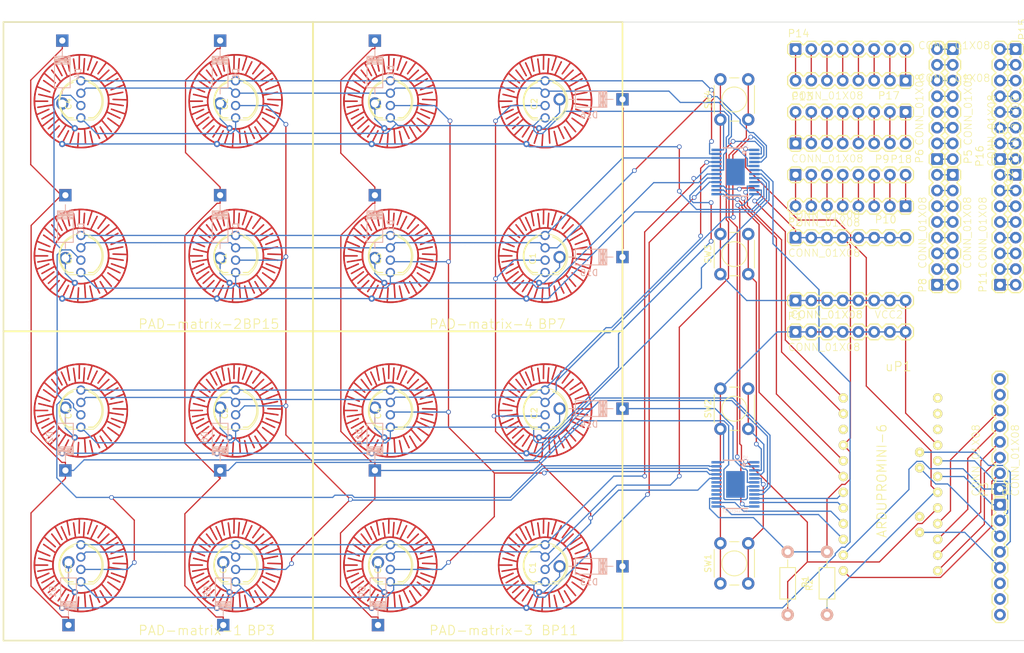
<source format=kicad_pcb>
(kicad_pcb (version 4) (host pcbnew 4.0.4-stable)
  (layers (0 F.Cu signal) (31 B.Cu signal hide) (34 B.Paste user hide) (35 F.Paste user hide) (36 B.SilkS user hide) (37 F.SilkS user hide) (38 B.Mask user hide) (39 F.Mask user hide) (44 Edge.Cuts user hide))
  (net 0 "")
  (net 1 "Net-(D1-Pad2)")
  (net 2 /MUXBS0)
  (net 3 "Net-(D2-Pad2)")
  (net 4 "Net-(D3-Pad2)")
  (net 5 "Net-(D4-Pad2)")
  (net 6 "Net-(D5-Pad2)")
  (net 7 /MUXBS1)
  (net 8 "Net-(D6-Pad2)")
  (net 9 "Net-(D7-Pad2)")
  (net 10 "Net-(D8-Pad2)")
  (net 11 "Net-(D9-Pad2)")
  (net 12 /MUXBS2)
  (net 13 "Net-(D10-Pad2)")
  (net 14 "Net-(D11-Pad2)")
  (net 15 "Net-(D12-Pad2)")
  (net 16 "Net-(D13-Pad2)")
  (net 17 /MUXBS3)
  (net 18 "Net-(D14-Pad2)")
  (net 19 "Net-(D15-Pad2)")
  (net 20 "Net-(D16-Pad2)")
  (net 21 /VCC)
  (net 22 GNDREF)
  (net 23 /PB0)
  (net 24 /PB1)
  (net 25 /PB2)
  (net 26 /PB3)
  (net 27 /PB4)
  (net 28 /PB5)
  (net 29 "Net-(P3-Pad7)")
  (net 30 "Net-(P3-Pad8)")
  (net 31 /A2)
  (net 32 /A3)
  (net 33 /A4)
  (net 34 /A5)
  (net 35 /A6)
  (net 36 "Net-(P4-Pad6)")
  (net 37 "Net-(P4-Pad7)")
  (net 38 "Net-(P4-Pad8)")
  (net 39 "Net-(P5-Pad1)")
  (net 40 "Net-(P5-Pad2)")
  (net 41 "Net-(P5-Pad3)")
  (net 42 "Net-(P5-Pad4)")
  (net 43 "Net-(P5-Pad5)")
  (net 44 "Net-(P5-Pad6)")
  (net 45 "Net-(P5-Pad7)")
  (net 46 "Net-(P5-Pad8)")
  (net 47 /MUXAB7)
  (net 48 /MUXAG11)
  (net 49 /MUXAR15)
  (net 50 /MUXAS3)
  (net 51 /MUXBG11)
  (net 52 /MUXBG8)
  (net 53 /MUXAB6)
  (net 54 /MUXAG10)
  (net 55 /MUXAR14)
  (net 56 /MUXAS2)
  (net 57 /MUXAB5)
  (net 58 /MUXAG9)
  (net 59 /MUXAR13)
  (net 60 /MUXAS1)
  (net 61 /MUXAB4)
  (net 62 /MUXAG8)
  (net 63 /MUXAR12)
  (net 64 /MUXAS0)
  (net 65 /MUXBG9)
  (net 66 /MUXBG10)
  (net 67 /A1)
  (net 68 /A0)
  (net 69 /MUXBS4)
  (net 70 /MUXBS5)
  (net 71 /MUXBS6)
  (net 72 /MUXBS7)
  (net 73 /PD0)
  (net 74 /PD1)
  (net 75 GND)
  (net 76 /PD3)
  (net 77 /PD2)
  (net 78 /MUX12)
  (net 79 /MUX13)
  (net 80 /MUX14)
  (net 81 /MUX15)
  (net 82 /PD4)
  (net 83 /PD5)
  (net 84 /PD7)
  (net 85 /PD6)
  (net 86 "Net-(uP1-Pad9)")
  (net 87 "Net-(uP1-Pad19)")
  (net 88 "Net-(uP1-Pad20)")
  (net 89 "Net-(uP1-Pad21)")
  (net 90 /A7)
  (net 91 "Net-(P7-Pad1)")
  (net 92 "Net-(P7-Pad2)")
  (net 93 "Net-(P7-Pad3)")
  (net 94 "Net-(P7-Pad4)")
  (net 95 "Net-(P7-Pad5)")
  (net 96 "Net-(P7-Pad6)")
  (net 97 "Net-(P7-Pad7)")
  (net 98 "Net-(P7-Pad8)")
  (net 99 "Net-(P10-Pad8)")
  (net 100 "Net-(P10-Pad7)")
  (net 101 "Net-(P10-Pad6)")
  (net 102 "Net-(P10-Pad5)")
  (net 103 "Net-(P10-Pad4)")
  (net 104 "Net-(P10-Pad3)")
  (net 105 "Net-(P10-Pad2)")
  (net 106 "Net-(P10-Pad1)")
  (net 107 "Net-(P11-Pad1)")
  (net 108 "Net-(P11-Pad2)")
  (net 109 "Net-(P11-Pad3)")
  (net 110 "Net-(P11-Pad4)")
  (net 111 "Net-(P11-Pad5)")
  (net 112 "Net-(P11-Pad6)")
  (net 113 "Net-(P11-Pad7)")
  (net 114 "Net-(P11-Pad8)")
  (net 115 "Net-(P13-Pad1)")
  (net 116 "Net-(P13-Pad2)")
  (net 117 "Net-(P13-Pad3)")
  (net 118 "Net-(P13-Pad4)")
  (net 119 "Net-(P13-Pad5)")
  (net 120 "Net-(P13-Pad6)")
  (net 121 "Net-(P13-Pad7)")
  (net 122 "Net-(P13-Pad8)")
  (net 123 "Net-(P15-Pad1)")
  (net 124 "Net-(P15-Pad2)")
  (net 125 "Net-(P15-Pad3)")
  (net 126 "Net-(P15-Pad4)")
  (net 127 "Net-(P15-Pad5)")
  (net 128 "Net-(P15-Pad6)")
  (net 129 "Net-(P15-Pad7)")
  (net 130 "Net-(P15-Pad8)")
  (net 131 "Net-(P17-Pad1)")
  (net 132 "Net-(P17-Pad2)")
  (net 133 "Net-(P17-Pad3)")
  (net 134 "Net-(P17-Pad4)")
  (net 135 "Net-(P17-Pad5)")
  (net 136 "Net-(P17-Pad6)")
  (net 137 "Net-(P17-Pad7)")
  (net 138 "Net-(P17-Pad8)")
  (module Diodes_ThroughHole:Diode_DO-41_SOD81_Horizontal_RM10 (layer B.Cu) (at 70.5 149 90)
    (fp_text reference D1 (at 5.38734 -2.53746 90) (layer B.SilkS) (effects (justify mirror)))
    (fp_text value D)
    (pad 2 thru_hole circle (at 10.16 0.00254 270) (size 1.99898 1.99898) (drill 1.27) (layers *.Cu *.Mask) (net 1 "Net-(D1-Pad2)"))
    (pad 1 thru_hole rect (at 0 0.00254 270) (size 1.99898 1.99898) (drill 1.00076) (layers *.Cu *.Mask) (net 2 /MUXBS0))
  )
  (module Diodes_ThroughHole:Diode_DO-41_SOD81_Horizontal_RM10 (layer B.Cu) (at 70.0025 124 90)
    (fp_text reference D2 (at 5.38734 -2.53746 90) (layer B.SilkS) (effects (justify mirror)))
    (fp_text value D)
    (pad 2 thru_hole circle (at 10.16 0.00254 270) (size 1.99898 1.99898) (drill 1.27) (layers *.Cu *.Mask) (net 3 "Net-(D2-Pad2)"))
    (pad 1 thru_hole rect (at 0 0.00254 270) (size 1.99898 1.99898) (drill 1.00076) (layers *.Cu *.Mask) (net 2 /MUXBS0))
  )
  (module Diodes_ThroughHole:Diode_DO-41_SOD81_Horizontal_RM10 (layer B.Cu) (at 70.0025 79.5 270)
    (fp_text reference D3 (at 5.38734 -2.53746 270) (layer B.SilkS) (effects (justify mirror)))
    (fp_text value D)
    (pad 2 thru_hole circle (at 10.16 0.00254 90) (size 1.99898 1.99898) (drill 1.27) (layers *.Cu *.Mask) (net 4 "Net-(D3-Pad2)"))
    (pad 1 thru_hole rect (at 0 0.00254 90) (size 1.99898 1.99898) (drill 1.00076) (layers *.Cu *.Mask) (net 2 /MUXBS0))
  )
  (module Diodes_ThroughHole:Diode_DO-41_SOD81_Horizontal_RM10 (layer B.Cu) (at 69.5025 54.5 270)
    (fp_text reference D4 (at 5.38734 -2.53746 270) (layer B.SilkS) (effects (justify mirror)))
    (fp_text value D)
    (pad 2 thru_hole circle (at 10.16 0.00254 90) (size 1.99898 1.99898) (drill 1.27) (layers *.Cu *.Mask) (net 5 "Net-(D4-Pad2)"))
    (pad 1 thru_hole rect (at 0 0.00254 90) (size 1.99898 1.99898) (drill 1.00076) (layers *.Cu *.Mask) (net 2 /MUXBS0))
  )
  (module Diodes_ThroughHole:Diode_DO-41_SOD81_Horizontal_RM10 (layer B.Cu) (at 95.4975 149 90)
    (fp_text reference D5 (at 5.38734 -2.53746 90) (layer B.SilkS) (effects (justify mirror)))
    (fp_text value D)
    (pad 2 thru_hole circle (at 10.16 0.00254 270) (size 1.99898 1.99898) (drill 1.27) (layers *.Cu *.Mask) (net 6 "Net-(D5-Pad2)"))
    (pad 1 thru_hole rect (at 0 0.00254 270) (size 1.99898 1.99898) (drill 1.00076) (layers *.Cu *.Mask) (net 7 /MUXBS1))
  )
  (module Diodes_ThroughHole:Diode_DO-41_SOD81_Horizontal_RM10 (layer B.Cu) (at 95 124 90)
    (fp_text reference D6 (at 5.38734 -2.53746 90) (layer B.SilkS) (effects (justify mirror)))
    (fp_text value D)
    (pad 2 thru_hole circle (at 10.16 0.00254 270) (size 1.99898 1.99898) (drill 1.27) (layers *.Cu *.Mask) (net 8 "Net-(D6-Pad2)"))
    (pad 1 thru_hole rect (at 0 0.00254 270) (size 1.99898 1.99898) (drill 1.00076) (layers *.Cu *.Mask) (net 7 /MUXBS1))
  )
  (module Diodes_ThroughHole:Diode_DO-41_SOD81_Horizontal_RM10 (layer B.Cu) (at 94.9975 79.5 270)
    (fp_text reference D7 (at 5.38734 -2.53746 270) (layer B.SilkS) (effects (justify mirror)))
    (fp_text value D)
    (pad 2 thru_hole circle (at 10.16 0.00254 90) (size 1.99898 1.99898) (drill 1.27) (layers *.Cu *.Mask) (net 9 "Net-(D7-Pad2)"))
    (pad 1 thru_hole rect (at 0 0.00254 90) (size 1.99898 1.99898) (drill 1.00076) (layers *.Cu *.Mask) (net 7 /MUXBS1))
  )
  (module Diodes_ThroughHole:Diode_DO-41_SOD81_Horizontal_RM10 (layer B.Cu) (at 95.0025 54.5 270)
    (fp_text reference D8 (at 5.38734 -2.53746 270) (layer B.SilkS) (effects (justify mirror)))
    (fp_text value D)
    (pad 2 thru_hole circle (at 10.16 0.00254 90) (size 1.99898 1.99898) (drill 1.27) (layers *.Cu *.Mask) (net 10 "Net-(D8-Pad2)"))
    (pad 1 thru_hole rect (at 0 0.00254 90) (size 1.99898 1.99898) (drill 1.00076) (layers *.Cu *.Mask) (net 7 /MUXBS1))
  )
  (module Diodes_ThroughHole:Diode_DO-41_SOD81_Horizontal_RM10 (layer B.Cu) (at 120.5 149 90)
    (fp_text reference D9 (at 5.38734 -2.53746 90) (layer B.SilkS) (effects (justify mirror)))
    (fp_text value D)
    (pad 2 thru_hole circle (at 10.16 0.00254 270) (size 1.99898 1.99898) (drill 1.27) (layers *.Cu *.Mask) (net 11 "Net-(D9-Pad2)"))
    (pad 1 thru_hole rect (at 0 0.00254 270) (size 1.99898 1.99898) (drill 1.00076) (layers *.Cu *.Mask) (net 12 /MUXBS2))
  )
  (module Diodes_ThroughHole:Diode_DO-41_SOD81_Horizontal_RM10 (layer B.Cu) (at 120 124 90)
    (fp_text reference D10 (at 5.38734 -2.53746 90) (layer B.SilkS) (effects (justify mirror)))
    (fp_text value D)
    (pad 2 thru_hole circle (at 10.16 0.00254 270) (size 1.99898 1.99898) (drill 1.27) (layers *.Cu *.Mask) (net 13 "Net-(D10-Pad2)"))
    (pad 1 thru_hole rect (at 0 0.00254 270) (size 1.99898 1.99898) (drill 1.00076) (layers *.Cu *.Mask) (net 12 /MUXBS2))
  )
  (module Diodes_ThroughHole:Diode_DO-41_SOD81_Horizontal_RM10 (layer B.Cu) (at 120 79.5 270)
    (fp_text reference D11 (at 5.38734 -2.53746 270) (layer B.SilkS) (effects (justify mirror)))
    (fp_text value D)
    (pad 2 thru_hole circle (at 10.16 0.00254 90) (size 1.99898 1.99898) (drill 1.27) (layers *.Cu *.Mask) (net 14 "Net-(D11-Pad2)"))
    (pad 1 thru_hole rect (at 0 0.00254 90) (size 1.99898 1.99898) (drill 1.00076) (layers *.Cu *.Mask) (net 12 /MUXBS2))
  )
  (module Diodes_ThroughHole:Diode_DO-41_SOD81_Horizontal_RM10 (layer B.Cu) (at 120.003 54.5 270)
    (fp_text reference D12 (at 5.38734 -2.53746 270) (layer B.SilkS) (effects (justify mirror)))
    (fp_text value D)
    (pad 2 thru_hole circle (at 10.16 0.00254 90) (size 1.99898 1.99898) (drill 1.27) (layers *.Cu *.Mask) (net 15 "Net-(D12-Pad2)"))
    (pad 1 thru_hole rect (at 0 0.00254 90) (size 1.99898 1.99898) (drill 1.00076) (layers *.Cu *.Mask) (net 12 /MUXBS2))
  )
  (module Diodes_ThroughHole:Diode_DO-41_SOD81_Horizontal_RM10 (layer B.Cu) (at 160 139.5 180)
    (fp_text reference D13 (at 5.38734 -2.53746 180) (layer B.SilkS) (effects (justify mirror)))
    (fp_text value D)
    (pad 2 thru_hole circle (at 10.16 0.00254) (size 1.99898 1.99898) (drill 1.27) (layers *.Cu *.Mask) (net 16 "Net-(D13-Pad2)"))
    (pad 1 thru_hole rect (at 0 0.00254) (size 1.99898 1.99898) (drill 1.00076) (layers *.Cu *.Mask) (net 17 /MUXBS3))
  )
  (module Diodes_ThroughHole:Diode_DO-41_SOD81_Horizontal_RM10 (layer B.Cu) (at 160 114.003 180)
    (fp_text reference D14 (at 5.38734 -2.53746 180) (layer B.SilkS) (effects (justify mirror)))
    (fp_text value D)
    (pad 2 thru_hole circle (at 10.16 0.00254) (size 1.99898 1.99898) (drill 1.27) (layers *.Cu *.Mask) (net 18 "Net-(D14-Pad2)"))
    (pad 1 thru_hole rect (at 0 0.00254) (size 1.99898 1.99898) (drill 1.00076) (layers *.Cu *.Mask) (net 17 /MUXBS3))
  )
  (module Diodes_ThroughHole:Diode_DO-41_SOD81_Horizontal_RM10 (layer B.Cu) (at 160 89.5 180)
    (fp_text reference D15 (at 5.38734 -2.53746 180) (layer B.SilkS) (effects (justify mirror)))
    (fp_text value D)
    (pad 2 thru_hole circle (at 10.16 0.00254) (size 1.99898 1.99898) (drill 1.27) (layers *.Cu *.Mask) (net 19 "Net-(D15-Pad2)"))
    (pad 1 thru_hole rect (at 0 0.00254) (size 1.99898 1.99898) (drill 1.00076) (layers *.Cu *.Mask) (net 17 /MUXBS3))
  )
  (module Diodes_ThroughHole:Diode_DO-41_SOD81_Horizontal_RM10 (layer B.Cu) (at 160 64 180)
    (fp_text reference D16 (at 5.38734 -2.53746 180) (layer B.SilkS) (effects (justify mirror)))
    (fp_text value D)
    (pad 2 thru_hole circle (at 10.16 0.00254) (size 1.99898 1.99898) (drill 1.27) (layers *.Cu *.Mask) (net 20 "Net-(D16-Pad2)"))
    (pad 1 thru_hole rect (at 0 0.00254) (size 1.99898 1.99898) (drill 1.00076) (layers *.Cu *.Mask) (net 17 /MUXBS3))
  )
  (module SparkFun-Connectors:1X08 (layer F.Cu) (at 213.36 55.88 270)
    (fp_text reference P5 (at 18.659532 -3.18 270) (layer F.SilkS) (effects (font (size 1.2065 1.2065) (thickness 0.127)) (justify left bottom)))
    (fp_text value CONN_01X08 (at 15.659532 -3.18 270) (layer F.SilkS) (effects (font (size 1.2065 1.2065) (thickness 0.1016)) (justify left bottom)))
    (pad 1 thru_hole rect (at 0 0) (size 1.8796 1.8796) (drill 1.016) (layers *.Cu *.Mask) (net 39 "Net-(P5-Pad1)"))
    (pad 2 thru_hole circle (at 2.54 0) (size 1.8796 1.8796) (drill 1.016) (layers *.Cu *.Mask) (net 40 "Net-(P5-Pad2)"))
    (pad 3 thru_hole circle (at 5.08 0) (size 1.8796 1.8796) (drill 1.016) (layers *.Cu *.Mask) (net 41 "Net-(P5-Pad3)"))
    (pad 4 thru_hole circle (at 7.62 0) (size 1.8796 1.8796) (drill 1.016) (layers *.Cu *.Mask) (net 42 "Net-(P5-Pad4)"))
    (pad 5 thru_hole circle (at 10.16 0) (size 1.8796 1.8796) (drill 1.016) (layers *.Cu *.Mask) (net 43 "Net-(P5-Pad5)"))
    (pad 6 thru_hole circle (at 12.7 0) (size 1.8796 1.8796) (drill 1.016) (layers *.Cu *.Mask) (net 44 "Net-(P5-Pad6)"))
    (pad 7 thru_hole circle (at 15.24 0) (size 1.8796 1.8796) (drill 1.016) (layers *.Cu *.Mask) (net 45 "Net-(P5-Pad7)"))
    (pad 8 thru_hole circle (at 17.78 0) (size 1.8796 1.8796) (drill 1.016) (layers *.Cu *.Mask) (net 46 "Net-(P5-Pad8)"))
  )
  (module SparkFun-Connectors:1X08 (layer F.Cu) (at 210.82 73.66 90)
    (fp_text reference P6 (at -0.779532 -2.13 90) (layer F.SilkS) (effects (font (size 1.2065 1.2065) (thickness 0.127)) (justify left bottom)))
    (fp_text value CONN_01X08 (at 2.120468 -2.13 90) (layer F.SilkS) (effects (font (size 1.2065 1.2065) (thickness 0.1016)) (justify left bottom)))
    (pad 1 thru_hole rect (at 0 0 180) (size 1.8796 1.8796) (drill 1.016) (layers *.Cu *.Mask) (net 46 "Net-(P5-Pad8)"))
    (pad 2 thru_hole circle (at 2.54 0 180) (size 1.8796 1.8796) (drill 1.016) (layers *.Cu *.Mask) (net 45 "Net-(P5-Pad7)"))
    (pad 3 thru_hole circle (at 5.08 0 180) (size 1.8796 1.8796) (drill 1.016) (layers *.Cu *.Mask) (net 44 "Net-(P5-Pad6)"))
    (pad 4 thru_hole circle (at 7.62 0 180) (size 1.8796 1.8796) (drill 1.016) (layers *.Cu *.Mask) (net 43 "Net-(P5-Pad5)"))
    (pad 5 thru_hole circle (at 10.16 0 180) (size 1.8796 1.8796) (drill 1.016) (layers *.Cu *.Mask) (net 42 "Net-(P5-Pad4)"))
    (pad 6 thru_hole circle (at 12.7 0 180) (size 1.8796 1.8796) (drill 1.016) (layers *.Cu *.Mask) (net 41 "Net-(P5-Pad3)"))
    (pad 7 thru_hole circle (at 15.24 0 180) (size 1.8796 1.8796) (drill 1.016) (layers *.Cu *.Mask) (net 40 "Net-(P5-Pad2)"))
    (pad 8 thru_hole circle (at 17.78 0 180) (size 1.8796 1.8796) (drill 1.016) (layers *.Cu *.Mask) (net 39 "Net-(P5-Pad1)"))
  )
  (module button-pad-autotel:2x2-buttonpad-sparkfun-autotel (layer F.Cu) (at 110 151.5 90)
    (fp_text reference PAD-matrix-1 (at 1.64 -19.83 180) (layer F.SilkS))
    (fp_text value BP3 (at 1.64 -8.4 180) (layer F.SilkS))
    (fp_line (start 5.41 -39.24) (end 7.78 -38.48) (layer F.Cu) (width 0.254))
    (fp_line (start 4.73 -38.01) (end 7.02 -37.87) (layer F.Cu) (width 0.254))
    (fp_line (start 5.44 -36.75) (end 7.74 -36.9) (layer F.Cu) (width 0.254))
    (fp_line (start 7.31 -36.03) (end 5.03 -35.52) (layer F.Cu) (width 0.254))
    (fp_line (start 6.19 -34.48) (end 8.19 -35.42) (layer F.Cu) (width 0.254))
    (fp_line (start 6.08 -33.22) (end 8.03 -34.37) (layer F.Cu) (width 0.254))
    (fp_line (start 9.15 -34.16) (end 7.28 -32.58) (layer F.Cu) (width 0.254))
    (fp_line (start 9.44 -33.13) (end 8.1 -31.28) (layer F.Cu) (width 0.254))
    (fp_line (start 9.46 -31.19) (end 10.45 -33.25) (layer F.Cu) (width 0.254))
    (fp_line (start 10.91 -32.55) (end 10.15 -30.37) (layer F.Cu) (width 0.254))
    (fp_line (start 11.49 -30.66) (end 11.84 -32.99) (layer F.Cu) (width 0.254))
    (fp_line (start 12.49 -32.29) (end 12.42 -30.06) (layer F.Cu) (width 0.254))
    (fp_line (start 13.64 -30.74) (end 13.18 -33.09) (layer F.Cu) (width 0.254))
    (fp_line (start 14.05 -32.62) (end 14.83 -30.57) (layer F.Cu) (width 0.254))
    (fp_line (start 15.83 -31.52) (end 14.58 -33.66) (layer F.Cu) (width 0.254))
    (fp_line (start 15.57 -33.44) (end 16.77 -31.66) (layer F.Cu) (width 0.254))
    (fp_line (start 15.66 -34.6) (end 17.21 -32.98) (layer F.Cu) (width 0.254))
    (fp_line (start 16.64 -34.72) (end 18.39 -33.42) (layer F.Cu) (width 0.254))
    (fp_line (start 16.43 -35.93) (end 18.56 -34.88) (layer F.Cu) (width 0.254))
    (fp_line (start 17.25 -36.38) (end 19.37 -35.7) (layer F.Cu) (width 0.254))
    (fp_line (start 16.71 -37.07) (end 19.07 -36.91) (layer F.Cu) (width 0.254))
    (fp_line (start 17.37 -37.77) (end 19.66 -37.74) (layer F.Cu) (width 0.254))
    (fp_line (start 16.67 -38.36) (end 19.01 -38.68) (layer F.Cu) (width 0.254))
    (fp_line (start 17.09 -39.32) (end 19.33 -39.74) (layer F.Cu) (width 0.254))
    (fp_line (start 16.23 -39.68) (end 18.4 -40.65) (layer F.Cu) (width 0.254))
    (fp_line (start 16.34 -40.55) (end 18.37 -41.64) (layer F.Cu) (width 0.254))
    (fp_line (start 15.39 -40.77) (end 17.21 -42.2) (layer F.Cu) (width 0.254))
    (fp_line (start 16.73 -43.42) (end 15.17 -41.64) (layer F.Cu) (width 0.254))
    (fp_line (start 14.2 -41.6) (end 15.54 -43.51) (layer F.Cu) (width 0.254))
    (fp_line (start 13.7 -42.52) (end 14.54 -44.54) (layer F.Cu) (width 0.254))
    (fp_line (start 12.76 -42.01) (end 13.3 -44.29) (layer F.Cu) (width 0.254))
    (fp_line (start 12.2 -42.87) (end 12.2 -44.99) (layer F.Cu) (width 0.254))
    (fp_line (start 11.62 -41.98) (end 11.21 -44.45) (layer F.Cu) (width 0.254))
    (fp_line (start 10.88 -42.68) (end 10.02 -44.65) (layer F.Cu) (width 0.254))
    (fp_line (start 9.35 -43.78) (end 10.46 -41.8) (layer F.Cu) (width 0.254))
    (fp_line (start 8.16 -43.74) (end 9.61 -41.86) (layer F.Cu) (width 0.254))
    (fp_line (start 7.76 -42.74) (end 9.32 -41.02) (layer F.Cu) (width 0.254))
    (fp_line (start 6.68 -42.51) (end 8.2 -41) (layer F.Cu) (width 0.254))
    (fp_line (start 6.43 -41.16) (end 8.29 -39.93) (layer F.Cu) (width 0.254))
    (fp_line (start 5.36 -40.53) (end 7.42 -39.5) (layer F.Cu) (width 0.254))
    (fp_line (start 30.41 -39.24) (end 32.78 -38.48) (layer F.Cu) (width 0.254))
    (fp_line (start 29.73 -38.01) (end 32.02 -37.87) (layer F.Cu) (width 0.254))
    (fp_line (start 30.44 -36.75) (end 32.74 -36.9) (layer F.Cu) (width 0.254))
    (fp_line (start 32.31 -36.03) (end 30.03 -35.52) (layer F.Cu) (width 0.254))
    (fp_line (start 31.19 -34.48) (end 33.19 -35.42) (layer F.Cu) (width 0.254))
    (fp_line (start 31.08 -33.22) (end 33.03 -34.37) (layer F.Cu) (width 0.254))
    (fp_line (start 34.15 -34.16) (end 32.28 -32.58) (layer F.Cu) (width 0.254))
    (fp_line (start 34.44 -33.13) (end 33.1 -31.28) (layer F.Cu) (width 0.254))
    (fp_line (start 34.46 -31.19) (end 35.45 -33.25) (layer F.Cu) (width 0.254))
    (fp_line (start 35.91 -32.55) (end 35.15 -30.37) (layer F.Cu) (width 0.254))
    (fp_line (start 36.49 -30.66) (end 36.84 -32.99) (layer F.Cu) (width 0.254))
    (fp_line (start 37.49 -32.29) (end 37.42 -30.06) (layer F.Cu) (width 0.254))
    (fp_line (start 38.64 -30.74) (end 38.18 -33.09) (layer F.Cu) (width 0.254))
    (fp_line (start 39.05 -32.62) (end 39.83 -30.57) (layer F.Cu) (width 0.254))
    (fp_line (start 40.83 -31.52) (end 39.58 -33.66) (layer F.Cu) (width 0.254))
    (fp_line (start 40.57 -33.44) (end 41.77 -31.66) (layer F.Cu) (width 0.254))
    (fp_line (start 40.66 -34.6) (end 42.21 -32.98) (layer F.Cu) (width 0.254))
    (fp_line (start 41.64 -34.72) (end 43.39 -33.42) (layer F.Cu) (width 0.254))
    (fp_line (start 41.43 -35.93) (end 43.56 -34.88) (layer F.Cu) (width 0.254))
    (fp_line (start 42.25 -36.38) (end 44.37 -35.7) (layer F.Cu) (width 0.254))
    (fp_line (start 41.71 -37.07) (end 44.07 -36.91) (layer F.Cu) (width 0.254))
    (fp_line (start 42.37 -37.77) (end 44.66 -37.74) (layer F.Cu) (width 0.254))
    (fp_line (start 41.67 -38.36) (end 44.01 -38.68) (layer F.Cu) (width 0.254))
    (fp_line (start 42.09 -39.32) (end 44.33 -39.74) (layer F.Cu) (width 0.254))
    (fp_line (start 41.23 -39.68) (end 43.4 -40.65) (layer F.Cu) (width 0.254))
    (fp_line (start 41.34 -40.55) (end 43.37 -41.64) (layer F.Cu) (width 0.254))
    (fp_line (start 40.39 -40.77) (end 42.21 -42.2) (layer F.Cu) (width 0.254))
    (fp_line (start 41.73 -43.42) (end 40.17 -41.64) (layer F.Cu) (width 0.254))
    (fp_line (start 39.2 -41.6) (end 40.54 -43.51) (layer F.Cu) (width 0.254))
    (fp_line (start 38.7 -42.52) (end 39.54 -44.54) (layer F.Cu) (width 0.254))
    (fp_line (start 37.76 -42.01) (end 38.3 -44.29) (layer F.Cu) (width 0.254))
    (fp_line (start 37.2 -42.87) (end 37.2 -44.99) (layer F.Cu) (width 0.254))
    (fp_line (start 36.62 -41.98) (end 36.21 -44.45) (layer F.Cu) (width 0.254))
    (fp_line (start 35.88 -42.68) (end 35.02 -44.65) (layer F.Cu) (width 0.254))
    (fp_line (start 34.35 -43.78) (end 35.46 -41.8) (layer F.Cu) (width 0.254))
    (fp_line (start 33.16 -43.74) (end 34.61 -41.86) (layer F.Cu) (width 0.254))
    (fp_line (start 32.76 -42.74) (end 34.32 -41.02) (layer F.Cu) (width 0.254))
    (fp_line (start 31.68 -42.51) (end 33.2 -41) (layer F.Cu) (width 0.254))
    (fp_line (start 31.43 -41.16) (end 33.29 -39.93) (layer F.Cu) (width 0.254))
    (fp_line (start 30.36 -40.53) (end 32.42 -39.5) (layer F.Cu) (width 0.254))
    (fp_line (start 5.41 -14.24) (end 7.78 -13.48) (layer F.Cu) (width 0.254))
    (fp_line (start 4.73 -13.01) (end 7.02 -12.87) (layer F.Cu) (width 0.254))
    (fp_line (start 5.44 -11.75) (end 7.74 -11.9) (layer F.Cu) (width 0.254))
    (fp_line (start 7.31 -11.03) (end 5.03 -10.52) (layer F.Cu) (width 0.254))
    (fp_line (start 6.19 -9.48) (end 8.19 -10.42) (layer F.Cu) (width 0.254))
    (fp_line (start 6.08 -8.22) (end 8.03 -9.37) (layer F.Cu) (width 0.254))
    (fp_line (start 9.15 -9.16) (end 7.28 -7.58) (layer F.Cu) (width 0.254))
    (fp_line (start 9.44 -8.13) (end 8.1 -6.28) (layer F.Cu) (width 0.254))
    (fp_line (start 9.46 -6.19) (end 10.45 -8.25) (layer F.Cu) (width 0.254))
    (fp_line (start 10.91 -7.55) (end 10.15 -5.37) (layer F.Cu) (width 0.254))
    (fp_line (start 11.49 -5.66) (end 11.84 -7.99) (layer F.Cu) (width 0.254))
    (fp_line (start 12.49 -7.29) (end 12.42 -5.06) (layer F.Cu) (width 0.254))
    (fp_line (start 13.64 -5.74) (end 13.18 -8.09) (layer F.Cu) (width 0.254))
    (fp_line (start 14.05 -7.62) (end 14.83 -5.57) (layer F.Cu) (width 0.254))
    (fp_line (start 15.83 -6.52) (end 14.58 -8.66) (layer F.Cu) (width 0.254))
    (fp_line (start 15.57 -8.44) (end 16.77 -6.66) (layer F.Cu) (width 0.254))
    (fp_line (start 15.66 -9.6) (end 17.21 -7.98) (layer F.Cu) (width 0.254))
    (fp_line (start 16.64 -9.72) (end 18.39 -8.42) (layer F.Cu) (width 0.254))
    (fp_line (start 16.43 -10.93) (end 18.56 -9.88) (layer F.Cu) (width 0.254))
    (fp_line (start 17.25 -11.38) (end 19.37 -10.7) (layer F.Cu) (width 0.254))
    (fp_line (start 16.71 -12.07) (end 19.07 -11.91) (layer F.Cu) (width 0.254))
    (fp_line (start 17.37 -12.77) (end 19.66 -12.74) (layer F.Cu) (width 0.254))
    (fp_line (start 16.67 -13.36) (end 19.01 -13.68) (layer F.Cu) (width 0.254))
    (fp_line (start 17.09 -14.32) (end 19.33 -14.74) (layer F.Cu) (width 0.254))
    (fp_line (start 16.23 -14.68) (end 18.4 -15.65) (layer F.Cu) (width 0.254))
    (fp_line (start 16.34 -15.55) (end 18.37 -16.64) (layer F.Cu) (width 0.254))
    (fp_line (start 15.39 -15.77) (end 17.21 -17.2) (layer F.Cu) (width 0.254))
    (fp_line (start 16.73 -18.42) (end 15.17 -16.64) (layer F.Cu) (width 0.254))
    (fp_line (start 14.2 -16.6) (end 15.54 -18.51) (layer F.Cu) (width 0.254))
    (fp_line (start 13.7 -17.52) (end 14.54 -19.54) (layer F.Cu) (width 0.254))
    (fp_line (start 12.76 -17.01) (end 13.3 -19.29) (layer F.Cu) (width 0.254))
    (fp_line (start 12.2 -17.87) (end 12.2 -19.99) (layer F.Cu) (width 0.254))
    (fp_line (start 11.62 -16.98) (end 11.21 -19.45) (layer F.Cu) (width 0.254))
    (fp_line (start 10.88 -17.68) (end 10.02 -19.65) (layer F.Cu) (width 0.254))
    (fp_line (start 9.35 -18.78) (end 10.46 -16.8) (layer F.Cu) (width 0.254))
    (fp_line (start 8.16 -18.74) (end 9.61 -16.86) (layer F.Cu) (width 0.254))
    (fp_line (start 7.76 -17.74) (end 9.32 -16.02) (layer F.Cu) (width 0.254))
    (fp_line (start 6.68 -17.51) (end 8.2 -16) (layer F.Cu) (width 0.254))
    (fp_line (start 6.43 -16.16) (end 8.29 -14.93) (layer F.Cu) (width 0.254))
    (fp_line (start 5.36 -15.53) (end 7.42 -14.5) (layer F.Cu) (width 0.254))
    (fp_line (start 30.41 -14.24) (end 32.78 -13.48) (layer F.Cu) (width 0.254))
    (fp_line (start 29.73 -13.01) (end 32.02 -12.87) (layer F.Cu) (width 0.254))
    (fp_line (start 30.44 -11.75) (end 32.74 -11.9) (layer F.Cu) (width 0.254))
    (fp_line (start 32.31 -11.03) (end 30.03 -10.52) (layer F.Cu) (width 0.254))
    (fp_line (start 31.19 -9.48) (end 33.19 -10.42) (layer F.Cu) (width 0.254))
    (fp_line (start 31.08 -8.22) (end 33.03 -9.37) (layer F.Cu) (width 0.254))
    (fp_line (start 34.15 -9.16) (end 32.28 -7.58) (layer F.Cu) (width 0.254))
    (fp_line (start 34.44 -8.13) (end 33.1 -6.28) (layer F.Cu) (width 0.254))
    (fp_line (start 34.46 -6.19) (end 35.45 -8.25) (layer F.Cu) (width 0.254))
    (fp_line (start 35.91 -7.55) (end 35.15 -5.37) (layer F.Cu) (width 0.254))
    (fp_line (start 36.49 -5.66) (end 36.84 -7.99) (layer F.Cu) (width 0.254))
    (fp_line (start 37.49 -7.29) (end 37.42 -5.06) (layer F.Cu) (width 0.254))
    (fp_line (start 38.64 -5.74) (end 38.18 -8.09) (layer F.Cu) (width 0.254))
    (fp_line (start 39.05 -7.62) (end 39.83 -5.57) (layer F.Cu) (width 0.254))
    (fp_line (start 40.83 -6.52) (end 39.58 -8.66) (layer F.Cu) (width 0.254))
    (fp_line (start 40.57 -8.44) (end 41.77 -6.66) (layer F.Cu) (width 0.254))
    (fp_line (start 40.66 -9.6) (end 42.21 -7.98) (layer F.Cu) (width 0.254))
    (fp_line (start 41.64 -9.72) (end 43.39 -8.42) (layer F.Cu) (width 0.254))
    (fp_line (start 41.43 -10.93) (end 43.56 -9.88) (layer F.Cu) (width 0.254))
    (fp_line (start 42.25 -11.38) (end 44.37 -10.7) (layer F.Cu) (width 0.254))
    (fp_line (start 41.71 -12.07) (end 44.07 -11.91) (layer F.Cu) (width 0.254))
    (fp_line (start 42.37 -12.77) (end 44.66 -12.74) (layer F.Cu) (width 0.254))
    (fp_line (start 41.67 -13.36) (end 44.01 -13.68) (layer F.Cu) (width 0.254))
    (fp_line (start 42.09 -14.32) (end 44.33 -14.74) (layer F.Cu) (width 0.254))
    (fp_line (start 41.23 -14.68) (end 43.4 -15.65) (layer F.Cu) (width 0.254))
    (fp_line (start 41.34 -15.55) (end 43.37 -16.64) (layer F.Cu) (width 0.254))
    (fp_line (start 40.39 -15.77) (end 42.21 -17.2) (layer F.Cu) (width 0.254))
    (fp_line (start 41.73 -18.42) (end 40.17 -16.64) (layer F.Cu) (width 0.254))
    (fp_line (start 39.2 -16.6) (end 40.54 -18.51) (layer F.Cu) (width 0.254))
    (fp_line (start 38.7 -17.52) (end 39.54 -19.54) (layer F.Cu) (width 0.254))
    (fp_line (start 37.76 -17.01) (end 38.3 -19.29) (layer F.Cu) (width 0.254))
    (fp_line (start 37.2 -17.87) (end 37.2 -19.99) (layer F.Cu) (width 0.254))
    (fp_line (start 36.62 -16.98) (end 36.21 -19.45) (layer F.Cu) (width 0.254))
    (fp_line (start 35.88 -17.68) (end 35.02 -19.65) (layer F.Cu) (width 0.254))
    (fp_line (start 34.35 -18.78) (end 35.46 -16.8) (layer F.Cu) (width 0.254))
    (fp_line (start 33.16 -18.74) (end 34.61 -16.86) (layer F.Cu) (width 0.254))
    (fp_line (start 32.76 -17.74) (end 34.32 -16.02) (layer F.Cu) (width 0.254))
    (fp_line (start 31.68 -17.51) (end 33.2 -16) (layer F.Cu) (width 0.254))
    (fp_line (start 31.43 -16.16) (end 33.29 -14.93) (layer F.Cu) (width 0.254))
    (fp_line (start 30.36 -15.53) (end 32.42 -14.5) (layer F.Cu) (width 0.254))
    (fp_circle (center 12.2 -37.5) (end 19.7 -37.5) (layer F.Cu) (width 0.254))
    (fp_circle (center 12.21 -37.51) (end 16.71 -37.51) (layer F.Cu) (width 0.254))
    (fp_circle (center 12.2 -37.51) (end 16.7106 -37.51) (layer F.Cu) (width 0.254))
    (fp_circle (center 12.2 -37.5) (end 19.6998 -37.5) (layer F.Cu) (width 0.254))
    (fp_circle (center 37.2 -37.5) (end 44.7 -37.5) (layer F.Cu) (width 0.254))
    (fp_circle (center 37.21 -37.51) (end 41.71 -37.51) (layer F.Cu) (width 0.254))
    (fp_circle (center 37.2 -37.51) (end 41.7106 -37.51) (layer F.Cu) (width 0.254))
    (fp_circle (center 37.2 -37.5) (end 44.6998 -37.5) (layer F.Cu) (width 0.254))
    (fp_circle (center 12.2 -12.5) (end 19.7 -12.5) (layer F.Cu) (width 0.254))
    (fp_circle (center 12.21 -12.51) (end 16.71 -12.51) (layer F.Cu) (width 0.254))
    (fp_circle (center 12.2 -12.51) (end 16.7106 -12.51) (layer F.Cu) (width 0.254))
    (fp_circle (center 12.2 -12.5) (end 19.6998 -12.5) (layer F.Cu) (width 0.254))
    (fp_circle (center 37.2 -12.5) (end 44.7 -12.5) (layer F.Cu) (width 0.254))
    (fp_circle (center 37.21 -12.51) (end 41.71 -12.51) (layer F.Cu) (width 0.254))
    (fp_circle (center 37.2 -12.51) (end 41.7106 -12.51) (layer F.Cu) (width 0.254))
    (fp_circle (center 37.2 -12.5) (end 44.6998 -12.5) (layer F.Cu) (width 0.254))
    (fp_text user C3 (at 11.75 -39.5 90) (layer F.SilkS) (effects (font (size 0.9652 0.9652) (thickness 0.1524))))
    (fp_text user C4 (at 36.75 -39.5 90) (layer F.SilkS) (effects (font (size 0.9652 0.9652) (thickness 0.1524))))
    (fp_text user C1 (at 11.75 -14.5 90) (layer F.SilkS) (effects (font (size 0.9652 0.9652) (thickness 0.1524))))
    (fp_text user C2 (at 36.75 -14.25 90) (layer F.SilkS) (effects (font (size 0.9652 0.9652) (thickness 0.1524))))
    (pad GND3 thru_hole circle (at 11.5 -37.5 180) (size 1.508 1.508) (drill 1) (layers *.Cu *.Mask) (net 52 /MUXBG8))
    (pad BLU3 thru_hole circle (at 13.5 -37.5 180) (size 1.508 1.508) (drill 1) (layers *.Cu *.Mask) (net 47 /MUXAB7))
    (pad GRN3 thru_hole circle (at 15.5 -37.5 180) (size 1.508 1.508) (drill 1) (layers *.Cu *.Mask) (net 48 /MUXAG11))
    (pad RED3 thru_hole circle (at 9.5 -37.5) (size 1.508 1.508) (drill 1) (layers *.Cu *.Mask) (net 49 /MUXAR15))
    (pad GND4 thru_hole circle (at 36.5 -37.5 180) (size 1.508 1.508) (drill 1) (layers *.Cu *.Mask) (net 52 /MUXBG8))
    (pad BLU4 thru_hole circle (at 38.5 -37.5 180) (size 1.508 1.508) (drill 1) (layers *.Cu *.Mask) (net 53 /MUXAB6))
    (pad GRN4 thru_hole circle (at 40.5 -37.5 180) (size 1.508 1.508) (drill 1) (layers *.Cu *.Mask) (net 54 /MUXAG10))
    (pad RED4 thru_hole circle (at 34.5 -37.5) (size 1.508 1.508) (drill 1) (layers *.Cu *.Mask) (net 55 /MUXAR14))
    (pad GND1 thru_hole circle (at 11.5 -12.5 180) (size 1.508 1.508) (drill 1) (layers *.Cu *.Mask) (net 65 /MUXBG9))
    (pad BLU1 thru_hole circle (at 13.5 -12.5 180) (size 1.508 1.508) (drill 1) (layers *.Cu *.Mask) (net 47 /MUXAB7))
    (pad GRN1 thru_hole circle (at 15.5 -12.5 180) (size 1.508 1.508) (drill 1) (layers *.Cu *.Mask) (net 48 /MUXAG11))
    (pad RED1 thru_hole circle (at 9.5 -12.5) (size 1.508 1.508) (drill 1) (layers *.Cu *.Mask) (net 49 /MUXAR15))
    (pad SIG2 thru_hole circle (at 7.828 -13.481 90) (size 1.016 1.016) (drill 0.508) (layers *.Cu *.Mask) (net 6 "Net-(D5-Pad2)"))
    (pad SIG1 thru_hole circle (at 5.288 -15.513 90) (size 1.016 1.016) (drill 0.508) (layers *.Cu *.Mask) (net 50 /MUXAS3))
    (pad GND2 thru_hole circle (at 36.5 -12.5 180) (size 1.508 1.508) (drill 1) (layers *.Cu *.Mask) (net 65 /MUXBG9))
    (pad BLU2 thru_hole circle (at 38.5 -12.5 180) (size 1.508 1.508) (drill 1) (layers *.Cu *.Mask) (net 53 /MUXAB6))
    (pad GRN2 thru_hole circle (at 40.5 -12.5 180) (size 1.508 1.508) (drill 1) (layers *.Cu *.Mask) (net 54 /MUXAG10))
    (pad RED2 thru_hole circle (at 34.5 -12.5) (size 1.508 1.508) (drill 1) (layers *.Cu *.Mask) (net 55 /MUXAR14))
    (pad SIG4 thru_hole circle (at 32.828 -13.481 90) (size 1.016 1.016) (drill 0.508) (layers *.Cu *.Mask) (net 8 "Net-(D6-Pad2)"))
    (pad SIG3 thru_hole circle (at 30.288 -15.513 90) (size 1.016 1.016) (drill 0.508) (layers *.Cu *.Mask) (net 56 /MUXAS2))
    (pad SIG6 thru_hole circle (at 7.828 -38.481 90) (size 1.016 1.016) (drill 0.508) (layers *.Cu *.Mask) (net 1 "Net-(D1-Pad2)"))
    (pad SIG5 thru_hole circle (at 5.288 -40.513 90) (size 1.016 1.016) (drill 0.508) (layers *.Cu *.Mask) (net 50 /MUXAS3))
    (pad SIG8 thru_hole circle (at 32.828 -38.481 90) (size 1.016 1.016) (drill 0.508) (layers *.Cu *.Mask) (net 3 "Net-(D2-Pad2)"))
    (pad SIG7 thru_hole circle (at 30.288 -40.513 90) (size 1.016 1.016) (drill 0.508) (layers *.Cu *.Mask) (net 56 /MUXAS2))
    (pad "" np_thru_hole circle (at 12.5 -25 90) (size 3 3) (drill 3) (layers *.Cu))
    (pad "" np_thru_hole circle (at 25 -37.5 90) (size 3 3) (drill 3) (layers *.Cu))
    (pad "" np_thru_hole circle (at 37.5 -25 90) (size 3 3) (drill 3) (layers *.Cu))
    (pad "" np_thru_hole circle (at 25 -12.5 90) (size 3 3) (drill 3) (layers *.Cu))
    (pad "" np_thru_hole circle (at 2.5 -2.5 90) (size 3 3) (drill 3) (layers *.Cu))
    (pad "" np_thru_hole circle (at 2.5 -47.5 90) (size 3 3) (drill 3) (layers *.Cu))
    (pad "" np_thru_hole circle (at 47.5 -47.5 90) (size 3 3) (drill 3) (layers *.Cu))
    (pad "" np_thru_hole circle (at 47.5 -2.5 90) (size 3 3) (drill 3) (layers *.Cu))
  )
  (module button-pad-autotel:2x2-buttonpad-sparkfun-autotel (layer F.Cu) (at 110 101.5 90)
    (fp_text reference PAD-matrix-2 (at 1.17 -19.83 180) (layer F.SilkS))
    (fp_text value BP15 (at 1.17 -8.4 180) (layer F.SilkS))
    (fp_line (start 5.41 -39.24) (end 7.78 -38.48) (layer F.Cu) (width 0.254))
    (fp_line (start 4.73 -38.01) (end 7.02 -37.87) (layer F.Cu) (width 0.254))
    (fp_line (start 5.44 -36.75) (end 7.74 -36.9) (layer F.Cu) (width 0.254))
    (fp_line (start 7.31 -36.03) (end 5.03 -35.52) (layer F.Cu) (width 0.254))
    (fp_line (start 6.19 -34.48) (end 8.19 -35.42) (layer F.Cu) (width 0.254))
    (fp_line (start 6.08 -33.22) (end 8.03 -34.37) (layer F.Cu) (width 0.254))
    (fp_line (start 9.15 -34.16) (end 7.28 -32.58) (layer F.Cu) (width 0.254))
    (fp_line (start 9.44 -33.13) (end 8.1 -31.28) (layer F.Cu) (width 0.254))
    (fp_line (start 9.46 -31.19) (end 10.45 -33.25) (layer F.Cu) (width 0.254))
    (fp_line (start 10.91 -32.55) (end 10.15 -30.37) (layer F.Cu) (width 0.254))
    (fp_line (start 11.49 -30.66) (end 11.84 -32.99) (layer F.Cu) (width 0.254))
    (fp_line (start 12.49 -32.29) (end 12.42 -30.06) (layer F.Cu) (width 0.254))
    (fp_line (start 13.64 -30.74) (end 13.18 -33.09) (layer F.Cu) (width 0.254))
    (fp_line (start 14.05 -32.62) (end 14.83 -30.57) (layer F.Cu) (width 0.254))
    (fp_line (start 15.83 -31.52) (end 14.58 -33.66) (layer F.Cu) (width 0.254))
    (fp_line (start 15.57 -33.44) (end 16.77 -31.66) (layer F.Cu) (width 0.254))
    (fp_line (start 15.66 -34.6) (end 17.21 -32.98) (layer F.Cu) (width 0.254))
    (fp_line (start 16.64 -34.72) (end 18.39 -33.42) (layer F.Cu) (width 0.254))
    (fp_line (start 16.43 -35.93) (end 18.56 -34.88) (layer F.Cu) (width 0.254))
    (fp_line (start 17.25 -36.38) (end 19.37 -35.7) (layer F.Cu) (width 0.254))
    (fp_line (start 16.71 -37.07) (end 19.07 -36.91) (layer F.Cu) (width 0.254))
    (fp_line (start 17.37 -37.77) (end 19.66 -37.74) (layer F.Cu) (width 0.254))
    (fp_line (start 16.67 -38.36) (end 19.01 -38.68) (layer F.Cu) (width 0.254))
    (fp_line (start 17.09 -39.32) (end 19.33 -39.74) (layer F.Cu) (width 0.254))
    (fp_line (start 16.23 -39.68) (end 18.4 -40.65) (layer F.Cu) (width 0.254))
    (fp_line (start 16.34 -40.55) (end 18.37 -41.64) (layer F.Cu) (width 0.254))
    (fp_line (start 15.39 -40.77) (end 17.21 -42.2) (layer F.Cu) (width 0.254))
    (fp_line (start 16.73 -43.42) (end 15.17 -41.64) (layer F.Cu) (width 0.254))
    (fp_line (start 14.2 -41.6) (end 15.54 -43.51) (layer F.Cu) (width 0.254))
    (fp_line (start 13.7 -42.52) (end 14.54 -44.54) (layer F.Cu) (width 0.254))
    (fp_line (start 12.76 -42.01) (end 13.3 -44.29) (layer F.Cu) (width 0.254))
    (fp_line (start 12.2 -42.87) (end 12.2 -44.99) (layer F.Cu) (width 0.254))
    (fp_line (start 11.62 -41.98) (end 11.21 -44.45) (layer F.Cu) (width 0.254))
    (fp_line (start 10.88 -42.68) (end 10.02 -44.65) (layer F.Cu) (width 0.254))
    (fp_line (start 9.35 -43.78) (end 10.46 -41.8) (layer F.Cu) (width 0.254))
    (fp_line (start 8.16 -43.74) (end 9.61 -41.86) (layer F.Cu) (width 0.254))
    (fp_line (start 7.76 -42.74) (end 9.32 -41.02) (layer F.Cu) (width 0.254))
    (fp_line (start 6.68 -42.51) (end 8.2 -41) (layer F.Cu) (width 0.254))
    (fp_line (start 6.43 -41.16) (end 8.29 -39.93) (layer F.Cu) (width 0.254))
    (fp_line (start 5.36 -40.53) (end 7.42 -39.5) (layer F.Cu) (width 0.254))
    (fp_line (start 30.41 -39.24) (end 32.78 -38.48) (layer F.Cu) (width 0.254))
    (fp_line (start 29.73 -38.01) (end 32.02 -37.87) (layer F.Cu) (width 0.254))
    (fp_line (start 30.44 -36.75) (end 32.74 -36.9) (layer F.Cu) (width 0.254))
    (fp_line (start 32.31 -36.03) (end 30.03 -35.52) (layer F.Cu) (width 0.254))
    (fp_line (start 31.19 -34.48) (end 33.19 -35.42) (layer F.Cu) (width 0.254))
    (fp_line (start 31.08 -33.22) (end 33.03 -34.37) (layer F.Cu) (width 0.254))
    (fp_line (start 34.15 -34.16) (end 32.28 -32.58) (layer F.Cu) (width 0.254))
    (fp_line (start 34.44 -33.13) (end 33.1 -31.28) (layer F.Cu) (width 0.254))
    (fp_line (start 34.46 -31.19) (end 35.45 -33.25) (layer F.Cu) (width 0.254))
    (fp_line (start 35.91 -32.55) (end 35.15 -30.37) (layer F.Cu) (width 0.254))
    (fp_line (start 36.49 -30.66) (end 36.84 -32.99) (layer F.Cu) (width 0.254))
    (fp_line (start 37.49 -32.29) (end 37.42 -30.06) (layer F.Cu) (width 0.254))
    (fp_line (start 38.64 -30.74) (end 38.18 -33.09) (layer F.Cu) (width 0.254))
    (fp_line (start 39.05 -32.62) (end 39.83 -30.57) (layer F.Cu) (width 0.254))
    (fp_line (start 40.83 -31.52) (end 39.58 -33.66) (layer F.Cu) (width 0.254))
    (fp_line (start 40.57 -33.44) (end 41.77 -31.66) (layer F.Cu) (width 0.254))
    (fp_line (start 40.66 -34.6) (end 42.21 -32.98) (layer F.Cu) (width 0.254))
    (fp_line (start 41.64 -34.72) (end 43.39 -33.42) (layer F.Cu) (width 0.254))
    (fp_line (start 41.43 -35.93) (end 43.56 -34.88) (layer F.Cu) (width 0.254))
    (fp_line (start 42.25 -36.38) (end 44.37 -35.7) (layer F.Cu) (width 0.254))
    (fp_line (start 41.71 -37.07) (end 44.07 -36.91) (layer F.Cu) (width 0.254))
    (fp_line (start 42.37 -37.77) (end 44.66 -37.74) (layer F.Cu) (width 0.254))
    (fp_line (start 41.67 -38.36) (end 44.01 -38.68) (layer F.Cu) (width 0.254))
    (fp_line (start 42.09 -39.32) (end 44.33 -39.74) (layer F.Cu) (width 0.254))
    (fp_line (start 41.23 -39.68) (end 43.4 -40.65) (layer F.Cu) (width 0.254))
    (fp_line (start 41.34 -40.55) (end 43.37 -41.64) (layer F.Cu) (width 0.254))
    (fp_line (start 40.39 -40.77) (end 42.21 -42.2) (layer F.Cu) (width 0.254))
    (fp_line (start 41.73 -43.42) (end 40.17 -41.64) (layer F.Cu) (width 0.254))
    (fp_line (start 39.2 -41.6) (end 40.54 -43.51) (layer F.Cu) (width 0.254))
    (fp_line (start 38.7 -42.52) (end 39.54 -44.54) (layer F.Cu) (width 0.254))
    (fp_line (start 37.76 -42.01) (end 38.3 -44.29) (layer F.Cu) (width 0.254))
    (fp_line (start 37.2 -42.87) (end 37.2 -44.99) (layer F.Cu) (width 0.254))
    (fp_line (start 36.62 -41.98) (end 36.21 -44.45) (layer F.Cu) (width 0.254))
    (fp_line (start 35.88 -42.68) (end 35.02 -44.65) (layer F.Cu) (width 0.254))
    (fp_line (start 34.35 -43.78) (end 35.46 -41.8) (layer F.Cu) (width 0.254))
    (fp_line (start 33.16 -43.74) (end 34.61 -41.86) (layer F.Cu) (width 0.254))
    (fp_line (start 32.76 -42.74) (end 34.32 -41.02) (layer F.Cu) (width 0.254))
    (fp_line (start 31.68 -42.51) (end 33.2 -41) (layer F.Cu) (width 0.254))
    (fp_line (start 31.43 -41.16) (end 33.29 -39.93) (layer F.Cu) (width 0.254))
    (fp_line (start 30.36 -40.53) (end 32.42 -39.5) (layer F.Cu) (width 0.254))
    (fp_line (start 5.41 -14.24) (end 7.78 -13.48) (layer F.Cu) (width 0.254))
    (fp_line (start 4.73 -13.01) (end 7.02 -12.87) (layer F.Cu) (width 0.254))
    (fp_line (start 5.44 -11.75) (end 7.74 -11.9) (layer F.Cu) (width 0.254))
    (fp_line (start 7.31 -11.03) (end 5.03 -10.52) (layer F.Cu) (width 0.254))
    (fp_line (start 6.19 -9.48) (end 8.19 -10.42) (layer F.Cu) (width 0.254))
    (fp_line (start 6.08 -8.22) (end 8.03 -9.37) (layer F.Cu) (width 0.254))
    (fp_line (start 9.15 -9.16) (end 7.28 -7.58) (layer F.Cu) (width 0.254))
    (fp_line (start 9.44 -8.13) (end 8.1 -6.28) (layer F.Cu) (width 0.254))
    (fp_line (start 9.46 -6.19) (end 10.45 -8.25) (layer F.Cu) (width 0.254))
    (fp_line (start 10.91 -7.55) (end 10.15 -5.37) (layer F.Cu) (width 0.254))
    (fp_line (start 11.49 -5.66) (end 11.84 -7.99) (layer F.Cu) (width 0.254))
    (fp_line (start 12.49 -7.29) (end 12.42 -5.06) (layer F.Cu) (width 0.254))
    (fp_line (start 13.64 -5.74) (end 13.18 -8.09) (layer F.Cu) (width 0.254))
    (fp_line (start 14.05 -7.62) (end 14.83 -5.57) (layer F.Cu) (width 0.254))
    (fp_line (start 15.83 -6.52) (end 14.58 -8.66) (layer F.Cu) (width 0.254))
    (fp_line (start 15.57 -8.44) (end 16.77 -6.66) (layer F.Cu) (width 0.254))
    (fp_line (start 15.66 -9.6) (end 17.21 -7.98) (layer F.Cu) (width 0.254))
    (fp_line (start 16.64 -9.72) (end 18.39 -8.42) (layer F.Cu) (width 0.254))
    (fp_line (start 16.43 -10.93) (end 18.56 -9.88) (layer F.Cu) (width 0.254))
    (fp_line (start 17.25 -11.38) (end 19.37 -10.7) (layer F.Cu) (width 0.254))
    (fp_line (start 16.71 -12.07) (end 19.07 -11.91) (layer F.Cu) (width 0.254))
    (fp_line (start 17.37 -12.77) (end 19.66 -12.74) (layer F.Cu) (width 0.254))
    (fp_line (start 16.67 -13.36) (end 19.01 -13.68) (layer F.Cu) (width 0.254))
    (fp_line (start 17.09 -14.32) (end 19.33 -14.74) (layer F.Cu) (width 0.254))
    (fp_line (start 16.23 -14.68) (end 18.4 -15.65) (layer F.Cu) (width 0.254))
    (fp_line (start 16.34 -15.55) (end 18.37 -16.64) (layer F.Cu) (width 0.254))
    (fp_line (start 15.39 -15.77) (end 17.21 -17.2) (layer F.Cu) (width 0.254))
    (fp_line (start 16.73 -18.42) (end 15.17 -16.64) (layer F.Cu) (width 0.254))
    (fp_line (start 14.2 -16.6) (end 15.54 -18.51) (layer F.Cu) (width 0.254))
    (fp_line (start 13.7 -17.52) (end 14.54 -19.54) (layer F.Cu) (width 0.254))
    (fp_line (start 12.76 -17.01) (end 13.3 -19.29) (layer F.Cu) (width 0.254))
    (fp_line (start 12.2 -17.87) (end 12.2 -19.99) (layer F.Cu) (width 0.254))
    (fp_line (start 11.62 -16.98) (end 11.21 -19.45) (layer F.Cu) (width 0.254))
    (fp_line (start 10.88 -17.68) (end 10.02 -19.65) (layer F.Cu) (width 0.254))
    (fp_line (start 9.35 -18.78) (end 10.46 -16.8) (layer F.Cu) (width 0.254))
    (fp_line (start 8.16 -18.74) (end 9.61 -16.86) (layer F.Cu) (width 0.254))
    (fp_line (start 7.76 -17.74) (end 9.32 -16.02) (layer F.Cu) (width 0.254))
    (fp_line (start 6.68 -17.51) (end 8.2 -16) (layer F.Cu) (width 0.254))
    (fp_line (start 6.43 -16.16) (end 8.29 -14.93) (layer F.Cu) (width 0.254))
    (fp_line (start 5.36 -15.53) (end 7.42 -14.5) (layer F.Cu) (width 0.254))
    (fp_line (start 30.41 -14.24) (end 32.78 -13.48) (layer F.Cu) (width 0.254))
    (fp_line (start 29.73 -13.01) (end 32.02 -12.87) (layer F.Cu) (width 0.254))
    (fp_line (start 30.44 -11.75) (end 32.74 -11.9) (layer F.Cu) (width 0.254))
    (fp_line (start 32.31 -11.03) (end 30.03 -10.52) (layer F.Cu) (width 0.254))
    (fp_line (start 31.19 -9.48) (end 33.19 -10.42) (layer F.Cu) (width 0.254))
    (fp_line (start 31.08 -8.22) (end 33.03 -9.37) (layer F.Cu) (width 0.254))
    (fp_line (start 34.15 -9.16) (end 32.28 -7.58) (layer F.Cu) (width 0.254))
    (fp_line (start 34.44 -8.13) (end 33.1 -6.28) (layer F.Cu) (width 0.254))
    (fp_line (start 34.46 -6.19) (end 35.45 -8.25) (layer F.Cu) (width 0.254))
    (fp_line (start 35.91 -7.55) (end 35.15 -5.37) (layer F.Cu) (width 0.254))
    (fp_line (start 36.49 -5.66) (end 36.84 -7.99) (layer F.Cu) (width 0.254))
    (fp_line (start 37.49 -7.29) (end 37.42 -5.06) (layer F.Cu) (width 0.254))
    (fp_line (start 38.64 -5.74) (end 38.18 -8.09) (layer F.Cu) (width 0.254))
    (fp_line (start 39.05 -7.62) (end 39.83 -5.57) (layer F.Cu) (width 0.254))
    (fp_line (start 40.83 -6.52) (end 39.58 -8.66) (layer F.Cu) (width 0.254))
    (fp_line (start 40.57 -8.44) (end 41.77 -6.66) (layer F.Cu) (width 0.254))
    (fp_line (start 40.66 -9.6) (end 42.21 -7.98) (layer F.Cu) (width 0.254))
    (fp_line (start 41.64 -9.72) (end 43.39 -8.42) (layer F.Cu) (width 0.254))
    (fp_line (start 41.43 -10.93) (end 43.56 -9.88) (layer F.Cu) (width 0.254))
    (fp_line (start 42.25 -11.38) (end 44.37 -10.7) (layer F.Cu) (width 0.254))
    (fp_line (start 41.71 -12.07) (end 44.07 -11.91) (layer F.Cu) (width 0.254))
    (fp_line (start 42.37 -12.77) (end 44.66 -12.74) (layer F.Cu) (width 0.254))
    (fp_line (start 41.67 -13.36) (end 44.01 -13.68) (layer F.Cu) (width 0.254))
    (fp_line (start 42.09 -14.32) (end 44.33 -14.74) (layer F.Cu) (width 0.254))
    (fp_line (start 41.23 -14.68) (end 43.4 -15.65) (layer F.Cu) (width 0.254))
    (fp_line (start 41.34 -15.55) (end 43.37 -16.64) (layer F.Cu) (width 0.254))
    (fp_line (start 40.39 -15.77) (end 42.21 -17.2) (layer F.Cu) (width 0.254))
    (fp_line (start 41.73 -18.42) (end 40.17 -16.64) (layer F.Cu) (width 0.254))
    (fp_line (start 39.2 -16.6) (end 40.54 -18.51) (layer F.Cu) (width 0.254))
    (fp_line (start 38.7 -17.52) (end 39.54 -19.54) (layer F.Cu) (width 0.254))
    (fp_line (start 37.76 -17.01) (end 38.3 -19.29) (layer F.Cu) (width 0.254))
    (fp_line (start 37.2 -17.87) (end 37.2 -19.99) (layer F.Cu) (width 0.254))
    (fp_line (start 36.62 -16.98) (end 36.21 -19.45) (layer F.Cu) (width 0.254))
    (fp_line (start 35.88 -17.68) (end 35.02 -19.65) (layer F.Cu) (width 0.254))
    (fp_line (start 34.35 -18.78) (end 35.46 -16.8) (layer F.Cu) (width 0.254))
    (fp_line (start 33.16 -18.74) (end 34.61 -16.86) (layer F.Cu) (width 0.254))
    (fp_line (start 32.76 -17.74) (end 34.32 -16.02) (layer F.Cu) (width 0.254))
    (fp_line (start 31.68 -17.51) (end 33.2 -16) (layer F.Cu) (width 0.254))
    (fp_line (start 31.43 -16.16) (end 33.29 -14.93) (layer F.Cu) (width 0.254))
    (fp_line (start 30.36 -15.53) (end 32.42 -14.5) (layer F.Cu) (width 0.254))
    (fp_circle (center 12.2 -37.5) (end 19.7 -37.5) (layer F.Cu) (width 0.254))
    (fp_circle (center 12.21 -37.51) (end 16.71 -37.51) (layer F.Cu) (width 0.254))
    (fp_circle (center 12.2 -37.51) (end 16.7106 -37.51) (layer F.Cu) (width 0.254))
    (fp_circle (center 12.2 -37.5) (end 19.6998 -37.5) (layer F.Cu) (width 0.254))
    (fp_circle (center 37.2 -37.5) (end 44.7 -37.5) (layer F.Cu) (width 0.254))
    (fp_circle (center 37.21 -37.51) (end 41.71 -37.51) (layer F.Cu) (width 0.254))
    (fp_circle (center 37.2 -37.51) (end 41.7106 -37.51) (layer F.Cu) (width 0.254))
    (fp_circle (center 37.2 -37.5) (end 44.6998 -37.5) (layer F.Cu) (width 0.254))
    (fp_circle (center 12.2 -12.5) (end 19.7 -12.5) (layer F.Cu) (width 0.254))
    (fp_circle (center 12.21 -12.51) (end 16.71 -12.51) (layer F.Cu) (width 0.254))
    (fp_circle (center 12.2 -12.51) (end 16.7106 -12.51) (layer F.Cu) (width 0.254))
    (fp_circle (center 12.2 -12.5) (end 19.6998 -12.5) (layer F.Cu) (width 0.254))
    (fp_circle (center 37.2 -12.5) (end 44.7 -12.5) (layer F.Cu) (width 0.254))
    (fp_circle (center 37.21 -12.51) (end 41.71 -12.51) (layer F.Cu) (width 0.254))
    (fp_circle (center 37.2 -12.51) (end 41.7106 -12.51) (layer F.Cu) (width 0.254))
    (fp_circle (center 37.2 -12.5) (end 44.6998 -12.5) (layer F.Cu) (width 0.254))
    (fp_text user C3 (at 11.75 -39.5 90) (layer F.SilkS) (effects (font (size 0.9652 0.9652) (thickness 0.1524))))
    (fp_text user C4 (at 36.75 -39.5 90) (layer F.SilkS) (effects (font (size 0.9652 0.9652) (thickness 0.1524))))
    (fp_text user C1 (at 11.75 -14.5 90) (layer F.SilkS) (effects (font (size 0.9652 0.9652) (thickness 0.1524))))
    (fp_text user C2 (at 36.75 -14.25 90) (layer F.SilkS) (effects (font (size 0.9652 0.9652) (thickness 0.1524))))
    (pad GND3 thru_hole circle (at 11.5 -37.5 180) (size 1.508 1.508) (drill 1) (layers *.Cu *.Mask) (net 52 /MUXBG8))
    (pad BLU3 thru_hole circle (at 13.5 -37.5 180) (size 1.508 1.508) (drill 1) (layers *.Cu *.Mask) (net 57 /MUXAB5))
    (pad GRN3 thru_hole circle (at 15.5 -37.5 180) (size 1.508 1.508) (drill 1) (layers *.Cu *.Mask) (net 58 /MUXAG9))
    (pad RED3 thru_hole circle (at 9.5 -37.5) (size 1.508 1.508) (drill 1) (layers *.Cu *.Mask) (net 59 /MUXAR13))
    (pad GND4 thru_hole circle (at 36.5 -37.5 180) (size 1.508 1.508) (drill 1) (layers *.Cu *.Mask) (net 52 /MUXBG8))
    (pad BLU4 thru_hole circle (at 38.5 -37.5 180) (size 1.508 1.508) (drill 1) (layers *.Cu *.Mask) (net 61 /MUXAB4))
    (pad GRN4 thru_hole circle (at 40.5 -37.5 180) (size 1.508 1.508) (drill 1) (layers *.Cu *.Mask) (net 62 /MUXAG8))
    (pad RED4 thru_hole circle (at 34.5 -37.5) (size 1.508 1.508) (drill 1) (layers *.Cu *.Mask) (net 63 /MUXAR12))
    (pad GND1 thru_hole circle (at 11.5 -12.5 180) (size 1.508 1.508) (drill 1) (layers *.Cu *.Mask) (net 65 /MUXBG9))
    (pad BLU1 thru_hole circle (at 13.5 -12.5 180) (size 1.508 1.508) (drill 1) (layers *.Cu *.Mask) (net 57 /MUXAB5))
    (pad GRN1 thru_hole circle (at 15.5 -12.5 180) (size 1.508 1.508) (drill 1) (layers *.Cu *.Mask) (net 58 /MUXAG9))
    (pad RED1 thru_hole circle (at 9.5 -12.5) (size 1.508 1.508) (drill 1) (layers *.Cu *.Mask) (net 59 /MUXAR13))
    (pad SIG2 thru_hole circle (at 7.828 -13.481 90) (size 1.016 1.016) (drill 0.508) (layers *.Cu *.Mask) (net 9 "Net-(D7-Pad2)"))
    (pad SIG1 thru_hole circle (at 5.288 -15.513 90) (size 1.016 1.016) (drill 0.508) (layers *.Cu *.Mask) (net 60 /MUXAS1))
    (pad GND2 thru_hole circle (at 36.5 -12.5 180) (size 1.508 1.508) (drill 1) (layers *.Cu *.Mask) (net 65 /MUXBG9))
    (pad BLU2 thru_hole circle (at 38.5 -12.5 180) (size 1.508 1.508) (drill 1) (layers *.Cu *.Mask) (net 61 /MUXAB4))
    (pad GRN2 thru_hole circle (at 40.5 -12.5 180) (size 1.508 1.508) (drill 1) (layers *.Cu *.Mask) (net 62 /MUXAG8))
    (pad RED2 thru_hole circle (at 34.5 -12.5) (size 1.508 1.508) (drill 1) (layers *.Cu *.Mask) (net 63 /MUXAR12))
    (pad SIG4 thru_hole circle (at 32.828 -13.481 90) (size 1.016 1.016) (drill 0.508) (layers *.Cu *.Mask) (net 10 "Net-(D8-Pad2)"))
    (pad SIG3 thru_hole circle (at 30.288 -15.513 90) (size 1.016 1.016) (drill 0.508) (layers *.Cu *.Mask) (net 64 /MUXAS0))
    (pad SIG6 thru_hole circle (at 7.828 -38.481 90) (size 1.016 1.016) (drill 0.508) (layers *.Cu *.Mask) (net 4 "Net-(D3-Pad2)"))
    (pad SIG5 thru_hole circle (at 5.288 -40.513 90) (size 1.016 1.016) (drill 0.508) (layers *.Cu *.Mask) (net 60 /MUXAS1))
    (pad SIG8 thru_hole circle (at 32.828 -38.481 90) (size 1.016 1.016) (drill 0.508) (layers *.Cu *.Mask) (net 5 "Net-(D4-Pad2)"))
    (pad SIG7 thru_hole circle (at 30.288 -40.513 90) (size 1.016 1.016) (drill 0.508) (layers *.Cu *.Mask) (net 64 /MUXAS0))
    (pad "" np_thru_hole circle (at 12.5 -25 90) (size 3 3) (drill 3) (layers *.Cu))
    (pad "" np_thru_hole circle (at 25 -37.5 90) (size 3 3) (drill 3) (layers *.Cu))
    (pad "" np_thru_hole circle (at 37.5 -25 90) (size 3 3) (drill 3) (layers *.Cu))
    (pad "" np_thru_hole circle (at 25 -12.5 90) (size 3 3) (drill 3) (layers *.Cu))
    (pad "" np_thru_hole circle (at 2.5 -2.5 90) (size 3 3) (drill 3) (layers *.Cu))
    (pad "" np_thru_hole circle (at 2.5 -47.5 90) (size 3 3) (drill 3) (layers *.Cu))
    (pad "" np_thru_hole circle (at 47.5 -47.5 90) (size 3 3) (drill 3) (layers *.Cu))
    (pad "" np_thru_hole circle (at 47.5 -2.5 90) (size 3 3) (drill 3) (layers *.Cu))
  )
  (module button-pad-autotel:2x2-buttonpad-sparkfun-autotel (layer F.Cu) (at 160 151.5 90)
    (fp_text reference PAD-matrix-3 (at 1.64 -22.84 180) (layer F.SilkS))
    (fp_text value BP11 (at 1.64 -10.14 180) (layer F.SilkS))
    (fp_line (start 5.41 -39.24) (end 7.78 -38.48) (layer F.Cu) (width 0.254))
    (fp_line (start 4.73 -38.01) (end 7.02 -37.87) (layer F.Cu) (width 0.254))
    (fp_line (start 5.44 -36.75) (end 7.74 -36.9) (layer F.Cu) (width 0.254))
    (fp_line (start 7.31 -36.03) (end 5.03 -35.52) (layer F.Cu) (width 0.254))
    (fp_line (start 6.19 -34.48) (end 8.19 -35.42) (layer F.Cu) (width 0.254))
    (fp_line (start 6.08 -33.22) (end 8.03 -34.37) (layer F.Cu) (width 0.254))
    (fp_line (start 9.15 -34.16) (end 7.28 -32.58) (layer F.Cu) (width 0.254))
    (fp_line (start 9.44 -33.13) (end 8.1 -31.28) (layer F.Cu) (width 0.254))
    (fp_line (start 9.46 -31.19) (end 10.45 -33.25) (layer F.Cu) (width 0.254))
    (fp_line (start 10.91 -32.55) (end 10.15 -30.37) (layer F.Cu) (width 0.254))
    (fp_line (start 11.49 -30.66) (end 11.84 -32.99) (layer F.Cu) (width 0.254))
    (fp_line (start 12.49 -32.29) (end 12.42 -30.06) (layer F.Cu) (width 0.254))
    (fp_line (start 13.64 -30.74) (end 13.18 -33.09) (layer F.Cu) (width 0.254))
    (fp_line (start 14.05 -32.62) (end 14.83 -30.57) (layer F.Cu) (width 0.254))
    (fp_line (start 15.83 -31.52) (end 14.58 -33.66) (layer F.Cu) (width 0.254))
    (fp_line (start 15.57 -33.44) (end 16.77 -31.66) (layer F.Cu) (width 0.254))
    (fp_line (start 15.66 -34.6) (end 17.21 -32.98) (layer F.Cu) (width 0.254))
    (fp_line (start 16.64 -34.72) (end 18.39 -33.42) (layer F.Cu) (width 0.254))
    (fp_line (start 16.43 -35.93) (end 18.56 -34.88) (layer F.Cu) (width 0.254))
    (fp_line (start 17.25 -36.38) (end 19.37 -35.7) (layer F.Cu) (width 0.254))
    (fp_line (start 16.71 -37.07) (end 19.07 -36.91) (layer F.Cu) (width 0.254))
    (fp_line (start 17.37 -37.77) (end 19.66 -37.74) (layer F.Cu) (width 0.254))
    (fp_line (start 16.67 -38.36) (end 19.01 -38.68) (layer F.Cu) (width 0.254))
    (fp_line (start 17.09 -39.32) (end 19.33 -39.74) (layer F.Cu) (width 0.254))
    (fp_line (start 16.23 -39.68) (end 18.4 -40.65) (layer F.Cu) (width 0.254))
    (fp_line (start 16.34 -40.55) (end 18.37 -41.64) (layer F.Cu) (width 0.254))
    (fp_line (start 15.39 -40.77) (end 17.21 -42.2) (layer F.Cu) (width 0.254))
    (fp_line (start 16.73 -43.42) (end 15.17 -41.64) (layer F.Cu) (width 0.254))
    (fp_line (start 14.2 -41.6) (end 15.54 -43.51) (layer F.Cu) (width 0.254))
    (fp_line (start 13.7 -42.52) (end 14.54 -44.54) (layer F.Cu) (width 0.254))
    (fp_line (start 12.76 -42.01) (end 13.3 -44.29) (layer F.Cu) (width 0.254))
    (fp_line (start 12.2 -42.87) (end 12.2 -44.99) (layer F.Cu) (width 0.254))
    (fp_line (start 11.62 -41.98) (end 11.21 -44.45) (layer F.Cu) (width 0.254))
    (fp_line (start 10.88 -42.68) (end 10.02 -44.65) (layer F.Cu) (width 0.254))
    (fp_line (start 9.35 -43.78) (end 10.46 -41.8) (layer F.Cu) (width 0.254))
    (fp_line (start 8.16 -43.74) (end 9.61 -41.86) (layer F.Cu) (width 0.254))
    (fp_line (start 7.76 -42.74) (end 9.32 -41.02) (layer F.Cu) (width 0.254))
    (fp_line (start 6.68 -42.51) (end 8.2 -41) (layer F.Cu) (width 0.254))
    (fp_line (start 6.43 -41.16) (end 8.29 -39.93) (layer F.Cu) (width 0.254))
    (fp_line (start 5.36 -40.53) (end 7.42 -39.5) (layer F.Cu) (width 0.254))
    (fp_line (start 30.41 -39.24) (end 32.78 -38.48) (layer F.Cu) (width 0.254))
    (fp_line (start 29.73 -38.01) (end 32.02 -37.87) (layer F.Cu) (width 0.254))
    (fp_line (start 30.44 -36.75) (end 32.74 -36.9) (layer F.Cu) (width 0.254))
    (fp_line (start 32.31 -36.03) (end 30.03 -35.52) (layer F.Cu) (width 0.254))
    (fp_line (start 31.19 -34.48) (end 33.19 -35.42) (layer F.Cu) (width 0.254))
    (fp_line (start 31.08 -33.22) (end 33.03 -34.37) (layer F.Cu) (width 0.254))
    (fp_line (start 34.15 -34.16) (end 32.28 -32.58) (layer F.Cu) (width 0.254))
    (fp_line (start 34.44 -33.13) (end 33.1 -31.28) (layer F.Cu) (width 0.254))
    (fp_line (start 34.46 -31.19) (end 35.45 -33.25) (layer F.Cu) (width 0.254))
    (fp_line (start 35.91 -32.55) (end 35.15 -30.37) (layer F.Cu) (width 0.254))
    (fp_line (start 36.49 -30.66) (end 36.84 -32.99) (layer F.Cu) (width 0.254))
    (fp_line (start 37.49 -32.29) (end 37.42 -30.06) (layer F.Cu) (width 0.254))
    (fp_line (start 38.64 -30.74) (end 38.18 -33.09) (layer F.Cu) (width 0.254))
    (fp_line (start 39.05 -32.62) (end 39.83 -30.57) (layer F.Cu) (width 0.254))
    (fp_line (start 40.83 -31.52) (end 39.58 -33.66) (layer F.Cu) (width 0.254))
    (fp_line (start 40.57 -33.44) (end 41.77 -31.66) (layer F.Cu) (width 0.254))
    (fp_line (start 40.66 -34.6) (end 42.21 -32.98) (layer F.Cu) (width 0.254))
    (fp_line (start 41.64 -34.72) (end 43.39 -33.42) (layer F.Cu) (width 0.254))
    (fp_line (start 41.43 -35.93) (end 43.56 -34.88) (layer F.Cu) (width 0.254))
    (fp_line (start 42.25 -36.38) (end 44.37 -35.7) (layer F.Cu) (width 0.254))
    (fp_line (start 41.71 -37.07) (end 44.07 -36.91) (layer F.Cu) (width 0.254))
    (fp_line (start 42.37 -37.77) (end 44.66 -37.74) (layer F.Cu) (width 0.254))
    (fp_line (start 41.67 -38.36) (end 44.01 -38.68) (layer F.Cu) (width 0.254))
    (fp_line (start 42.09 -39.32) (end 44.33 -39.74) (layer F.Cu) (width 0.254))
    (fp_line (start 41.23 -39.68) (end 43.4 -40.65) (layer F.Cu) (width 0.254))
    (fp_line (start 41.34 -40.55) (end 43.37 -41.64) (layer F.Cu) (width 0.254))
    (fp_line (start 40.39 -40.77) (end 42.21 -42.2) (layer F.Cu) (width 0.254))
    (fp_line (start 41.73 -43.42) (end 40.17 -41.64) (layer F.Cu) (width 0.254))
    (fp_line (start 39.2 -41.6) (end 40.54 -43.51) (layer F.Cu) (width 0.254))
    (fp_line (start 38.7 -42.52) (end 39.54 -44.54) (layer F.Cu) (width 0.254))
    (fp_line (start 37.76 -42.01) (end 38.3 -44.29) (layer F.Cu) (width 0.254))
    (fp_line (start 37.2 -42.87) (end 37.2 -44.99) (layer F.Cu) (width 0.254))
    (fp_line (start 36.62 -41.98) (end 36.21 -44.45) (layer F.Cu) (width 0.254))
    (fp_line (start 35.88 -42.68) (end 35.02 -44.65) (layer F.Cu) (width 0.254))
    (fp_line (start 34.35 -43.78) (end 35.46 -41.8) (layer F.Cu) (width 0.254))
    (fp_line (start 33.16 -43.74) (end 34.61 -41.86) (layer F.Cu) (width 0.254))
    (fp_line (start 32.76 -42.74) (end 34.32 -41.02) (layer F.Cu) (width 0.254))
    (fp_line (start 31.68 -42.51) (end 33.2 -41) (layer F.Cu) (width 0.254))
    (fp_line (start 31.43 -41.16) (end 33.29 -39.93) (layer F.Cu) (width 0.254))
    (fp_line (start 30.36 -40.53) (end 32.42 -39.5) (layer F.Cu) (width 0.254))
    (fp_line (start 5.41 -14.24) (end 7.78 -13.48) (layer F.Cu) (width 0.254))
    (fp_line (start 4.73 -13.01) (end 7.02 -12.87) (layer F.Cu) (width 0.254))
    (fp_line (start 5.44 -11.75) (end 7.74 -11.9) (layer F.Cu) (width 0.254))
    (fp_line (start 7.31 -11.03) (end 5.03 -10.52) (layer F.Cu) (width 0.254))
    (fp_line (start 6.19 -9.48) (end 8.19 -10.42) (layer F.Cu) (width 0.254))
    (fp_line (start 6.08 -8.22) (end 8.03 -9.37) (layer F.Cu) (width 0.254))
    (fp_line (start 9.15 -9.16) (end 7.28 -7.58) (layer F.Cu) (width 0.254))
    (fp_line (start 9.44 -8.13) (end 8.1 -6.28) (layer F.Cu) (width 0.254))
    (fp_line (start 9.46 -6.19) (end 10.45 -8.25) (layer F.Cu) (width 0.254))
    (fp_line (start 10.91 -7.55) (end 10.15 -5.37) (layer F.Cu) (width 0.254))
    (fp_line (start 11.49 -5.66) (end 11.84 -7.99) (layer F.Cu) (width 0.254))
    (fp_line (start 12.49 -7.29) (end 12.42 -5.06) (layer F.Cu) (width 0.254))
    (fp_line (start 13.64 -5.74) (end 13.18 -8.09) (layer F.Cu) (width 0.254))
    (fp_line (start 14.05 -7.62) (end 14.83 -5.57) (layer F.Cu) (width 0.254))
    (fp_line (start 15.83 -6.52) (end 14.58 -8.66) (layer F.Cu) (width 0.254))
    (fp_line (start 15.57 -8.44) (end 16.77 -6.66) (layer F.Cu) (width 0.254))
    (fp_line (start 15.66 -9.6) (end 17.21 -7.98) (layer F.Cu) (width 0.254))
    (fp_line (start 16.64 -9.72) (end 18.39 -8.42) (layer F.Cu) (width 0.254))
    (fp_line (start 16.43 -10.93) (end 18.56 -9.88) (layer F.Cu) (width 0.254))
    (fp_line (start 17.25 -11.38) (end 19.37 -10.7) (layer F.Cu) (width 0.254))
    (fp_line (start 16.71 -12.07) (end 19.07 -11.91) (layer F.Cu) (width 0.254))
    (fp_line (start 17.37 -12.77) (end 19.66 -12.74) (layer F.Cu) (width 0.254))
    (fp_line (start 16.67 -13.36) (end 19.01 -13.68) (layer F.Cu) (width 0.254))
    (fp_line (start 17.09 -14.32) (end 19.33 -14.74) (layer F.Cu) (width 0.254))
    (fp_line (start 16.23 -14.68) (end 18.4 -15.65) (layer F.Cu) (width 0.254))
    (fp_line (start 16.34 -15.55) (end 18.37 -16.64) (layer F.Cu) (width 0.254))
    (fp_line (start 15.39 -15.77) (end 17.21 -17.2) (layer F.Cu) (width 0.254))
    (fp_line (start 16.73 -18.42) (end 15.17 -16.64) (layer F.Cu) (width 0.254))
    (fp_line (start 14.2 -16.6) (end 15.54 -18.51) (layer F.Cu) (width 0.254))
    (fp_line (start 13.7 -17.52) (end 14.54 -19.54) (layer F.Cu) (width 0.254))
    (fp_line (start 12.76 -17.01) (end 13.3 -19.29) (layer F.Cu) (width 0.254))
    (fp_line (start 12.2 -17.87) (end 12.2 -19.99) (layer F.Cu) (width 0.254))
    (fp_line (start 11.62 -16.98) (end 11.21 -19.45) (layer F.Cu) (width 0.254))
    (fp_line (start 10.88 -17.68) (end 10.02 -19.65) (layer F.Cu) (width 0.254))
    (fp_line (start 9.35 -18.78) (end 10.46 -16.8) (layer F.Cu) (width 0.254))
    (fp_line (start 8.16 -18.74) (end 9.61 -16.86) (layer F.Cu) (width 0.254))
    (fp_line (start 7.76 -17.74) (end 9.32 -16.02) (layer F.Cu) (width 0.254))
    (fp_line (start 6.68 -17.51) (end 8.2 -16) (layer F.Cu) (width 0.254))
    (fp_line (start 6.43 -16.16) (end 8.29 -14.93) (layer F.Cu) (width 0.254))
    (fp_line (start 5.36 -15.53) (end 7.42 -14.5) (layer F.Cu) (width 0.254))
    (fp_line (start 30.41 -14.24) (end 32.78 -13.48) (layer F.Cu) (width 0.254))
    (fp_line (start 29.73 -13.01) (end 32.02 -12.87) (layer F.Cu) (width 0.254))
    (fp_line (start 30.44 -11.75) (end 32.74 -11.9) (layer F.Cu) (width 0.254))
    (fp_line (start 32.31 -11.03) (end 30.03 -10.52) (layer F.Cu) (width 0.254))
    (fp_line (start 31.19 -9.48) (end 33.19 -10.42) (layer F.Cu) (width 0.254))
    (fp_line (start 31.08 -8.22) (end 33.03 -9.37) (layer F.Cu) (width 0.254))
    (fp_line (start 34.15 -9.16) (end 32.28 -7.58) (layer F.Cu) (width 0.254))
    (fp_line (start 34.44 -8.13) (end 33.1 -6.28) (layer F.Cu) (width 0.254))
    (fp_line (start 34.46 -6.19) (end 35.45 -8.25) (layer F.Cu) (width 0.254))
    (fp_line (start 35.91 -7.55) (end 35.15 -5.37) (layer F.Cu) (width 0.254))
    (fp_line (start 36.49 -5.66) (end 36.84 -7.99) (layer F.Cu) (width 0.254))
    (fp_line (start 37.49 -7.29) (end 37.42 -5.06) (layer F.Cu) (width 0.254))
    (fp_line (start 38.64 -5.74) (end 38.18 -8.09) (layer F.Cu) (width 0.254))
    (fp_line (start 39.05 -7.62) (end 39.83 -5.57) (layer F.Cu) (width 0.254))
    (fp_line (start 40.83 -6.52) (end 39.58 -8.66) (layer F.Cu) (width 0.254))
    (fp_line (start 40.57 -8.44) (end 41.77 -6.66) (layer F.Cu) (width 0.254))
    (fp_line (start 40.66 -9.6) (end 42.21 -7.98) (layer F.Cu) (width 0.254))
    (fp_line (start 41.64 -9.72) (end 43.39 -8.42) (layer F.Cu) (width 0.254))
    (fp_line (start 41.43 -10.93) (end 43.56 -9.88) (layer F.Cu) (width 0.254))
    (fp_line (start 42.25 -11.38) (end 44.37 -10.7) (layer F.Cu) (width 0.254))
    (fp_line (start 41.71 -12.07) (end 44.07 -11.91) (layer F.Cu) (width 0.254))
    (fp_line (start 42.37 -12.77) (end 44.66 -12.74) (layer F.Cu) (width 0.254))
    (fp_line (start 41.67 -13.36) (end 44.01 -13.68) (layer F.Cu) (width 0.254))
    (fp_line (start 42.09 -14.32) (end 44.33 -14.74) (layer F.Cu) (width 0.254))
    (fp_line (start 41.23 -14.68) (end 43.4 -15.65) (layer F.Cu) (width 0.254))
    (fp_line (start 41.34 -15.55) (end 43.37 -16.64) (layer F.Cu) (width 0.254))
    (fp_line (start 40.39 -15.77) (end 42.21 -17.2) (layer F.Cu) (width 0.254))
    (fp_line (start 41.73 -18.42) (end 40.17 -16.64) (layer F.Cu) (width 0.254))
    (fp_line (start 39.2 -16.6) (end 40.54 -18.51) (layer F.Cu) (width 0.254))
    (fp_line (start 38.7 -17.52) (end 39.54 -19.54) (layer F.Cu) (width 0.254))
    (fp_line (start 37.76 -17.01) (end 38.3 -19.29) (layer F.Cu) (width 0.254))
    (fp_line (start 37.2 -17.87) (end 37.2 -19.99) (layer F.Cu) (width 0.254))
    (fp_line (start 36.62 -16.98) (end 36.21 -19.45) (layer F.Cu) (width 0.254))
    (fp_line (start 35.88 -17.68) (end 35.02 -19.65) (layer F.Cu) (width 0.254))
    (fp_line (start 34.35 -18.78) (end 35.46 -16.8) (layer F.Cu) (width 0.254))
    (fp_line (start 33.16 -18.74) (end 34.61 -16.86) (layer F.Cu) (width 0.254))
    (fp_line (start 32.76 -17.74) (end 34.32 -16.02) (layer F.Cu) (width 0.254))
    (fp_line (start 31.68 -17.51) (end 33.2 -16) (layer F.Cu) (width 0.254))
    (fp_line (start 31.43 -16.16) (end 33.29 -14.93) (layer F.Cu) (width 0.254))
    (fp_line (start 30.36 -15.53) (end 32.42 -14.5) (layer F.Cu) (width 0.254))
    (fp_circle (center 12.2 -37.5) (end 19.7 -37.5) (layer F.Cu) (width 0.254))
    (fp_circle (center 12.21 -37.51) (end 16.71 -37.51) (layer F.Cu) (width 0.254))
    (fp_circle (center 12.2 -37.51) (end 16.7106 -37.51) (layer F.Cu) (width 0.254))
    (fp_circle (center 12.2 -37.5) (end 19.6998 -37.5) (layer F.Cu) (width 0.254))
    (fp_circle (center 37.2 -37.5) (end 44.7 -37.5) (layer F.Cu) (width 0.254))
    (fp_circle (center 37.21 -37.51) (end 41.71 -37.51) (layer F.Cu) (width 0.254))
    (fp_circle (center 37.2 -37.51) (end 41.7106 -37.51) (layer F.Cu) (width 0.254))
    (fp_circle (center 37.2 -37.5) (end 44.6998 -37.5) (layer F.Cu) (width 0.254))
    (fp_circle (center 12.2 -12.5) (end 19.7 -12.5) (layer F.Cu) (width 0.254))
    (fp_circle (center 12.21 -12.51) (end 16.71 -12.51) (layer F.Cu) (width 0.254))
    (fp_circle (center 12.2 -12.51) (end 16.7106 -12.51) (layer F.Cu) (width 0.254))
    (fp_circle (center 12.2 -12.5) (end 19.6998 -12.5) (layer F.Cu) (width 0.254))
    (fp_circle (center 37.2 -12.5) (end 44.7 -12.5) (layer F.Cu) (width 0.254))
    (fp_circle (center 37.21 -12.51) (end 41.71 -12.51) (layer F.Cu) (width 0.254))
    (fp_circle (center 37.2 -12.51) (end 41.7106 -12.51) (layer F.Cu) (width 0.254))
    (fp_circle (center 37.2 -12.5) (end 44.6998 -12.5) (layer F.Cu) (width 0.254))
    (fp_text user C3 (at 11.75 -39.5 90) (layer F.SilkS) (effects (font (size 0.9652 0.9652) (thickness 0.1524))))
    (fp_text user C4 (at 36.75 -39.5 90) (layer F.SilkS) (effects (font (size 0.9652 0.9652) (thickness 0.1524))))
    (fp_text user C1 (at 11.75 -14.5 90) (layer F.SilkS) (effects (font (size 0.9652 0.9652) (thickness 0.1524))))
    (fp_text user C2 (at 36.75 -14.25 90) (layer F.SilkS) (effects (font (size 0.9652 0.9652) (thickness 0.1524))))
    (pad GND3 thru_hole circle (at 11.5 -37.5 180) (size 1.508 1.508) (drill 1) (layers *.Cu *.Mask) (net 66 /MUXBG10))
    (pad BLU3 thru_hole circle (at 13.5 -37.5 180) (size 1.508 1.508) (drill 1) (layers *.Cu *.Mask) (net 47 /MUXAB7))
    (pad GRN3 thru_hole circle (at 15.5 -37.5 180) (size 1.508 1.508) (drill 1) (layers *.Cu *.Mask) (net 48 /MUXAG11))
    (pad RED3 thru_hole circle (at 9.5 -37.5) (size 1.508 1.508) (drill 1) (layers *.Cu *.Mask) (net 49 /MUXAR15))
    (pad GND4 thru_hole circle (at 36.5 -37.5 180) (size 1.508 1.508) (drill 1) (layers *.Cu *.Mask) (net 66 /MUXBG10))
    (pad BLU4 thru_hole circle (at 38.5 -37.5 180) (size 1.508 1.508) (drill 1) (layers *.Cu *.Mask) (net 53 /MUXAB6))
    (pad GRN4 thru_hole circle (at 40.5 -37.5 180) (size 1.508 1.508) (drill 1) (layers *.Cu *.Mask) (net 54 /MUXAG10))
    (pad RED4 thru_hole circle (at 34.5 -37.5) (size 1.508 1.508) (drill 1) (layers *.Cu *.Mask) (net 55 /MUXAR14))
    (pad GND1 thru_hole circle (at 11.5 -12.5 180) (size 1.508 1.508) (drill 1) (layers *.Cu *.Mask) (net 51 /MUXBG11))
    (pad BLU1 thru_hole circle (at 13.5 -12.5 180) (size 1.508 1.508) (drill 1) (layers *.Cu *.Mask) (net 47 /MUXAB7))
    (pad GRN1 thru_hole circle (at 15.5 -12.5 180) (size 1.508 1.508) (drill 1) (layers *.Cu *.Mask) (net 48 /MUXAG11))
    (pad RED1 thru_hole circle (at 9.5 -12.5) (size 1.508 1.508) (drill 1) (layers *.Cu *.Mask) (net 49 /MUXAR15))
    (pad SIG2 thru_hole circle (at 7.828 -13.481 90) (size 1.016 1.016) (drill 0.508) (layers *.Cu *.Mask) (net 16 "Net-(D13-Pad2)"))
    (pad SIG1 thru_hole circle (at 5.288 -15.513 90) (size 1.016 1.016) (drill 0.508) (layers *.Cu *.Mask) (net 50 /MUXAS3))
    (pad GND2 thru_hole circle (at 36.5 -12.5 180) (size 1.508 1.508) (drill 1) (layers *.Cu *.Mask) (net 51 /MUXBG11))
    (pad BLU2 thru_hole circle (at 38.5 -12.5 180) (size 1.508 1.508) (drill 1) (layers *.Cu *.Mask) (net 53 /MUXAB6))
    (pad GRN2 thru_hole circle (at 40.5 -12.5 180) (size 1.508 1.508) (drill 1) (layers *.Cu *.Mask) (net 54 /MUXAG10))
    (pad RED2 thru_hole circle (at 34.5 -12.5) (size 1.508 1.508) (drill 1) (layers *.Cu *.Mask) (net 55 /MUXAR14))
    (pad SIG4 thru_hole circle (at 32.828 -13.481 90) (size 1.016 1.016) (drill 0.508) (layers *.Cu *.Mask) (net 18 "Net-(D14-Pad2)"))
    (pad SIG3 thru_hole circle (at 30.288 -15.513 90) (size 1.016 1.016) (drill 0.508) (layers *.Cu *.Mask) (net 56 /MUXAS2))
    (pad SIG6 thru_hole circle (at 7.828 -38.481 90) (size 1.016 1.016) (drill 0.508) (layers *.Cu *.Mask) (net 11 "Net-(D9-Pad2)"))
    (pad SIG5 thru_hole circle (at 5.288 -40.513 90) (size 1.016 1.016) (drill 0.508) (layers *.Cu *.Mask) (net 50 /MUXAS3))
    (pad SIG8 thru_hole circle (at 32.828 -38.481 90) (size 1.016 1.016) (drill 0.508) (layers *.Cu *.Mask) (net 13 "Net-(D10-Pad2)"))
    (pad SIG7 thru_hole circle (at 30.288 -40.513 90) (size 1.016 1.016) (drill 0.508) (layers *.Cu *.Mask) (net 56 /MUXAS2))
    (pad "" np_thru_hole circle (at 12.5 -25 90) (size 3 3) (drill 3) (layers *.Cu))
    (pad "" np_thru_hole circle (at 25 -37.5 90) (size 3 3) (drill 3) (layers *.Cu))
    (pad "" np_thru_hole circle (at 37.5 -25 90) (size 3 3) (drill 3) (layers *.Cu))
    (pad "" np_thru_hole circle (at 25 -12.5 90) (size 3 3) (drill 3) (layers *.Cu))
    (pad "" np_thru_hole circle (at 2.5 -2.5 90) (size 3 3) (drill 3) (layers *.Cu))
    (pad "" np_thru_hole circle (at 2.5 -47.5 90) (size 3 3) (drill 3) (layers *.Cu))
    (pad "" np_thru_hole circle (at 47.5 -47.5 90) (size 3 3) (drill 3) (layers *.Cu))
    (pad "" np_thru_hole circle (at 47.5 -2.5 90) (size 3 3) (drill 3) (layers *.Cu))
  )
  (module button-pad-autotel:2x2-buttonpad-sparkfun-autotel (layer F.Cu) (at 160 101.5 90)
    (fp_text reference PAD-matrix-4 (at 1.17 -22.84 180) (layer F.SilkS))
    (fp_text value BP7 (at 1.17 -11.41 180) (layer F.SilkS))
    (fp_line (start 5.41 -39.24) (end 7.78 -38.48) (layer F.Cu) (width 0.254))
    (fp_line (start 4.73 -38.01) (end 7.02 -37.87) (layer F.Cu) (width 0.254))
    (fp_line (start 5.44 -36.75) (end 7.74 -36.9) (layer F.Cu) (width 0.254))
    (fp_line (start 7.31 -36.03) (end 5.03 -35.52) (layer F.Cu) (width 0.254))
    (fp_line (start 6.19 -34.48) (end 8.19 -35.42) (layer F.Cu) (width 0.254))
    (fp_line (start 6.08 -33.22) (end 8.03 -34.37) (layer F.Cu) (width 0.254))
    (fp_line (start 9.15 -34.16) (end 7.28 -32.58) (layer F.Cu) (width 0.254))
    (fp_line (start 9.44 -33.13) (end 8.1 -31.28) (layer F.Cu) (width 0.254))
    (fp_line (start 9.46 -31.19) (end 10.45 -33.25) (layer F.Cu) (width 0.254))
    (fp_line (start 10.91 -32.55) (end 10.15 -30.37) (layer F.Cu) (width 0.254))
    (fp_line (start 11.49 -30.66) (end 11.84 -32.99) (layer F.Cu) (width 0.254))
    (fp_line (start 12.49 -32.29) (end 12.42 -30.06) (layer F.Cu) (width 0.254))
    (fp_line (start 13.64 -30.74) (end 13.18 -33.09) (layer F.Cu) (width 0.254))
    (fp_line (start 14.05 -32.62) (end 14.83 -30.57) (layer F.Cu) (width 0.254))
    (fp_line (start 15.83 -31.52) (end 14.58 -33.66) (layer F.Cu) (width 0.254))
    (fp_line (start 15.57 -33.44) (end 16.77 -31.66) (layer F.Cu) (width 0.254))
    (fp_line (start 15.66 -34.6) (end 17.21 -32.98) (layer F.Cu) (width 0.254))
    (fp_line (start 16.64 -34.72) (end 18.39 -33.42) (layer F.Cu) (width 0.254))
    (fp_line (start 16.43 -35.93) (end 18.56 -34.88) (layer F.Cu) (width 0.254))
    (fp_line (start 17.25 -36.38) (end 19.37 -35.7) (layer F.Cu) (width 0.254))
    (fp_line (start 16.71 -37.07) (end 19.07 -36.91) (layer F.Cu) (width 0.254))
    (fp_line (start 17.37 -37.77) (end 19.66 -37.74) (layer F.Cu) (width 0.254))
    (fp_line (start 16.67 -38.36) (end 19.01 -38.68) (layer F.Cu) (width 0.254))
    (fp_line (start 17.09 -39.32) (end 19.33 -39.74) (layer F.Cu) (width 0.254))
    (fp_line (start 16.23 -39.68) (end 18.4 -40.65) (layer F.Cu) (width 0.254))
    (fp_line (start 16.34 -40.55) (end 18.37 -41.64) (layer F.Cu) (width 0.254))
    (fp_line (start 15.39 -40.77) (end 17.21 -42.2) (layer F.Cu) (width 0.254))
    (fp_line (start 16.73 -43.42) (end 15.17 -41.64) (layer F.Cu) (width 0.254))
    (fp_line (start 14.2 -41.6) (end 15.54 -43.51) (layer F.Cu) (width 0.254))
    (fp_line (start 13.7 -42.52) (end 14.54 -44.54) (layer F.Cu) (width 0.254))
    (fp_line (start 12.76 -42.01) (end 13.3 -44.29) (layer F.Cu) (width 0.254))
    (fp_line (start 12.2 -42.87) (end 12.2 -44.99) (layer F.Cu) (width 0.254))
    (fp_line (start 11.62 -41.98) (end 11.21 -44.45) (layer F.Cu) (width 0.254))
    (fp_line (start 10.88 -42.68) (end 10.02 -44.65) (layer F.Cu) (width 0.254))
    (fp_line (start 9.35 -43.78) (end 10.46 -41.8) (layer F.Cu) (width 0.254))
    (fp_line (start 8.16 -43.74) (end 9.61 -41.86) (layer F.Cu) (width 0.254))
    (fp_line (start 7.76 -42.74) (end 9.32 -41.02) (layer F.Cu) (width 0.254))
    (fp_line (start 6.68 -42.51) (end 8.2 -41) (layer F.Cu) (width 0.254))
    (fp_line (start 6.43 -41.16) (end 8.29 -39.93) (layer F.Cu) (width 0.254))
    (fp_line (start 5.36 -40.53) (end 7.42 -39.5) (layer F.Cu) (width 0.254))
    (fp_line (start 30.41 -39.24) (end 32.78 -38.48) (layer F.Cu) (width 0.254))
    (fp_line (start 29.73 -38.01) (end 32.02 -37.87) (layer F.Cu) (width 0.254))
    (fp_line (start 30.44 -36.75) (end 32.74 -36.9) (layer F.Cu) (width 0.254))
    (fp_line (start 32.31 -36.03) (end 30.03 -35.52) (layer F.Cu) (width 0.254))
    (fp_line (start 31.19 -34.48) (end 33.19 -35.42) (layer F.Cu) (width 0.254))
    (fp_line (start 31.08 -33.22) (end 33.03 -34.37) (layer F.Cu) (width 0.254))
    (fp_line (start 34.15 -34.16) (end 32.28 -32.58) (layer F.Cu) (width 0.254))
    (fp_line (start 34.44 -33.13) (end 33.1 -31.28) (layer F.Cu) (width 0.254))
    (fp_line (start 34.46 -31.19) (end 35.45 -33.25) (layer F.Cu) (width 0.254))
    (fp_line (start 35.91 -32.55) (end 35.15 -30.37) (layer F.Cu) (width 0.254))
    (fp_line (start 36.49 -30.66) (end 36.84 -32.99) (layer F.Cu) (width 0.254))
    (fp_line (start 37.49 -32.29) (end 37.42 -30.06) (layer F.Cu) (width 0.254))
    (fp_line (start 38.64 -30.74) (end 38.18 -33.09) (layer F.Cu) (width 0.254))
    (fp_line (start 39.05 -32.62) (end 39.83 -30.57) (layer F.Cu) (width 0.254))
    (fp_line (start 40.83 -31.52) (end 39.58 -33.66) (layer F.Cu) (width 0.254))
    (fp_line (start 40.57 -33.44) (end 41.77 -31.66) (layer F.Cu) (width 0.254))
    (fp_line (start 40.66 -34.6) (end 42.21 -32.98) (layer F.Cu) (width 0.254))
    (fp_line (start 41.64 -34.72) (end 43.39 -33.42) (layer F.Cu) (width 0.254))
    (fp_line (start 41.43 -35.93) (end 43.56 -34.88) (layer F.Cu) (width 0.254))
    (fp_line (start 42.25 -36.38) (end 44.37 -35.7) (layer F.Cu) (width 0.254))
    (fp_line (start 41.71 -37.07) (end 44.07 -36.91) (layer F.Cu) (width 0.254))
    (fp_line (start 42.37 -37.77) (end 44.66 -37.74) (layer F.Cu) (width 0.254))
    (fp_line (start 41.67 -38.36) (end 44.01 -38.68) (layer F.Cu) (width 0.254))
    (fp_line (start 42.09 -39.32) (end 44.33 -39.74) (layer F.Cu) (width 0.254))
    (fp_line (start 41.23 -39.68) (end 43.4 -40.65) (layer F.Cu) (width 0.254))
    (fp_line (start 41.34 -40.55) (end 43.37 -41.64) (layer F.Cu) (width 0.254))
    (fp_line (start 40.39 -40.77) (end 42.21 -42.2) (layer F.Cu) (width 0.254))
    (fp_line (start 41.73 -43.42) (end 40.17 -41.64) (layer F.Cu) (width 0.254))
    (fp_line (start 39.2 -41.6) (end 40.54 -43.51) (layer F.Cu) (width 0.254))
    (fp_line (start 38.7 -42.52) (end 39.54 -44.54) (layer F.Cu) (width 0.254))
    (fp_line (start 37.76 -42.01) (end 38.3 -44.29) (layer F.Cu) (width 0.254))
    (fp_line (start 37.2 -42.87) (end 37.2 -44.99) (layer F.Cu) (width 0.254))
    (fp_line (start 36.62 -41.98) (end 36.21 -44.45) (layer F.Cu) (width 0.254))
    (fp_line (start 35.88 -42.68) (end 35.02 -44.65) (layer F.Cu) (width 0.254))
    (fp_line (start 34.35 -43.78) (end 35.46 -41.8) (layer F.Cu) (width 0.254))
    (fp_line (start 33.16 -43.74) (end 34.61 -41.86) (layer F.Cu) (width 0.254))
    (fp_line (start 32.76 -42.74) (end 34.32 -41.02) (layer F.Cu) (width 0.254))
    (fp_line (start 31.68 -42.51) (end 33.2 -41) (layer F.Cu) (width 0.254))
    (fp_line (start 31.43 -41.16) (end 33.29 -39.93) (layer F.Cu) (width 0.254))
    (fp_line (start 30.36 -40.53) (end 32.42 -39.5) (layer F.Cu) (width 0.254))
    (fp_line (start 5.41 -14.24) (end 7.78 -13.48) (layer F.Cu) (width 0.254))
    (fp_line (start 4.73 -13.01) (end 7.02 -12.87) (layer F.Cu) (width 0.254))
    (fp_line (start 5.44 -11.75) (end 7.74 -11.9) (layer F.Cu) (width 0.254))
    (fp_line (start 7.31 -11.03) (end 5.03 -10.52) (layer F.Cu) (width 0.254))
    (fp_line (start 6.19 -9.48) (end 8.19 -10.42) (layer F.Cu) (width 0.254))
    (fp_line (start 6.08 -8.22) (end 8.03 -9.37) (layer F.Cu) (width 0.254))
    (fp_line (start 9.15 -9.16) (end 7.28 -7.58) (layer F.Cu) (width 0.254))
    (fp_line (start 9.44 -8.13) (end 8.1 -6.28) (layer F.Cu) (width 0.254))
    (fp_line (start 9.46 -6.19) (end 10.45 -8.25) (layer F.Cu) (width 0.254))
    (fp_line (start 10.91 -7.55) (end 10.15 -5.37) (layer F.Cu) (width 0.254))
    (fp_line (start 11.49 -5.66) (end 11.84 -7.99) (layer F.Cu) (width 0.254))
    (fp_line (start 12.49 -7.29) (end 12.42 -5.06) (layer F.Cu) (width 0.254))
    (fp_line (start 13.64 -5.74) (end 13.18 -8.09) (layer F.Cu) (width 0.254))
    (fp_line (start 14.05 -7.62) (end 14.83 -5.57) (layer F.Cu) (width 0.254))
    (fp_line (start 15.83 -6.52) (end 14.58 -8.66) (layer F.Cu) (width 0.254))
    (fp_line (start 15.57 -8.44) (end 16.77 -6.66) (layer F.Cu) (width 0.254))
    (fp_line (start 15.66 -9.6) (end 17.21 -7.98) (layer F.Cu) (width 0.254))
    (fp_line (start 16.64 -9.72) (end 18.39 -8.42) (layer F.Cu) (width 0.254))
    (fp_line (start 16.43 -10.93) (end 18.56 -9.88) (layer F.Cu) (width 0.254))
    (fp_line (start 17.25 -11.38) (end 19.37 -10.7) (layer F.Cu) (width 0.254))
    (fp_line (start 16.71 -12.07) (end 19.07 -11.91) (layer F.Cu) (width 0.254))
    (fp_line (start 17.37 -12.77) (end 19.66 -12.74) (layer F.Cu) (width 0.254))
    (fp_line (start 16.67 -13.36) (end 19.01 -13.68) (layer F.Cu) (width 0.254))
    (fp_line (start 17.09 -14.32) (end 19.33 -14.74) (layer F.Cu) (width 0.254))
    (fp_line (start 16.23 -14.68) (end 18.4 -15.65) (layer F.Cu) (width 0.254))
    (fp_line (start 16.34 -15.55) (end 18.37 -16.64) (layer F.Cu) (width 0.254))
    (fp_line (start 15.39 -15.77) (end 17.21 -17.2) (layer F.Cu) (width 0.254))
    (fp_line (start 16.73 -18.42) (end 15.17 -16.64) (layer F.Cu) (width 0.254))
    (fp_line (start 14.2 -16.6) (end 15.54 -18.51) (layer F.Cu) (width 0.254))
    (fp_line (start 13.7 -17.52) (end 14.54 -19.54) (layer F.Cu) (width 0.254))
    (fp_line (start 12.76 -17.01) (end 13.3 -19.29) (layer F.Cu) (width 0.254))
    (fp_line (start 12.2 -17.87) (end 12.2 -19.99) (layer F.Cu) (width 0.254))
    (fp_line (start 11.62 -16.98) (end 11.21 -19.45) (layer F.Cu) (width 0.254))
    (fp_line (start 10.88 -17.68) (end 10.02 -19.65) (layer F.Cu) (width 0.254))
    (fp_line (start 9.35 -18.78) (end 10.46 -16.8) (layer F.Cu) (width 0.254))
    (fp_line (start 8.16 -18.74) (end 9.61 -16.86) (layer F.Cu) (width 0.254))
    (fp_line (start 7.76 -17.74) (end 9.32 -16.02) (layer F.Cu) (width 0.254))
    (fp_line (start 6.68 -17.51) (end 8.2 -16) (layer F.Cu) (width 0.254))
    (fp_line (start 6.43 -16.16) (end 8.29 -14.93) (layer F.Cu) (width 0.254))
    (fp_line (start 5.36 -15.53) (end 7.42 -14.5) (layer F.Cu) (width 0.254))
    (fp_line (start 30.41 -14.24) (end 32.78 -13.48) (layer F.Cu) (width 0.254))
    (fp_line (start 29.73 -13.01) (end 32.02 -12.87) (layer F.Cu) (width 0.254))
    (fp_line (start 30.44 -11.75) (end 32.74 -11.9) (layer F.Cu) (width 0.254))
    (fp_line (start 32.31 -11.03) (end 30.03 -10.52) (layer F.Cu) (width 0.254))
    (fp_line (start 31.19 -9.48) (end 33.19 -10.42) (layer F.Cu) (width 0.254))
    (fp_line (start 31.08 -8.22) (end 33.03 -9.37) (layer F.Cu) (width 0.254))
    (fp_line (start 34.15 -9.16) (end 32.28 -7.58) (layer F.Cu) (width 0.254))
    (fp_line (start 34.44 -8.13) (end 33.1 -6.28) (layer F.Cu) (width 0.254))
    (fp_line (start 34.46 -6.19) (end 35.45 -8.25) (layer F.Cu) (width 0.254))
    (fp_line (start 35.91 -7.55) (end 35.15 -5.37) (layer F.Cu) (width 0.254))
    (fp_line (start 36.49 -5.66) (end 36.84 -7.99) (layer F.Cu) (width 0.254))
    (fp_line (start 37.49 -7.29) (end 37.42 -5.06) (layer F.Cu) (width 0.254))
    (fp_line (start 38.64 -5.74) (end 38.18 -8.09) (layer F.Cu) (width 0.254))
    (fp_line (start 39.05 -7.62) (end 39.83 -5.57) (layer F.Cu) (width 0.254))
    (fp_line (start 40.83 -6.52) (end 39.58 -8.66) (layer F.Cu) (width 0.254))
    (fp_line (start 40.57 -8.44) (end 41.77 -6.66) (layer F.Cu) (width 0.254))
    (fp_line (start 40.66 -9.6) (end 42.21 -7.98) (layer F.Cu) (width 0.254))
    (fp_line (start 41.64 -9.72) (end 43.39 -8.42) (layer F.Cu) (width 0.254))
    (fp_line (start 41.43 -10.93) (end 43.56 -9.88) (layer F.Cu) (width 0.254))
    (fp_line (start 42.25 -11.38) (end 44.37 -10.7) (layer F.Cu) (width 0.254))
    (fp_line (start 41.71 -12.07) (end 44.07 -11.91) (layer F.Cu) (width 0.254))
    (fp_line (start 42.37 -12.77) (end 44.66 -12.74) (layer F.Cu) (width 0.254))
    (fp_line (start 41.67 -13.36) (end 44.01 -13.68) (layer F.Cu) (width 0.254))
    (fp_line (start 42.09 -14.32) (end 44.33 -14.74) (layer F.Cu) (width 0.254))
    (fp_line (start 41.23 -14.68) (end 43.4 -15.65) (layer F.Cu) (width 0.254))
    (fp_line (start 41.34 -15.55) (end 43.37 -16.64) (layer F.Cu) (width 0.254))
    (fp_line (start 40.39 -15.77) (end 42.21 -17.2) (layer F.Cu) (width 0.254))
    (fp_line (start 41.73 -18.42) (end 40.17 -16.64) (layer F.Cu) (width 0.254))
    (fp_line (start 39.2 -16.6) (end 40.54 -18.51) (layer F.Cu) (width 0.254))
    (fp_line (start 38.7 -17.52) (end 39.54 -19.54) (layer F.Cu) (width 0.254))
    (fp_line (start 37.76 -17.01) (end 38.3 -19.29) (layer F.Cu) (width 0.254))
    (fp_line (start 37.2 -17.87) (end 37.2 -19.99) (layer F.Cu) (width 0.254))
    (fp_line (start 36.62 -16.98) (end 36.21 -19.45) (layer F.Cu) (width 0.254))
    (fp_line (start 35.88 -17.68) (end 35.02 -19.65) (layer F.Cu) (width 0.254))
    (fp_line (start 34.35 -18.78) (end 35.46 -16.8) (layer F.Cu) (width 0.254))
    (fp_line (start 33.16 -18.74) (end 34.61 -16.86) (layer F.Cu) (width 0.254))
    (fp_line (start 32.76 -17.74) (end 34.32 -16.02) (layer F.Cu) (width 0.254))
    (fp_line (start 31.68 -17.51) (end 33.2 -16) (layer F.Cu) (width 0.254))
    (fp_line (start 31.43 -16.16) (end 33.29 -14.93) (layer F.Cu) (width 0.254))
    (fp_line (start 30.36 -15.53) (end 32.42 -14.5) (layer F.Cu) (width 0.254))
    (fp_circle (center 12.2 -37.5) (end 19.7 -37.5) (layer F.Cu) (width 0.254))
    (fp_circle (center 12.21 -37.51) (end 16.71 -37.51) (layer F.Cu) (width 0.254))
    (fp_circle (center 12.2 -37.51) (end 16.7106 -37.51) (layer F.Cu) (width 0.254))
    (fp_circle (center 12.2 -37.5) (end 19.6998 -37.5) (layer F.Cu) (width 0.254))
    (fp_circle (center 37.2 -37.5) (end 44.7 -37.5) (layer F.Cu) (width 0.254))
    (fp_circle (center 37.21 -37.51) (end 41.71 -37.51) (layer F.Cu) (width 0.254))
    (fp_circle (center 37.2 -37.51) (end 41.7106 -37.51) (layer F.Cu) (width 0.254))
    (fp_circle (center 37.2 -37.5) (end 44.6998 -37.5) (layer F.Cu) (width 0.254))
    (fp_circle (center 12.2 -12.5) (end 19.7 -12.5) (layer F.Cu) (width 0.254))
    (fp_circle (center 12.21 -12.51) (end 16.71 -12.51) (layer F.Cu) (width 0.254))
    (fp_circle (center 12.2 -12.51) (end 16.7106 -12.51) (layer F.Cu) (width 0.254))
    (fp_circle (center 12.2 -12.5) (end 19.6998 -12.5) (layer F.Cu) (width 0.254))
    (fp_circle (center 37.2 -12.5) (end 44.7 -12.5) (layer F.Cu) (width 0.254))
    (fp_circle (center 37.21 -12.51) (end 41.71 -12.51) (layer F.Cu) (width 0.254))
    (fp_circle (center 37.2 -12.51) (end 41.7106 -12.51) (layer F.Cu) (width 0.254))
    (fp_circle (center 37.2 -12.5) (end 44.6998 -12.5) (layer F.Cu) (width 0.254))
    (fp_text user C3 (at 11.75 -39.5 90) (layer F.SilkS) (effects (font (size 0.9652 0.9652) (thickness 0.1524))))
    (fp_text user C4 (at 36.75 -39.5 90) (layer F.SilkS) (effects (font (size 0.9652 0.9652) (thickness 0.1524))))
    (fp_text user C1 (at 11.75 -14.5 90) (layer F.SilkS) (effects (font (size 0.9652 0.9652) (thickness 0.1524))))
    (fp_text user C2 (at 36.75 -14.25 90) (layer F.SilkS) (effects (font (size 0.9652 0.9652) (thickness 0.1524))))
    (pad GND3 thru_hole circle (at 11.5 -37.5 180) (size 1.508 1.508) (drill 1) (layers *.Cu *.Mask) (net 66 /MUXBG10))
    (pad BLU3 thru_hole circle (at 13.5 -37.5 180) (size 1.508 1.508) (drill 1) (layers *.Cu *.Mask) (net 57 /MUXAB5))
    (pad GRN3 thru_hole circle (at 15.5 -37.5 180) (size 1.508 1.508) (drill 1) (layers *.Cu *.Mask) (net 58 /MUXAG9))
    (pad RED3 thru_hole circle (at 9.5 -37.5) (size 1.508 1.508) (drill 1) (layers *.Cu *.Mask) (net 59 /MUXAR13))
    (pad GND4 thru_hole circle (at 36.5 -37.5 180) (size 1.508 1.508) (drill 1) (layers *.Cu *.Mask) (net 66 /MUXBG10))
    (pad BLU4 thru_hole circle (at 38.5 -37.5 180) (size 1.508 1.508) (drill 1) (layers *.Cu *.Mask) (net 61 /MUXAB4))
    (pad GRN4 thru_hole circle (at 40.5 -37.5 180) (size 1.508 1.508) (drill 1) (layers *.Cu *.Mask) (net 62 /MUXAG8))
    (pad RED4 thru_hole circle (at 34.5 -37.5) (size 1.508 1.508) (drill 1) (layers *.Cu *.Mask) (net 63 /MUXAR12))
    (pad GND1 thru_hole circle (at 11.5 -12.5 180) (size 1.508 1.508) (drill 1) (layers *.Cu *.Mask) (net 51 /MUXBG11))
    (pad BLU1 thru_hole circle (at 13.5 -12.5 180) (size 1.508 1.508) (drill 1) (layers *.Cu *.Mask) (net 57 /MUXAB5))
    (pad GRN1 thru_hole circle (at 15.5 -12.5 180) (size 1.508 1.508) (drill 1) (layers *.Cu *.Mask) (net 58 /MUXAG9))
    (pad RED1 thru_hole circle (at 9.5 -12.5) (size 1.508 1.508) (drill 1) (layers *.Cu *.Mask) (net 59 /MUXAR13))
    (pad SIG2 thru_hole circle (at 7.828 -13.481 90) (size 1.016 1.016) (drill 0.508) (layers *.Cu *.Mask) (net 19 "Net-(D15-Pad2)"))
    (pad SIG1 thru_hole circle (at 5.288 -15.513 90) (size 1.016 1.016) (drill 0.508) (layers *.Cu *.Mask) (net 60 /MUXAS1))
    (pad GND2 thru_hole circle (at 36.5 -12.5 180) (size 1.508 1.508) (drill 1) (layers *.Cu *.Mask) (net 51 /MUXBG11))
    (pad BLU2 thru_hole circle (at 38.5 -12.5 180) (size 1.508 1.508) (drill 1) (layers *.Cu *.Mask) (net 61 /MUXAB4))
    (pad GRN2 thru_hole circle (at 40.5 -12.5 180) (size 1.508 1.508) (drill 1) (layers *.Cu *.Mask) (net 62 /MUXAG8))
    (pad RED2 thru_hole circle (at 34.5 -12.5) (size 1.508 1.508) (drill 1) (layers *.Cu *.Mask) (net 63 /MUXAR12))
    (pad SIG4 thru_hole circle (at 32.828 -13.481 90) (size 1.016 1.016) (drill 0.508) (layers *.Cu *.Mask) (net 20 "Net-(D16-Pad2)"))
    (pad SIG3 thru_hole circle (at 30.288 -15.513 90) (size 1.016 1.016) (drill 0.508) (layers *.Cu *.Mask) (net 64 /MUXAS0))
    (pad SIG6 thru_hole circle (at 7.828 -38.481 90) (size 1.016 1.016) (drill 0.508) (layers *.Cu *.Mask) (net 14 "Net-(D11-Pad2)"))
    (pad SIG5 thru_hole circle (at 5.288 -40.513 90) (size 1.016 1.016) (drill 0.508) (layers *.Cu *.Mask) (net 60 /MUXAS1))
    (pad SIG8 thru_hole circle (at 32.828 -38.481 90) (size 1.016 1.016) (drill 0.508) (layers *.Cu *.Mask) (net 15 "Net-(D12-Pad2)"))
    (pad SIG7 thru_hole circle (at 30.288 -40.513 90) (size 1.016 1.016) (drill 0.508) (layers *.Cu *.Mask) (net 64 /MUXAS0))
    (pad "" np_thru_hole circle (at 12.5 -25 90) (size 3 3) (drill 3) (layers *.Cu))
    (pad "" np_thru_hole circle (at 25 -37.5 90) (size 3 3) (drill 3) (layers *.Cu))
    (pad "" np_thru_hole circle (at 37.5 -25 90) (size 3 3) (drill 3) (layers *.Cu))
    (pad "" np_thru_hole circle (at 25 -12.5 90) (size 3 3) (drill 3) (layers *.Cu))
    (pad "" np_thru_hole circle (at 2.5 -2.5 90) (size 3 3) (drill 3) (layers *.Cu))
    (pad "" np_thru_hole circle (at 2.5 -47.5 90) (size 3 3) (drill 3) (layers *.Cu))
    (pad "" np_thru_hole circle (at 47.5 -47.5 90) (size 3 3) (drill 3) (layers *.Cu))
    (pad "" np_thru_hole circle (at 47.5 -2.5 90) (size 3 3) (drill 3) (layers *.Cu))
  )
  (module Buttons_Switches_ThroughHole:SW_PUSH_6mm (layer F.Cu) (at 175.82 142.27 90)
    (fp_text reference SW1 (at 3.25 -2 90) (layer F.SilkS))
    (fp_text value SW_PUSH)
    (pad 2 thru_hole circle (at 0 4.5 180) (size 2 2) (drill 1.1) (layers *.Cu *.Mask) (net 69 /MUXBS4))
    (pad 1 thru_hole circle (at 0 0 180) (size 2 2) (drill 1.1) (layers *.Cu *.Mask) (net 21 /VCC))
    (pad 2 thru_hole circle (at 6.5 4.5 180) (size 2 2) (drill 1.1) (layers *.Cu *.Mask) (net 69 /MUXBS4))
    (pad 1 thru_hole circle (at 6.5 0 180) (size 2 2) (drill 1.1) (layers *.Cu *.Mask) (net 21 /VCC))
  )
  (module Buttons_Switches_ThroughHole:SW_PUSH_6mm (layer F.Cu) (at 175.82 117.27 90)
    (fp_text reference SW2 (at 3.25 -2 90) (layer F.SilkS))
    (fp_text value SW_PUSH)
    (pad 2 thru_hole circle (at 0 4.5 180) (size 2 2) (drill 1.1) (layers *.Cu *.Mask) (net 70 /MUXBS5))
    (pad 1 thru_hole circle (at 0 0 180) (size 2 2) (drill 1.1) (layers *.Cu *.Mask) (net 21 /VCC))
    (pad 2 thru_hole circle (at 6.5 4.5 180) (size 2 2) (drill 1.1) (layers *.Cu *.Mask) (net 70 /MUXBS5))
    (pad 1 thru_hole circle (at 6.5 0 180) (size 2 2) (drill 1.1) (layers *.Cu *.Mask) (net 21 /VCC))
  )
  (module Buttons_Switches_ThroughHole:SW_PUSH_6mm (layer F.Cu) (at 175.82 92.27 90)
    (fp_text reference SW3 (at 3.25 -2 90) (layer F.SilkS))
    (fp_text value SW_PUSH)
    (pad 2 thru_hole circle (at 0 4.5 180) (size 2 2) (drill 1.1) (layers *.Cu *.Mask) (net 71 /MUXBS6))
    (pad 1 thru_hole circle (at 0 0 180) (size 2 2) (drill 1.1) (layers *.Cu *.Mask) (net 21 /VCC))
    (pad 2 thru_hole circle (at 6.5 4.5 180) (size 2 2) (drill 1.1) (layers *.Cu *.Mask) (net 71 /MUXBS6))
    (pad 1 thru_hole circle (at 6.5 0 180) (size 2 2) (drill 1.1) (layers *.Cu *.Mask) (net 21 /VCC))
  )
  (module Buttons_Switches_ThroughHole:SW_PUSH_6mm (layer F.Cu) (at 175.82 67.27 90)
    (fp_text reference SW4 (at 3.25 -2 90) (layer F.SilkS))
    (fp_text value SW_PUSH)
    (pad 2 thru_hole circle (at 0 4.5 180) (size 2 2) (drill 1.1) (layers *.Cu *.Mask) (net 72 /MUXBS7))
    (pad 1 thru_hole circle (at 0 0 180) (size 2 2) (drill 1.1) (layers *.Cu *.Mask) (net 21 /VCC))
    (pad 2 thru_hole circle (at 6.5 4.5 180) (size 2 2) (drill 1.1) (layers *.Cu *.Mask) (net 72 /MUXBS7))
    (pad 1 thru_hole circle (at 6.5 0 180) (size 2 2) (drill 1.1) (layers *.Cu *.Mask) (net 21 /VCC))
  )
  (module SparkFun-DigitalIC:TSSOP-24 (layer B.Cu) (at 178.25 75.75 270)
    (fp_text reference U2 (at -4.17 -2.01 540) (layer B.SilkS) (effects (font (size 0.38608 0.38608) (thickness 0.032512)) (justify left bottom mirror)))
    (fp_text value CD74HCT4067 (at 4.6 -2.01 540) (layer B.SilkS) (effects (font (size 0.38608 0.38608) (thickness 0.032512)) (justify left bottom mirror)))
    (pad 24 smd rect (at -3.575 3.05 270) (size 0.4 1.65) (layers B.Cu B.Paste B.Mask) (net 21 /VCC))
    (pad 23 smd rect (at -2.925 3.05 270) (size 0.4 1.65) (layers B.Cu B.Paste B.Mask) (net 62 /MUXAG8))
    (pad 22 smd rect (at -2.275 3.05 270) (size 0.4 1.65) (layers B.Cu B.Paste B.Mask) (net 58 /MUXAG9))
    (pad 20 smd rect (at -0.975 3.05 270) (size 0.4 1.65) (layers B.Cu B.Paste B.Mask) (net 48 /MUXAG11))
    (pad 21 smd rect (at -1.625 3.05 270) (size 0.4 1.65) (layers B.Cu B.Paste B.Mask) (net 54 /MUXAG10))
    (pad 19 smd rect (at -0.325 3.05 270) (size 0.4 1.65) (layers B.Cu B.Paste B.Mask) (net 63 /MUXAR12))
    (pad 18 smd rect (at 0.325 3.05 270) (size 0.4 1.65) (layers B.Cu B.Paste B.Mask) (net 59 /MUXAR13))
    (pad 17 smd rect (at 0.975 3.05 270) (size 0.4 1.65) (layers B.Cu B.Paste B.Mask) (net 55 /MUXAR14))
    (pad 16 smd rect (at 1.625 3.05 270) (size 0.4 1.65) (layers B.Cu B.Paste B.Mask) (net 49 /MUXAR15))
    (pad 15 smd rect (at 2.275 3.05 270) (size 0.4 1.65) (layers B.Cu B.Paste B.Mask) (net 22 GNDREF))
    (pad 1 smd rect (at -3.575 -3.05 270) (size 0.4 1.65) (layers B.Cu B.Paste B.Mask) (net 67 /A1))
    (pad 2 smd rect (at -2.925 -3.05 270) (size 0.4 1.65) (layers B.Cu B.Paste B.Mask) (net 47 /MUXAB7))
    (pad 3 smd rect (at -2.275 -3.05 270) (size 0.4 1.65) (layers B.Cu B.Paste B.Mask) (net 53 /MUXAB6))
    (pad 4 smd rect (at -1.625 -3.05 270) (size 0.4 1.65) (layers B.Cu B.Paste B.Mask) (net 57 /MUXAB5))
    (pad 5 smd rect (at -0.975 -3.05 270) (size 0.4 1.65) (layers B.Cu B.Paste B.Mask) (net 61 /MUXAB4))
    (pad 6 smd rect (at -0.325 -3.05 270) (size 0.4 1.65) (layers B.Cu B.Paste B.Mask) (net 50 /MUXAS3))
    (pad 7 smd rect (at 0.325 -3.05 270) (size 0.4 1.65) (layers B.Cu B.Paste B.Mask) (net 56 /MUXAS2))
    (pad 8 smd rect (at 0.975 -3.05 270) (size 0.4 1.65) (layers B.Cu B.Paste B.Mask) (net 60 /MUXAS1))
    (pad 9 smd rect (at 1.625 -3.05 270) (size 0.4 1.65) (layers B.Cu B.Paste B.Mask) (net 64 /MUXAS0))
    (pad 10 smd rect (at 2.275 -3.05 270) (size 0.4 1.65) (layers B.Cu B.Paste B.Mask) (net 73 /PD0))
    (pad 11 smd rect (at 2.925 -3.05 270) (size 0.4 1.65) (layers B.Cu B.Paste B.Mask) (net 74 /PD1))
    (pad 12 smd rect (at 3.575 -3.05 270) (size 0.4 1.65) (layers B.Cu B.Paste B.Mask) (net 75 GND))
    (pad 13 smd rect (at 3.575 3.05 90) (size 0.4 1.65) (layers B.Cu B.Paste B.Mask) (net 76 /PD3))
    (pad 14 smd rect (at 2.925 3.05 90) (size 0.4 1.65) (layers B.Cu B.Paste B.Mask) (net 77 /PD2))
    (pad EP smd rect (at 0 0 180) (size 3 4.32) (layers B.Cu B.Paste B.Mask))
  )
  (module SparkFun-DigitalIC:TSSOP-24 (layer B.Cu) (at 178.25 126.25 270)
    (fp_text reference U3 (at -4.17 -2.01 540) (layer B.SilkS) (effects (font (size 0.38608 0.38608) (thickness 0.032512)) (justify left bottom mirror)))
    (fp_text value CD74HCT4067 (at 4.6 -2.01 540) (layer B.SilkS) (effects (font (size 0.38608 0.38608) (thickness 0.032512)) (justify left bottom mirror)))
    (pad 24 smd rect (at -3.575 3.05 270) (size 0.4 1.65) (layers B.Cu B.Paste B.Mask) (net 21 /VCC))
    (pad 23 smd rect (at -2.925 3.05 270) (size 0.4 1.65) (layers B.Cu B.Paste B.Mask) (net 52 /MUXBG8))
    (pad 22 smd rect (at -2.275 3.05 270) (size 0.4 1.65) (layers B.Cu B.Paste B.Mask) (net 65 /MUXBG9))
    (pad 20 smd rect (at -0.975 3.05 270) (size 0.4 1.65) (layers B.Cu B.Paste B.Mask) (net 51 /MUXBG11))
    (pad 21 smd rect (at -1.625 3.05 270) (size 0.4 1.65) (layers B.Cu B.Paste B.Mask) (net 66 /MUXBG10))
    (pad 19 smd rect (at -0.325 3.05 270) (size 0.4 1.65) (layers B.Cu B.Paste B.Mask) (net 78 /MUX12))
    (pad 18 smd rect (at 0.325 3.05 270) (size 0.4 1.65) (layers B.Cu B.Paste B.Mask) (net 79 /MUX13))
    (pad 17 smd rect (at 0.975 3.05 270) (size 0.4 1.65) (layers B.Cu B.Paste B.Mask) (net 80 /MUX14))
    (pad 16 smd rect (at 1.625 3.05 270) (size 0.4 1.65) (layers B.Cu B.Paste B.Mask) (net 81 /MUX15))
    (pad 15 smd rect (at 2.275 3.05 270) (size 0.4 1.65) (layers B.Cu B.Paste B.Mask) (net 22 GNDREF))
    (pad 1 smd rect (at -3.575 -3.05 270) (size 0.4 1.65) (layers B.Cu B.Paste B.Mask) (net 68 /A0))
    (pad 2 smd rect (at -2.925 -3.05 270) (size 0.4 1.65) (layers B.Cu B.Paste B.Mask) (net 72 /MUXBS7))
    (pad 3 smd rect (at -2.275 -3.05 270) (size 0.4 1.65) (layers B.Cu B.Paste B.Mask) (net 71 /MUXBS6))
    (pad 4 smd rect (at -1.625 -3.05 270) (size 0.4 1.65) (layers B.Cu B.Paste B.Mask) (net 70 /MUXBS5))
    (pad 5 smd rect (at -0.975 -3.05 270) (size 0.4 1.65) (layers B.Cu B.Paste B.Mask) (net 69 /MUXBS4))
    (pad 6 smd rect (at -0.325 -3.05 270) (size 0.4 1.65) (layers B.Cu B.Paste B.Mask) (net 17 /MUXBS3))
    (pad 7 smd rect (at 0.325 -3.05 270) (size 0.4 1.65) (layers B.Cu B.Paste B.Mask) (net 12 /MUXBS2))
    (pad 8 smd rect (at 0.975 -3.05 270) (size 0.4 1.65) (layers B.Cu B.Paste B.Mask) (net 7 /MUXBS1))
    (pad 9 smd rect (at 1.625 -3.05 270) (size 0.4 1.65) (layers B.Cu B.Paste B.Mask) (net 2 /MUXBS0))
    (pad 10 smd rect (at 2.275 -3.05 270) (size 0.4 1.65) (layers B.Cu B.Paste B.Mask) (net 82 /PD4))
    (pad 11 smd rect (at 2.925 -3.05 270) (size 0.4 1.65) (layers B.Cu B.Paste B.Mask) (net 83 /PD5))
    (pad 12 smd rect (at 3.575 -3.05 270) (size 0.4 1.65) (layers B.Cu B.Paste B.Mask) (net 75 GND))
    (pad 13 smd rect (at 3.575 3.05 90) (size 0.4 1.65) (layers B.Cu B.Paste B.Mask) (net 84 /PD7))
    (pad 14 smd rect (at 2.925 3.05 90) (size 0.4 1.65) (layers B.Cu B.Paste B.Mask) (net 85 /PD6))
    (pad EP smd rect (at 0 0 180) (size 3 4.32) (layers B.Cu B.Paste B.Mask))
  )
  (module ArduProMiniTKB:ArduProMini-6 (layer F.Cu) (at 193.141 105.933)
    (fp_text reference uP1 (at 11.43 1.27) (layer F.SilkS) (effects (font (size 1.5 1.5))))
    (fp_text value ARDUPROMINI-6 (at 8.76 19.74 90) (layer F.SilkS) (effects (font (size 1.5 1.5))))
    (pad 7 thru_hole circle (at 2.54 6.35) (size 1.524 1.524) (drill 0.762) (layers *.Cu *.Mask F.SilkS) (net 74 /PD1))
    (pad 8 thru_hole circle (at 2.54 8.89) (size 1.524 1.524) (drill 0.762) (layers *.Cu *.Mask F.SilkS) (net 73 /PD0))
    (pad 9 thru_hole circle (at 2.54 11.43) (size 1.524 1.524) (drill 0.762) (layers *.Cu *.Mask F.SilkS) (net 86 "Net-(uP1-Pad9)"))
    (pad 10 thru_hole circle (at 2.54 13.97) (size 1.524 1.524) (drill 0.762) (layers *.Cu *.Mask F.SilkS) (net 22 GNDREF))
    (pad 11 thru_hole circle (at 2.54 16.51) (size 1.524 1.524) (drill 0.762) (layers *.Cu *.Mask F.SilkS) (net 77 /PD2))
    (pad 12 thru_hole circle (at 2.54 19.05) (size 1.524 1.524) (drill 0.762) (layers *.Cu *.Mask F.SilkS) (net 76 /PD3))
    (pad 13 thru_hole circle (at 2.54 21.59) (size 1.524 1.524) (drill 0.762) (layers *.Cu *.Mask F.SilkS) (net 82 /PD4))
    (pad 14 thru_hole circle (at 2.54 24.13) (size 1.524 1.524) (drill 0.762) (layers *.Cu *.Mask F.SilkS) (net 83 /PD5))
    (pad 15 thru_hole circle (at 2.54 26.67) (size 1.524 1.524) (drill 0.762) (layers *.Cu *.Mask F.SilkS) (net 85 /PD6))
    (pad 16 thru_hole circle (at 2.54 29.21) (size 1.524 1.524) (drill 0.762) (layers *.Cu *.Mask F.SilkS) (net 84 /PD7))
    (pad 17 thru_hole circle (at 2.54 31.75) (size 1.524 1.524) (drill 0.762) (layers *.Cu *.Mask F.SilkS) (net 23 /PB0))
    (pad 18 thru_hole circle (at 2.54 34.29) (size 1.524 1.524) (drill 0.762) (layers *.Cu *.Mask F.SilkS) (net 24 /PB1))
    (pad 19 thru_hole circle (at 17.78 6.35) (size 1.524 1.524) (drill 0.762) (layers *.Cu *.Mask F.SilkS) (net 87 "Net-(uP1-Pad19)"))
    (pad 20 thru_hole circle (at 17.78 8.89) (size 1.524 1.524) (drill 0.762) (layers *.Cu *.Mask F.SilkS) (net 88 "Net-(uP1-Pad20)"))
    (pad 21 thru_hole circle (at 17.78 11.43) (size 1.524 1.524) (drill 0.762) (layers *.Cu *.Mask F.SilkS) (net 89 "Net-(uP1-Pad21)"))
    (pad 22 thru_hole circle (at 17.78 13.97) (size 1.524 1.524) (drill 0.762) (layers *.Cu *.Mask F.SilkS) (net 21 /VCC))
    (pad 23 thru_hole circle (at 17.78 16.51) (size 1.524 1.524) (drill 0.762) (layers *.Cu *.Mask F.SilkS) (net 32 /A3))
    (pad 24 thru_hole circle (at 17.78 19.05) (size 1.524 1.524) (drill 0.762) (layers *.Cu *.Mask F.SilkS) (net 31 /A2))
    (pad 25 thru_hole circle (at 17.78 21.59) (size 1.524 1.524) (drill 0.762) (layers *.Cu *.Mask F.SilkS) (net 67 /A1))
    (pad 26 thru_hole circle (at 17.78 24.13) (size 1.524 1.524) (drill 0.762) (layers *.Cu *.Mask F.SilkS) (net 68 /A0))
    (pad 27 thru_hole circle (at 17.78 26.67) (size 1.524 1.524) (drill 0.762) (layers *.Cu *.Mask F.SilkS) (net 28 /PB5))
    (pad 28 thru_hole circle (at 17.78 29.21) (size 1.524 1.524) (drill 0.762) (layers *.Cu *.Mask F.SilkS) (net 27 /PB4))
    (pad 29 thru_hole circle (at 17.78 31.75) (size 1.524 1.524) (drill 0.762) (layers *.Cu *.Mask F.SilkS) (net 26 /PB3))
    (pad 30 thru_hole circle (at 17.78 34.29) (size 1.524 1.524) (drill 0.762) (layers *.Cu *.Mask F.SilkS) (net 25 /PB2))
    (pad 31 thru_hole circle (at 14.859 15.113) (size 1.5 1.5) (drill 0.6) (layers *.Cu *.Mask F.SilkS) (net 34 /A5))
    (pad 32 thru_hole circle (at 14.859 17.653) (size 1.5 1.5) (drill 0.6) (layers *.Cu *.Mask F.SilkS) (net 33 /A4))
    (pad 34 thru_hole circle (at 14.859 25.527) (size 1.5 1.5) (drill 0.6) (layers *.Cu *.Mask F.SilkS) (net 90 /A7))
    (pad 35 thru_hole circle (at 14.859 28.067) (size 1.5 1.5) (drill 0.6) (layers *.Cu *.Mask F.SilkS) (net 35 /A6))
  )
  (module SparkFun-Connectors:1X08 (layer F.Cu) (at 187.96 96.52)
    (fp_text reference CONN_01X08 (at -0.88 3) (layer F.SilkS) (effects (font (size 1.2065 1.2065) (thickness 0.127)) (justify left bottom)))
    (fp_text value VCC2 (at 12.71 3) (layer F.SilkS) (effects (font (size 1.2065 1.2065) (thickness 0.1016)) (justify left bottom)))
    (pad 1 thru_hole rect (at 0 0 90) (size 1.8796 1.8796) (drill 1.016) (layers *.Cu *.Mask) (net 21 /VCC))
    (pad 2 thru_hole circle (at 2.54 0 90) (size 1.8796 1.8796) (drill 1.016) (layers *.Cu *.Mask) (net 21 /VCC))
    (pad 3 thru_hole circle (at 5.08 0 90) (size 1.8796 1.8796) (drill 1.016) (layers *.Cu *.Mask) (net 21 /VCC))
    (pad 4 thru_hole circle (at 7.62 0 90) (size 1.8796 1.8796) (drill 1.016) (layers *.Cu *.Mask) (net 21 /VCC))
    (pad 5 thru_hole circle (at 10.16 0 90) (size 1.8796 1.8796) (drill 1.016) (layers *.Cu *.Mask) (net 21 /VCC))
    (pad 6 thru_hole circle (at 12.7 0 90) (size 1.8796 1.8796) (drill 1.016) (layers *.Cu *.Mask) (net 21 /VCC))
    (pad 7 thru_hole circle (at 15.24 0 90) (size 1.8796 1.8796) (drill 1.016) (layers *.Cu *.Mask) (net 21 /VCC))
    (pad 8 thru_hole circle (at 17.78 0 90) (size 1.8796 1.8796) (drill 1.016) (layers *.Cu *.Mask) (net 21 /VCC))
  )
  (module SparkFun-Connectors:1X08 (layer F.Cu) (at 213.36 76.2 270)
    (fp_text reference P7 (at -6.35 -8.89 270) (layer F.SilkS) (effects (font (size 1.2065 1.2065) (thickness 0.127)) (justify left bottom)))
    (fp_text value CONN_01X08 (at 15.25 -3.06 270) (layer F.SilkS) (effects (font (size 1.2065 1.2065) (thickness 0.1016)) (justify left bottom)))
    (pad 1 thru_hole rect (at 0 0) (size 1.8796 1.8796) (drill 1.016) (layers *.Cu *.Mask) (net 91 "Net-(P7-Pad1)"))
    (pad 2 thru_hole circle (at 2.54 0) (size 1.8796 1.8796) (drill 1.016) (layers *.Cu *.Mask) (net 92 "Net-(P7-Pad2)"))
    (pad 3 thru_hole circle (at 5.08 0) (size 1.8796 1.8796) (drill 1.016) (layers *.Cu *.Mask) (net 93 "Net-(P7-Pad3)"))
    (pad 4 thru_hole circle (at 7.62 0) (size 1.8796 1.8796) (drill 1.016) (layers *.Cu *.Mask) (net 94 "Net-(P7-Pad4)"))
    (pad 5 thru_hole circle (at 10.16 0) (size 1.8796 1.8796) (drill 1.016) (layers *.Cu *.Mask) (net 95 "Net-(P7-Pad5)"))
    (pad 6 thru_hole circle (at 12.7 0) (size 1.8796 1.8796) (drill 1.016) (layers *.Cu *.Mask) (net 96 "Net-(P7-Pad6)"))
    (pad 7 thru_hole circle (at 15.24 0) (size 1.8796 1.8796) (drill 1.016) (layers *.Cu *.Mask) (net 97 "Net-(P7-Pad7)"))
    (pad 8 thru_hole circle (at 17.78 0) (size 1.8796 1.8796) (drill 1.016) (layers *.Cu *.Mask) (net 98 "Net-(P7-Pad8)"))
  )
  (module SparkFun-Connectors:1X08 (layer F.Cu) (at 210.82 93.98 90)
    (fp_text reference P8 (at -1.3462 -1.63 90) (layer F.SilkS) (effects (font (size 1.2065 1.2065) (thickness 0.127)) (justify left bottom)))
    (fp_text value CONN_01X08 (at 2.53 -1.63 90) (layer F.SilkS) (effects (font (size 1.2065 1.2065) (thickness 0.1016)) (justify left bottom)))
    (pad 1 thru_hole rect (at 0 0 180) (size 1.8796 1.8796) (drill 1.016) (layers *.Cu *.Mask) (net 98 "Net-(P7-Pad8)"))
    (pad 2 thru_hole circle (at 2.54 0 180) (size 1.8796 1.8796) (drill 1.016) (layers *.Cu *.Mask) (net 97 "Net-(P7-Pad7)"))
    (pad 3 thru_hole circle (at 5.08 0 180) (size 1.8796 1.8796) (drill 1.016) (layers *.Cu *.Mask) (net 96 "Net-(P7-Pad6)"))
    (pad 4 thru_hole circle (at 7.62 0 180) (size 1.8796 1.8796) (drill 1.016) (layers *.Cu *.Mask) (net 95 "Net-(P7-Pad5)"))
    (pad 5 thru_hole circle (at 10.16 0 180) (size 1.8796 1.8796) (drill 1.016) (layers *.Cu *.Mask) (net 94 "Net-(P7-Pad4)"))
    (pad 6 thru_hole circle (at 12.7 0 180) (size 1.8796 1.8796) (drill 1.016) (layers *.Cu *.Mask) (net 93 "Net-(P7-Pad3)"))
    (pad 7 thru_hole circle (at 15.24 0 180) (size 1.8796 1.8796) (drill 1.016) (layers *.Cu *.Mask) (net 92 "Net-(P7-Pad2)"))
    (pad 8 thru_hole circle (at 17.78 0 180) (size 1.8796 1.8796) (drill 1.016) (layers *.Cu *.Mask) (net 91 "Net-(P7-Pad1)"))
  )
  (module SparkFun-Connectors:1X08 (layer F.Cu) (at 187.96 76.2)
    (fp_text reference P9 (at 12.73 -1.8288) (layer F.SilkS) (effects (font (size 1.2065 1.2065) (thickness 0.127)) (justify left bottom)))
    (fp_text value CONN_01X08 (at -1.27 7.18) (layer F.SilkS) (effects (font (size 1.2065 1.2065) (thickness 0.1016)) (justify left bottom)))
    (pad 1 thru_hole rect (at 0 0 90) (size 1.8796 1.8796) (drill 1.016) (layers *.Cu *.Mask) (net 99 "Net-(P10-Pad8)"))
    (pad 2 thru_hole circle (at 2.54 0 90) (size 1.8796 1.8796) (drill 1.016) (layers *.Cu *.Mask) (net 100 "Net-(P10-Pad7)"))
    (pad 3 thru_hole circle (at 5.08 0 90) (size 1.8796 1.8796) (drill 1.016) (layers *.Cu *.Mask) (net 101 "Net-(P10-Pad6)"))
    (pad 4 thru_hole circle (at 7.62 0 90) (size 1.8796 1.8796) (drill 1.016) (layers *.Cu *.Mask) (net 102 "Net-(P10-Pad5)"))
    (pad 5 thru_hole circle (at 10.16 0 90) (size 1.8796 1.8796) (drill 1.016) (layers *.Cu *.Mask) (net 103 "Net-(P10-Pad4)"))
    (pad 6 thru_hole circle (at 12.7 0 90) (size 1.8796 1.8796) (drill 1.016) (layers *.Cu *.Mask) (net 104 "Net-(P10-Pad3)"))
    (pad 7 thru_hole circle (at 15.24 0 90) (size 1.8796 1.8796) (drill 1.016) (layers *.Cu *.Mask) (net 105 "Net-(P10-Pad2)"))
    (pad 8 thru_hole circle (at 17.78 0 90) (size 1.8796 1.8796) (drill 1.016) (layers *.Cu *.Mask) (net 106 "Net-(P10-Pad1)"))
  )
  (module SparkFun-Connectors:1X08 (layer F.Cu) (at 205.74 81.28 180)
    (fp_text reference P10 (at 5.05 -2.87 180) (layer F.SilkS) (effects (font (size 1.2065 1.2065) (thickness 0.127)) (justify left bottom)))
    (fp_text value CONN_01X08 (at 19.05 -3.37 180) (layer F.SilkS) (effects (font (size 1.2065 1.2065) (thickness 0.1016)) (justify left bottom)))
    (pad 1 thru_hole rect (at 0 0 270) (size 1.8796 1.8796) (drill 1.016) (layers *.Cu *.Mask) (net 106 "Net-(P10-Pad1)"))
    (pad 2 thru_hole circle (at 2.54 0 270) (size 1.8796 1.8796) (drill 1.016) (layers *.Cu *.Mask) (net 105 "Net-(P10-Pad2)"))
    (pad 3 thru_hole circle (at 5.08 0 270) (size 1.8796 1.8796) (drill 1.016) (layers *.Cu *.Mask) (net 104 "Net-(P10-Pad3)"))
    (pad 4 thru_hole circle (at 7.62 0 270) (size 1.8796 1.8796) (drill 1.016) (layers *.Cu *.Mask) (net 103 "Net-(P10-Pad4)"))
    (pad 5 thru_hole circle (at 10.16 0 270) (size 1.8796 1.8796) (drill 1.016) (layers *.Cu *.Mask) (net 102 "Net-(P10-Pad5)"))
    (pad 6 thru_hole circle (at 12.7 0 270) (size 1.8796 1.8796) (drill 1.016) (layers *.Cu *.Mask) (net 101 "Net-(P10-Pad6)"))
    (pad 7 thru_hole circle (at 15.24 0 270) (size 1.8796 1.8796) (drill 1.016) (layers *.Cu *.Mask) (net 100 "Net-(P10-Pad7)"))
    (pad 8 thru_hole circle (at 17.78 0 270) (size 1.8796 1.8796) (drill 1.016) (layers *.Cu *.Mask) (net 99 "Net-(P10-Pad8)"))
  )
  (module SparkFun-Connectors:1X08 (layer F.Cu) (at 220.98 93.98 90)
    (fp_text reference P11 (at -1.3462 -2.06 90) (layer F.SilkS) (effects (font (size 1.2065 1.2065) (thickness 0.127)) (justify left bottom)))
    (fp_text value CONN_01X08 (at 2.53 -2.06 90) (layer F.SilkS) (effects (font (size 1.2065 1.2065) (thickness 0.1016)) (justify left bottom)))
    (pad 1 thru_hole rect (at 0 0 180) (size 1.8796 1.8796) (drill 1.016) (layers *.Cu *.Mask) (net 107 "Net-(P11-Pad1)"))
    (pad 2 thru_hole circle (at 2.54 0 180) (size 1.8796 1.8796) (drill 1.016) (layers *.Cu *.Mask) (net 108 "Net-(P11-Pad2)"))
    (pad 3 thru_hole circle (at 5.08 0 180) (size 1.8796 1.8796) (drill 1.016) (layers *.Cu *.Mask) (net 109 "Net-(P11-Pad3)"))
    (pad 4 thru_hole circle (at 7.62 0 180) (size 1.8796 1.8796) (drill 1.016) (layers *.Cu *.Mask) (net 110 "Net-(P11-Pad4)"))
    (pad 5 thru_hole circle (at 10.16 0 180) (size 1.8796 1.8796) (drill 1.016) (layers *.Cu *.Mask) (net 111 "Net-(P11-Pad5)"))
    (pad 6 thru_hole circle (at 12.7 0 180) (size 1.8796 1.8796) (drill 1.016) (layers *.Cu *.Mask) (net 112 "Net-(P11-Pad6)"))
    (pad 7 thru_hole circle (at 15.24 0 180) (size 1.8796 1.8796) (drill 1.016) (layers *.Cu *.Mask) (net 113 "Net-(P11-Pad7)"))
    (pad 8 thru_hole circle (at 17.78 0 180) (size 1.8796 1.8796) (drill 1.016) (layers *.Cu *.Mask) (net 114 "Net-(P11-Pad8)"))
  )
  (module SparkFun-Connectors:1X08 (layer F.Cu) (at 223.52 76.2 270)
    (fp_text reference P12 (at 2.75 0.37 270) (layer F.SilkS) (effects (font (size 1.2065 1.2065) (thickness 0.127)) (justify left bottom)))
    (fp_text value CONN_01X08 (at -1.27 3.175 270) (layer F.SilkS) (effects (font (size 1.2065 1.2065) (thickness 0.1016)) (justify left bottom)))
    (pad 1 thru_hole rect (at 0 0) (size 1.8796 1.8796) (drill 1.016) (layers *.Cu *.Mask) (net 114 "Net-(P11-Pad8)"))
    (pad 2 thru_hole circle (at 2.54 0) (size 1.8796 1.8796) (drill 1.016) (layers *.Cu *.Mask) (net 113 "Net-(P11-Pad7)"))
    (pad 3 thru_hole circle (at 5.08 0) (size 1.8796 1.8796) (drill 1.016) (layers *.Cu *.Mask) (net 112 "Net-(P11-Pad6)"))
    (pad 4 thru_hole circle (at 7.62 0) (size 1.8796 1.8796) (drill 1.016) (layers *.Cu *.Mask) (net 111 "Net-(P11-Pad5)"))
    (pad 5 thru_hole circle (at 10.16 0) (size 1.8796 1.8796) (drill 1.016) (layers *.Cu *.Mask) (net 110 "Net-(P11-Pad4)"))
    (pad 6 thru_hole circle (at 12.7 0) (size 1.8796 1.8796) (drill 1.016) (layers *.Cu *.Mask) (net 109 "Net-(P11-Pad3)"))
    (pad 7 thru_hole circle (at 15.24 0) (size 1.8796 1.8796) (drill 1.016) (layers *.Cu *.Mask) (net 108 "Net-(P11-Pad2)"))
    (pad 8 thru_hole circle (at 17.78 0) (size 1.8796 1.8796) (drill 1.016) (layers *.Cu *.Mask) (net 107 "Net-(P11-Pad1)"))
  )
  (module SparkFun-Connectors:1X08 (layer F.Cu) (at 205.74 60.96 180)
    (fp_text reference P13 (at 18.55 -3.31 180) (layer F.SilkS) (effects (font (size 1.2065 1.2065) (thickness 0.127)) (justify left bottom)))
    (fp_text value CONN_01X08 (at -1.95 -0.31 180) (layer F.SilkS) (effects (font (size 1.2065 1.2065) (thickness 0.1016)) (justify left bottom)))
    (pad 1 thru_hole rect (at 0 0 270) (size 1.8796 1.8796) (drill 1.016) (layers *.Cu *.Mask) (net 115 "Net-(P13-Pad1)"))
    (pad 2 thru_hole circle (at 2.54 0 270) (size 1.8796 1.8796) (drill 1.016) (layers *.Cu *.Mask) (net 116 "Net-(P13-Pad2)"))
    (pad 3 thru_hole circle (at 5.08 0 270) (size 1.8796 1.8796) (drill 1.016) (layers *.Cu *.Mask) (net 117 "Net-(P13-Pad3)"))
    (pad 4 thru_hole circle (at 7.62 0 270) (size 1.8796 1.8796) (drill 1.016) (layers *.Cu *.Mask) (net 118 "Net-(P13-Pad4)"))
    (pad 5 thru_hole circle (at 10.16 0 270) (size 1.8796 1.8796) (drill 1.016) (layers *.Cu *.Mask) (net 119 "Net-(P13-Pad5)"))
    (pad 6 thru_hole circle (at 12.7 0 270) (size 1.8796 1.8796) (drill 1.016) (layers *.Cu *.Mask) (net 120 "Net-(P13-Pad6)"))
    (pad 7 thru_hole circle (at 15.24 0 270) (size 1.8796 1.8796) (drill 1.016) (layers *.Cu *.Mask) (net 121 "Net-(P13-Pad7)"))
    (pad 8 thru_hole circle (at 17.78 0 270) (size 1.8796 1.8796) (drill 1.016) (layers *.Cu *.Mask) (net 122 "Net-(P13-Pad8)"))
  )
  (module SparkFun-Connectors:1X08 (layer F.Cu) (at 187.96 55.88)
    (fp_text reference P14 (at -1.3462 -1.8288) (layer F.SilkS) (effects (font (size 1.2065 1.2065) (thickness 0.127)) (justify left bottom)))
    (fp_text value CONN_01X08 (at 19.73 0.12) (layer F.SilkS) (effects (font (size 1.2065 1.2065) (thickness 0.1016)) (justify left bottom)))
    (pad 1 thru_hole rect (at 0 0 90) (size 1.8796 1.8796) (drill 1.016) (layers *.Cu *.Mask) (net 122 "Net-(P13-Pad8)"))
    (pad 2 thru_hole circle (at 2.54 0 90) (size 1.8796 1.8796) (drill 1.016) (layers *.Cu *.Mask) (net 121 "Net-(P13-Pad7)"))
    (pad 3 thru_hole circle (at 5.08 0 90) (size 1.8796 1.8796) (drill 1.016) (layers *.Cu *.Mask) (net 120 "Net-(P13-Pad6)"))
    (pad 4 thru_hole circle (at 7.62 0 90) (size 1.8796 1.8796) (drill 1.016) (layers *.Cu *.Mask) (net 119 "Net-(P13-Pad5)"))
    (pad 5 thru_hole circle (at 10.16 0 90) (size 1.8796 1.8796) (drill 1.016) (layers *.Cu *.Mask) (net 118 "Net-(P13-Pad4)"))
    (pad 6 thru_hole circle (at 12.7 0 90) (size 1.8796 1.8796) (drill 1.016) (layers *.Cu *.Mask) (net 117 "Net-(P13-Pad3)"))
    (pad 7 thru_hole circle (at 15.24 0 90) (size 1.8796 1.8796) (drill 1.016) (layers *.Cu *.Mask) (net 116 "Net-(P13-Pad2)"))
    (pad 8 thru_hole circle (at 17.78 0 90) (size 1.8796 1.8796) (drill 1.016) (layers *.Cu *.Mask) (net 115 "Net-(P13-Pad1)"))
  )
  (module SparkFun-Connectors:1X08 (layer F.Cu) (at 223.52 55.88 270)
    (fp_text reference P15 (at -1.3462 -1.8288 270) (layer F.SilkS) (effects (font (size 1.2065 1.2065) (thickness 0.127)) (justify left bottom)))
    (fp_text value CONN_01X08 (at 17.78 -2.54 270) (layer F.SilkS) (effects (font (size 1.2065 1.2065) (thickness 0.1016)) (justify left bottom)))
    (pad 1 thru_hole rect (at 0 0) (size 1.8796 1.8796) (drill 1.016) (layers *.Cu *.Mask) (net 123 "Net-(P15-Pad1)"))
    (pad 2 thru_hole circle (at 2.54 0) (size 1.8796 1.8796) (drill 1.016) (layers *.Cu *.Mask) (net 124 "Net-(P15-Pad2)"))
    (pad 3 thru_hole circle (at 5.08 0) (size 1.8796 1.8796) (drill 1.016) (layers *.Cu *.Mask) (net 125 "Net-(P15-Pad3)"))
    (pad 4 thru_hole circle (at 7.62 0) (size 1.8796 1.8796) (drill 1.016) (layers *.Cu *.Mask) (net 126 "Net-(P15-Pad4)"))
    (pad 5 thru_hole circle (at 10.16 0) (size 1.8796 1.8796) (drill 1.016) (layers *.Cu *.Mask) (net 127 "Net-(P15-Pad5)"))
    (pad 6 thru_hole circle (at 12.7 0) (size 1.8796 1.8796) (drill 1.016) (layers *.Cu *.Mask) (net 128 "Net-(P15-Pad6)"))
    (pad 7 thru_hole circle (at 15.24 0) (size 1.8796 1.8796) (drill 1.016) (layers *.Cu *.Mask) (net 129 "Net-(P15-Pad7)"))
    (pad 8 thru_hole circle (at 17.78 0) (size 1.8796 1.8796) (drill 1.016) (layers *.Cu *.Mask) (net 130 "Net-(P15-Pad8)"))
  )
  (module SparkFun-Connectors:1X08 (layer F.Cu) (at 220.98 73.66 90)
    (fp_text reference P16 (at -1.3462 -2.56 90) (layer F.SilkS) (effects (font (size 1.2065 1.2065) (thickness 0.127)) (justify left bottom)))
    (fp_text value CONN_01X08 (at -1.27 3.175 90) (layer F.SilkS) (effects (font (size 1.2065 1.2065) (thickness 0.1016)) (justify left bottom)))
    (pad 1 thru_hole rect (at 0 0 180) (size 1.8796 1.8796) (drill 1.016) (layers *.Cu *.Mask) (net 130 "Net-(P15-Pad8)"))
    (pad 2 thru_hole circle (at 2.54 0 180) (size 1.8796 1.8796) (drill 1.016) (layers *.Cu *.Mask) (net 129 "Net-(P15-Pad7)"))
    (pad 3 thru_hole circle (at 5.08 0 180) (size 1.8796 1.8796) (drill 1.016) (layers *.Cu *.Mask) (net 128 "Net-(P15-Pad6)"))
    (pad 4 thru_hole circle (at 7.62 0 180) (size 1.8796 1.8796) (drill 1.016) (layers *.Cu *.Mask) (net 127 "Net-(P15-Pad5)"))
    (pad 5 thru_hole circle (at 10.16 0 180) (size 1.8796 1.8796) (drill 1.016) (layers *.Cu *.Mask) (net 126 "Net-(P15-Pad4)"))
    (pad 6 thru_hole circle (at 12.7 0 180) (size 1.8796 1.8796) (drill 1.016) (layers *.Cu *.Mask) (net 125 "Net-(P15-Pad3)"))
    (pad 7 thru_hole circle (at 15.24 0 180) (size 1.8796 1.8796) (drill 1.016) (layers *.Cu *.Mask) (net 124 "Net-(P15-Pad2)"))
    (pad 8 thru_hole circle (at 17.78 0 180) (size 1.8796 1.8796) (drill 1.016) (layers *.Cu *.Mask) (net 123 "Net-(P15-Pad1)"))
  )
  (module SparkFun-Connectors:1X08 (layer F.Cu) (at 205.74 66.04 180)
    (fp_text reference P17 (at 4.55 1.93 180) (layer F.SilkS) (effects (font (size 1.2065 1.2065) (thickness 0.127)) (justify left bottom)))
    (fp_text value CONN_01X08 (at 18.55 1.93 180) (layer F.SilkS) (effects (font (size 1.2065 1.2065) (thickness 0.1016)) (justify left bottom)))
    (pad 1 thru_hole rect (at 0 0 270) (size 1.8796 1.8796) (drill 1.016) (layers *.Cu *.Mask) (net 131 "Net-(P17-Pad1)"))
    (pad 2 thru_hole circle (at 2.54 0 270) (size 1.8796 1.8796) (drill 1.016) (layers *.Cu *.Mask) (net 132 "Net-(P17-Pad2)"))
    (pad 3 thru_hole circle (at 5.08 0 270) (size 1.8796 1.8796) (drill 1.016) (layers *.Cu *.Mask) (net 133 "Net-(P17-Pad3)"))
    (pad 4 thru_hole circle (at 7.62 0 270) (size 1.8796 1.8796) (drill 1.016) (layers *.Cu *.Mask) (net 134 "Net-(P17-Pad4)"))
    (pad 5 thru_hole circle (at 10.16 0 270) (size 1.8796 1.8796) (drill 1.016) (layers *.Cu *.Mask) (net 135 "Net-(P17-Pad5)"))
    (pad 6 thru_hole circle (at 12.7 0 270) (size 1.8796 1.8796) (drill 1.016) (layers *.Cu *.Mask) (net 136 "Net-(P17-Pad6)"))
    (pad 7 thru_hole circle (at 15.24 0 270) (size 1.8796 1.8796) (drill 1.016) (layers *.Cu *.Mask) (net 137 "Net-(P17-Pad7)"))
    (pad 8 thru_hole circle (at 17.78 0 270) (size 1.8796 1.8796) (drill 1.016) (layers *.Cu *.Mask) (net 138 "Net-(P17-Pad8)"))
  )
  (module SparkFun-Connectors:1X08 (layer F.Cu) (at 187.96 71.12)
    (fp_text reference P18 (at 15.23 3.26) (layer F.SilkS) (effects (font (size 1.2065 1.2065) (thickness 0.127)) (justify left bottom)))
    (fp_text value CONN_01X08 (at -0.77 3.175) (layer F.SilkS) (effects (font (size 1.2065 1.2065) (thickness 0.1016)) (justify left bottom)))
    (pad 1 thru_hole rect (at 0 0 90) (size 1.8796 1.8796) (drill 1.016) (layers *.Cu *.Mask) (net 138 "Net-(P17-Pad8)"))
    (pad 2 thru_hole circle (at 2.54 0 90) (size 1.8796 1.8796) (drill 1.016) (layers *.Cu *.Mask) (net 137 "Net-(P17-Pad7)"))
    (pad 3 thru_hole circle (at 5.08 0 90) (size 1.8796 1.8796) (drill 1.016) (layers *.Cu *.Mask) (net 136 "Net-(P17-Pad6)"))
    (pad 4 thru_hole circle (at 7.62 0 90) (size 1.8796 1.8796) (drill 1.016) (layers *.Cu *.Mask) (net 135 "Net-(P17-Pad5)"))
    (pad 5 thru_hole circle (at 10.16 0 90) (size 1.8796 1.8796) (drill 1.016) (layers *.Cu *.Mask) (net 134 "Net-(P17-Pad4)"))
    (pad 6 thru_hole circle (at 12.7 0 90) (size 1.8796 1.8796) (drill 1.016) (layers *.Cu *.Mask) (net 133 "Net-(P17-Pad3)"))
    (pad 7 thru_hole circle (at 15.24 0 90) (size 1.8796 1.8796) (drill 1.016) (layers *.Cu *.Mask) (net 132 "Net-(P17-Pad2)"))
    (pad 8 thru_hole circle (at 17.78 0 90) (size 1.8796 1.8796) (drill 1.016) (layers *.Cu *.Mask) (net 131 "Net-(P17-Pad1)"))
  )
  (module SparkFun-Connectors:1X08 (layer F.Cu) (at 187.96 101.6)
    (fp_text reference P1 (at -1.3462 -1.8288) (layer F.SilkS) (effects (font (size 1.2065 1.2065) (thickness 0.127)) (justify left bottom)))
    (fp_text value CONN_01X08 (at -1.27 3.175) (layer F.SilkS) (effects (font (size 1.2065 1.2065) (thickness 0.1016)) (justify left bottom)))
    (pad 1 thru_hole rect (at 0 0 90) (size 1.8796 1.8796) (drill 1.016) (layers *.Cu *.Mask) (net 21 /VCC))
    (pad 2 thru_hole circle (at 2.54 0 90) (size 1.8796 1.8796) (drill 1.016) (layers *.Cu *.Mask) (net 21 /VCC))
    (pad 3 thru_hole circle (at 5.08 0 90) (size 1.8796 1.8796) (drill 1.016) (layers *.Cu *.Mask) (net 21 /VCC))
    (pad 4 thru_hole circle (at 7.62 0 90) (size 1.8796 1.8796) (drill 1.016) (layers *.Cu *.Mask) (net 21 /VCC))
    (pad 5 thru_hole circle (at 10.16 0 90) (size 1.8796 1.8796) (drill 1.016) (layers *.Cu *.Mask) (net 21 /VCC))
    (pad 6 thru_hole circle (at 12.7 0 90) (size 1.8796 1.8796) (drill 1.016) (layers *.Cu *.Mask) (net 21 /VCC))
    (pad 7 thru_hole circle (at 15.24 0 90) (size 1.8796 1.8796) (drill 1.016) (layers *.Cu *.Mask) (net 21 /VCC))
    (pad 8 thru_hole circle (at 17.78 0 90) (size 1.8796 1.8796) (drill 1.016) (layers *.Cu *.Mask) (net 21 /VCC))
  )
  (module SparkFun-Connectors:1X08 (layer F.Cu) (at 187.96 86.36)
    (fp_text reference P2 (at -1.3462 -1.8288) (layer F.SilkS) (effects (font (size 1.2065 1.2065) (thickness 0.127)) (justify left bottom)))
    (fp_text value CONN_01X08 (at -1.27 3.175) (layer F.SilkS) (effects (font (size 1.2065 1.2065) (thickness 0.1016)) (justify left bottom)))
    (pad 1 thru_hole rect (at 0 0 90) (size 1.8796 1.8796) (drill 1.016) (layers *.Cu *.Mask) (net 22 GNDREF))
    (pad 2 thru_hole circle (at 2.54 0 90) (size 1.8796 1.8796) (drill 1.016) (layers *.Cu *.Mask) (net 22 GNDREF))
    (pad 3 thru_hole circle (at 5.08 0 90) (size 1.8796 1.8796) (drill 1.016) (layers *.Cu *.Mask) (net 22 GNDREF))
    (pad 4 thru_hole circle (at 7.62 0 90) (size 1.8796 1.8796) (drill 1.016) (layers *.Cu *.Mask) (net 22 GNDREF))
    (pad 5 thru_hole circle (at 10.16 0 90) (size 1.8796 1.8796) (drill 1.016) (layers *.Cu *.Mask) (net 22 GNDREF))
    (pad 6 thru_hole circle (at 12.7 0 90) (size 1.8796 1.8796) (drill 1.016) (layers *.Cu *.Mask) (net 22 GNDREF))
    (pad 7 thru_hole circle (at 15.24 0 90) (size 1.8796 1.8796) (drill 1.016) (layers *.Cu *.Mask) (net 22 GNDREF))
    (pad 8 thru_hole circle (at 17.78 0 90) (size 1.8796 1.8796) (drill 1.016) (layers *.Cu *.Mask) (net 22 GNDREF))
  )
  (module SparkFun-Connectors:1X08 (layer F.Cu) (at 220.98 127 90)
    (fp_text reference P3 (at -1.3462 -1.8288 90) (layer F.SilkS) (effects (font (size 1.2065 1.2065) (thickness 0.127)) (justify left bottom)))
    (fp_text value CONN_01X08 (at -1.27 3.175 90) (layer F.SilkS) (effects (font (size 1.2065 1.2065) (thickness 0.1016)) (justify left bottom)))
    (pad 1 thru_hole rect (at 0 0 180) (size 1.8796 1.8796) (drill 1.016) (layers *.Cu *.Mask) (net 23 /PB0))
    (pad 2 thru_hole circle (at 2.54 0 180) (size 1.8796 1.8796) (drill 1.016) (layers *.Cu *.Mask) (net 24 /PB1))
    (pad 3 thru_hole circle (at 5.08 0 180) (size 1.8796 1.8796) (drill 1.016) (layers *.Cu *.Mask) (net 25 /PB2))
    (pad 4 thru_hole circle (at 7.62 0 180) (size 1.8796 1.8796) (drill 1.016) (layers *.Cu *.Mask) (net 26 /PB3))
    (pad 5 thru_hole circle (at 10.16 0 180) (size 1.8796 1.8796) (drill 1.016) (layers *.Cu *.Mask) (net 27 /PB4))
    (pad 6 thru_hole circle (at 12.7 0 180) (size 1.8796 1.8796) (drill 1.016) (layers *.Cu *.Mask) (net 28 /PB5))
    (pad 7 thru_hole circle (at 15.24 0 180) (size 1.8796 1.8796) (drill 1.016) (layers *.Cu *.Mask) (net 29 "Net-(P3-Pad7)"))
    (pad 8 thru_hole circle (at 17.78 0 180) (size 1.8796 1.8796) (drill 1.016) (layers *.Cu *.Mask) (net 30 "Net-(P3-Pad8)"))
  )
  (module SparkFun-Connectors:1X08 (layer F.Cu) (at 220.98 129.54 270)
    (fp_text reference P4 (at -1.3462 -1.8288 270) (layer F.SilkS) (effects (font (size 1.2065 1.2065) (thickness 0.127)) (justify left bottom)))
    (fp_text value CONN_01X08 (at -1.27 3.175 270) (layer F.SilkS) (effects (font (size 1.2065 1.2065) (thickness 0.1016)) (justify left bottom)))
    (pad 1 thru_hole rect (at 0 0) (size 1.8796 1.8796) (drill 1.016) (layers *.Cu *.Mask) (net 31 /A2))
    (pad 2 thru_hole circle (at 2.54 0) (size 1.8796 1.8796) (drill 1.016) (layers *.Cu *.Mask) (net 32 /A3))
    (pad 3 thru_hole circle (at 5.08 0) (size 1.8796 1.8796) (drill 1.016) (layers *.Cu *.Mask) (net 33 /A4))
    (pad 4 thru_hole circle (at 7.62 0) (size 1.8796 1.8796) (drill 1.016) (layers *.Cu *.Mask) (net 34 /A5))
    (pad 5 thru_hole circle (at 10.16 0) (size 1.8796 1.8796) (drill 1.016) (layers *.Cu *.Mask) (net 35 /A6))
    (pad 6 thru_hole circle (at 12.7 0) (size 1.8796 1.8796) (drill 1.016) (layers *.Cu *.Mask) (net 36 "Net-(P4-Pad6)"))
    (pad 7 thru_hole circle (at 15.24 0) (size 1.8796 1.8796) (drill 1.016) (layers *.Cu *.Mask) (net 37 "Net-(P4-Pad7)"))
    (pad 8 thru_hole circle (at 17.78 0) (size 1.8796 1.8796) (drill 1.016) (layers *.Cu *.Mask) (net 38 "Net-(P4-Pad8)"))
  )
  (module Resistors_ThroughHole:Resistor_Horizontal_RM10mm (layer F.Cu) (at 193.04 147.32 90)
    (fp_text reference R1 (at 5.32892 -3.50012 90) (layer F.SilkS))
    (fp_text value R)
    (pad 1 thru_hole circle (at 0 0 90) (size 1.99898 1.99898) (drill 1.00076) (layers *.Cu *.SilkS *.Mask) (net 67 /A1))
    (pad 2 thru_hole circle (at 10.16 0 90) (size 1.99898 1.99898) (drill 1.00076) (layers *.Cu *.SilkS *.Mask) (net 22 GNDREF))
  )
  (module Resistors_ThroughHole:Resistor_Horizontal_RM10mm (layer F.Cu) (at 186.69 137.16 270)
    (fp_text reference R2 (at 5.32892 -3.50012 270) (layer F.SilkS))
    (fp_text value R)
    (pad 1 thru_hole circle (at 0 0 270) (size 1.99898 1.99898) (drill 1.00076) (layers *.Cu *.SilkS *.Mask) (net 22 GNDREF))
    (pad 2 thru_hole circle (at 10.16 0 270) (size 1.99898 1.99898) (drill 1.00076) (layers *.Cu *.SilkS *.Mask) (net 68 /A0))
  )
  (gr_line (start 60 151.5) (end 60 51.5) (layer Edge.Cuts) (width 0.1))
  (gr_line (start 226.5 151.5) (end 60 151.5) (layer Edge.Cuts) (width 0.1))
  (gr_line (start 226.5 51.5) (end 226.5 151.5) (layer Edge.Cuts) (width 0.1))
  (gr_line (start 60 51.5) (end 226.5 51.5) (angle 90) (layer Edge.Cuts) (width 0.1))
  (segment (start 70.5025 142.6555) (end 70.5025 138.84) (width 0.2032) (layer B.Cu) (net 1))
  (segment (start 71.519 143.672) (end 70.5025 142.6555) (width 0.2032) (layer B.Cu) (net 1))
  (segment (start 69.4425 147.6954) (end 70.5025 147.6954) (width 0.2032) (layer F.Cu) (net 2))
  (segment (start 64.446 142.6989) (end 69.4425 147.6954) (width 0.2032) (layer F.Cu) (net 2))
  (segment (start 64.446 130.8636) (end 64.446 142.6989) (width 0.2032) (layer F.Cu) (net 2))
  (segment (start 70.005 125.3046) (end 64.446 130.8636) (width 0.2032) (layer F.Cu) (net 2))
  (segment (start 70.005 124) (end 70.005 125.3046) (width 0.2032) (layer F.Cu) (net 2))
  (segment (start 70.5025 149) (end 70.5025 147.6954) (width 0.2032) (layer F.Cu) (net 2))
  (segment (start 70.005 124) (end 70.005 122.6954) (width 0.2032) (layer F.Cu) (net 2))
  (segment (start 69.5 54.5) (end 69.5 55.8046) (width 0.2032) (layer F.Cu) (net 2))
  (segment (start 64.3997 60.9049) (end 69.5 55.8046) (width 0.2032) (layer F.Cu) (net 2))
  (segment (start 64.3997 74.552) (end 64.3997 60.9049) (width 0.2032) (layer F.Cu) (net 2))
  (segment (start 69.3477 79.5) (end 64.3997 74.552) (width 0.2032) (layer F.Cu) (net 2))
  (segment (start 70 79.5) (end 69.3477 79.5) (width 0.2032) (layer F.Cu) (net 2))
  (segment (start 69.4342 122.6954) (end 70.005 122.6954) (width 0.2032) (layer F.Cu) (net 2))
  (segment (start 64.4648 117.726) (end 69.4342 122.6954) (width 0.2032) (layer F.Cu) (net 2))
  (segment (start 64.4648 84.3829) (end 64.4648 117.726) (width 0.2032) (layer F.Cu) (net 2))
  (segment (start 69.3477 79.5) (end 64.4648 84.3829) (width 0.2032) (layer F.Cu) (net 2))
  (segment (start 181.3 127.875) (end 182.4301 127.875) (width 0.2032) (layer B.Cu) (net 2))
  (segment (start 70.005 124) (end 71.3096 124) (width 0.2032) (layer B.Cu) (net 2))
  (segment (start 73.0209 122.2887) (end 71.3096 124) (width 0.2032) (layer B.Cu) (net 2))
  (segment (start 145.579 122.2887) (end 73.0209 122.2887) (width 0.2032) (layer B.Cu) (net 2))
  (segment (start 155.5786 112.2891) (end 145.579 122.2887) (width 0.2032) (layer B.Cu) (net 2))
  (segment (start 177.8151 112.2891) (end 155.5786 112.2891) (width 0.2032) (layer B.Cu) (net 2))
  (segment (start 183.8307 118.3047) (end 177.8151 112.2891) (width 0.2032) (layer B.Cu) (net 2))
  (segment (start 183.8307 126.6943) (end 183.8307 118.3047) (width 0.2032) (layer B.Cu) (net 2))
  (segment (start 182.65 127.875) (end 183.8307 126.6943) (width 0.2032) (layer B.Cu) (net 2))
  (segment (start 182.4301 127.875) (end 182.65 127.875) (width 0.2032) (layer B.Cu) (net 2))
  (segment (start 70.005 117.158) (end 70.005 113.84) (width 0.2032) (layer B.Cu) (net 3))
  (segment (start 71.519 118.672) (end 70.005 117.158) (width 0.2032) (layer B.Cu) (net 3))
  (segment (start 70 92.153) (end 70 89.66) (width 0.2032) (layer B.Cu) (net 4))
  (segment (start 71.519 93.672) (end 70 92.153) (width 0.2032) (layer B.Cu) (net 4))
  (segment (start 69.5 66.653) (end 69.5 64.66) (width 0.2032) (layer B.Cu) (net 5))
  (segment (start 71.519 68.672) (end 69.5 66.653) (width 0.2032) (layer B.Cu) (net 5))
  (segment (start 95.5 142.653) (end 95.5 138.84) (width 0.2032) (layer B.Cu) (net 6))
  (segment (start 96.519 143.672) (end 95.5 142.653) (width 0.2032) (layer B.Cu) (net 6))
  (segment (start 95.5 149) (end 95.5 147.6954) (width 0.2032) (layer F.Cu) (net 7))
  (segment (start 95.0025 124) (end 95.0025 125.3046) (width 0.2032) (layer F.Cu) (net 7))
  (segment (start 89.3049 131.0022) (end 95.0025 125.3046) (width 0.2032) (layer F.Cu) (net 7))
  (segment (start 89.3049 142.6418) (end 89.3049 131.0022) (width 0.2032) (layer F.Cu) (net 7))
  (segment (start 94.3585 147.6954) (end 89.3049 142.6418) (width 0.2032) (layer F.Cu) (net 7))
  (segment (start 95.5 147.6954) (end 94.3585 147.6954) (width 0.2032) (layer F.Cu) (net 7))
  (segment (start 94.995 79.5) (end 94.995 80.8046) (width 0.2032) (layer F.Cu) (net 7))
  (segment (start 94.5058 80.8046) (end 94.995 80.8046) (width 0.2032) (layer F.Cu) (net 7))
  (segment (start 89.3026 86.0078) (end 94.5058 80.8046) (width 0.2032) (layer F.Cu) (net 7))
  (segment (start 89.3026 119.6047) (end 89.3026 86.0078) (width 0.2032) (layer F.Cu) (net 7))
  (segment (start 95.0025 125.3046) (end 89.3026 119.6047) (width 0.2032) (layer F.Cu) (net 7))
  (segment (start 89.4077 72.6081) (end 94.995 78.1954) (width 0.2032) (layer F.Cu) (net 7))
  (segment (start 89.4077 60.9077) (end 89.4077 72.6081) (width 0.2032) (layer F.Cu) (net 7))
  (segment (start 94.5108 55.8046) (end 89.4077 60.9077) (width 0.2032) (layer F.Cu) (net 7))
  (segment (start 95 55.8046) (end 94.5108 55.8046) (width 0.2032) (layer F.Cu) (net 7))
  (segment (start 95 54.5) (end 95 55.8046) (width 0.2032) (layer F.Cu) (net 7))
  (segment (start 94.995 79.5) (end 94.995 78.1954) (width 0.2032) (layer F.Cu) (net 7))
  (segment (start 181.3 127.225) (end 182.4301 127.225) (width 0.2032) (layer B.Cu) (net 7))
  (segment (start 95.0025 124) (end 96.3071 124) (width 0.2032) (layer B.Cu) (net 7))
  (segment (start 97.6117 122.6954) (end 96.3071 124) (width 0.2032) (layer B.Cu) (net 7))
  (segment (start 146.3227 122.6954) (end 97.6117 122.6954) (width 0.2032) (layer B.Cu) (net 7))
  (segment (start 156.3222 112.6959) (end 146.3227 122.6954) (width 0.2032) (layer B.Cu) (net 7))
  (segment (start 177.6467 112.6959) (end 156.3222 112.6959) (width 0.2032) (layer B.Cu) (net 7))
  (segment (start 183.424 118.4732) (end 177.6467 112.6959) (width 0.2032) (layer B.Cu) (net 7))
  (segment (start 183.424 126.5258) (end 183.424 118.4732) (width 0.2032) (layer B.Cu) (net 7))
  (segment (start 182.7248 127.225) (end 183.424 126.5258) (width 0.2032) (layer B.Cu) (net 7))
  (segment (start 182.4301 127.225) (end 182.7248 127.225) (width 0.2032) (layer B.Cu) (net 7))
  (segment (start 95.0025 117.1555) (end 95.0025 113.84) (width 0.2032) (layer B.Cu) (net 8))
  (segment (start 96.519 118.672) (end 95.0025 117.1555) (width 0.2032) (layer B.Cu) (net 8))
  (segment (start 94.995 92.148) (end 94.995 89.66) (width 0.2032) (layer B.Cu) (net 9))
  (segment (start 96.519 93.672) (end 94.995 92.148) (width 0.2032) (layer B.Cu) (net 9))
  (segment (start 95 67.153) (end 95 64.66) (width 0.2032) (layer B.Cu) (net 10))
  (segment (start 96.519 68.672) (end 95 67.153) (width 0.2032) (layer B.Cu) (net 10))
  (segment (start 120.5025 142.6555) (end 121.519 143.672) (width 0.2032) (layer B.Cu) (net 11))
  (segment (start 120.5025 138.84) (end 120.5025 142.6555) (width 0.2032) (layer B.Cu) (net 11))
  (segment (start 119.9975 79.5) (end 119.9975 80.8046) (width 0.2032) (layer F.Cu) (net 12))
  (segment (start 114.4882 72.6861) (end 119.9975 78.1954) (width 0.2032) (layer F.Cu) (net 12))
  (segment (start 114.4882 60.9092) (end 114.4882 72.6861) (width 0.2032) (layer F.Cu) (net 12))
  (segment (start 119.5928 55.8046) (end 114.4882 60.9092) (width 0.2032) (layer F.Cu) (net 12))
  (segment (start 120.0005 55.8046) (end 119.5928 55.8046) (width 0.2032) (layer F.Cu) (net 12))
  (segment (start 120.0005 54.5) (end 120.0005 55.8046) (width 0.2032) (layer F.Cu) (net 12))
  (segment (start 119.9975 79.5) (end 119.9975 78.1954) (width 0.2032) (layer F.Cu) (net 12))
  (segment (start 120.5025 149) (end 120.5025 147.6954) (width 0.2032) (layer F.Cu) (net 12))
  (segment (start 119.4425 147.6954) (end 120.5025 147.6954) (width 0.2032) (layer F.Cu) (net 12))
  (segment (start 114.446 142.6989) (end 119.4425 147.6954) (width 0.2032) (layer F.Cu) (net 12))
  (segment (start 114.446 134.1146) (end 114.446 142.6989) (width 0.2032) (layer F.Cu) (net 12))
  (segment (start 120.0025 128.5581) (end 114.446 134.1146) (width 0.2032) (layer F.Cu) (net 12))
  (segment (start 120.0025 124) (end 120.0025 128.5581) (width 0.2032) (layer F.Cu) (net 12))
  (segment (start 119.6714 80.8046) (end 119.9975 80.8046) (width 0.2032) (layer F.Cu) (net 12))
  (segment (start 114.5028 85.9732) (end 119.6714 80.8046) (width 0.2032) (layer F.Cu) (net 12))
  (segment (start 114.5028 117.6849) (end 114.5028 85.9732) (width 0.2032) (layer F.Cu) (net 12))
  (segment (start 119.5133 122.6954) (end 114.5028 117.6849) (width 0.2032) (layer F.Cu) (net 12))
  (segment (start 120.0025 122.6954) (end 119.5133 122.6954) (width 0.2032) (layer F.Cu) (net 12))
  (segment (start 120.0025 124) (end 120.0025 122.6954) (width 0.2032) (layer F.Cu) (net 12))
  (segment (start 145.646 124) (end 120.0025 124) (width 0.2032) (layer B.Cu) (net 12))
  (segment (start 153.6862 115.9598) (end 145.646 124) (width 0.2032) (layer B.Cu) (net 12))
  (segment (start 176.3714 115.9598) (end 153.6862 115.9598) (width 0.2032) (layer B.Cu) (net 12))
  (segment (start 177.1526 116.741) (end 176.3714 115.9598) (width 0.2032) (layer B.Cu) (net 12))
  (segment (start 177.1526 123.0686) (end 177.1526 116.741) (width 0.2032) (layer B.Cu) (net 12))
  (segment (start 176.3875 123.8337) (end 177.1526 123.0686) (width 0.2032) (layer B.Cu) (net 12))
  (segment (start 176.3875 128.5493) (end 176.3875 123.8337) (width 0.2032) (layer B.Cu) (net 12))
  (segment (start 176.5534 128.7152) (end 176.3875 128.5493) (width 0.2032) (layer B.Cu) (net 12))
  (segment (start 179.9376 128.7152) (end 176.5534 128.7152) (width 0.2032) (layer B.Cu) (net 12))
  (segment (start 180.1699 128.4829) (end 179.9376 128.7152) (width 0.2032) (layer B.Cu) (net 12))
  (segment (start 180.1699 126.575) (end 180.1699 128.4829) (width 0.2032) (layer B.Cu) (net 12))
  (segment (start 181.3 126.575) (end 180.1699 126.575) (width 0.2032) (layer B.Cu) (net 12))
  (segment (start 120.0025 117.1555) (end 120.0025 113.84) (width 0.2032) (layer B.Cu) (net 13))
  (segment (start 121.519 118.672) (end 120.0025 117.1555) (width 0.2032) (layer B.Cu) (net 13))
  (segment (start 119.9975 92.1505) (end 119.9975 89.66) (width 0.2032) (layer B.Cu) (net 14))
  (segment (start 121.519 93.672) (end 119.9975 92.1505) (width 0.2032) (layer B.Cu) (net 14))
  (segment (start 120.0005 67.1535) (end 120.0005 64.66) (width 0.2032) (layer B.Cu) (net 15))
  (segment (start 121.519 68.672) (end 120.0005 67.1535) (width 0.2032) (layer B.Cu) (net 15))
  (segment (start 149.84 141.1658) (end 149.84 139.4975) (width 0.2032) (layer B.Cu) (net 16))
  (segment (start 147.3338 143.672) (end 149.84 141.1658) (width 0.2032) (layer B.Cu) (net 16))
  (segment (start 146.519 143.672) (end 147.3338 143.672) (width 0.2032) (layer B.Cu) (net 16))
  (segment (start 160 139.4975) (end 160 138.1929) (width 0.2032) (layer F.Cu) (net 17))
  (segment (start 160 89.4975) (end 160 114.0005) (width 0.2032) (layer F.Cu) (net 17))
  (segment (start 160 114.0005) (end 160 138.1929) (width 0.2032) (layer F.Cu) (net 17))
  (segment (start 160 89.4975) (end 160 88.1929) (width 0.2032) (layer F.Cu) (net 17))
  (segment (start 160 63.9975) (end 160 65.3021) (width 0.2032) (layer F.Cu) (net 17))
  (segment (start 174.9877 114.0005) (end 160 114.0005) (width 0.2032) (layer B.Cu) (net 17))
  (segment (start 177.8568 116.8696) (end 174.9877 114.0005) (width 0.2032) (layer B.Cu) (net 17))
  (segment (start 177.8568 122.1297) (end 177.8568 116.8696) (width 0.2032) (layer B.Cu) (net 17))
  (segment (start 179.5119 123.7848) (end 177.8568 122.1297) (width 0.2032) (layer B.Cu) (net 17))
  (segment (start 179.9059 123.7848) (end 179.5119 123.7848) (width 0.2032) (layer B.Cu) (net 17))
  (segment (start 180.1699 124.0488) (end 179.9059 123.7848) (width 0.2032) (layer B.Cu) (net 17))
  (segment (start 180.1699 125.925) (end 180.1699 124.0488) (width 0.2032) (layer B.Cu) (net 17))
  (segment (start 181.3 125.925) (end 180.1699 125.925) (width 0.2032) (layer B.Cu) (net 17))
  (segment (start 160.1144 65.4165) (end 160 65.3021) (width 0.2032) (layer F.Cu) (net 17))
  (segment (start 160.1144 88.0785) (end 160.1144 65.4165) (width 0.2032) (layer F.Cu) (net 17))
  (segment (start 160 88.1929) (end 160.1144 88.0785) (width 0.2032) (layer F.Cu) (net 17))
  (segment (start 147.3478 118.672) (end 146.519 118.672) (width 0.2032) (layer B.Cu) (net 18))
  (segment (start 149.84 116.1798) (end 147.3478 118.672) (width 0.2032) (layer B.Cu) (net 18))
  (segment (start 149.84 114.0005) (end 149.84 116.1798) (width 0.2032) (layer B.Cu) (net 18))
  (segment (start 149.84 91.158) (end 149.84 89.4975) (width 0.2032) (layer B.Cu) (net 19))
  (segment (start 147.326 93.672) (end 149.84 91.158) (width 0.2032) (layer B.Cu) (net 19))
  (segment (start 146.519 93.672) (end 147.326 93.672) (width 0.2032) (layer B.Cu) (net 19))
  (segment (start 149.84 66.164) (end 149.84 63.9975) (width 0.2032) (layer B.Cu) (net 20))
  (segment (start 147.332 68.672) (end 149.84 66.164) (width 0.2032) (layer B.Cu) (net 20))
  (segment (start 146.519 68.672) (end 147.332 68.672) (width 0.2032) (layer B.Cu) (net 20))
  (segment (start 175.82 60.77) (end 175.82 67.27) (width 0.2032) (layer F.Cu) (net 21))
  (segment (start 175.82 85.77) (end 175.82 92.27) (width 0.2032) (layer F.Cu) (net 21))
  (segment (start 175.82 110.77) (end 175.82 117.27) (width 0.2032) (layer F.Cu) (net 21))
  (segment (start 205.74 101.6) (end 203.2 101.6) (width 0.2032) (layer B.Cu) (net 21))
  (segment (start 203.2 101.6) (end 200.66 101.6) (width 0.2032) (layer B.Cu) (net 21))
  (segment (start 200.66 101.6) (end 198.12 101.6) (width 0.2032) (layer B.Cu) (net 21))
  (segment (start 198.12 101.6) (end 195.58 101.6) (width 0.2032) (layer B.Cu) (net 21))
  (segment (start 195.58 101.6) (end 193.04 101.6) (width 0.2032) (layer B.Cu) (net 21))
  (segment (start 190.5 101.6) (end 187.96 101.6) (width 0.2032) (layer B.Cu) (net 21))
  (segment (start 205.74 101.6) (end 205.74 96.52) (width 0.2032) (layer F.Cu) (net 21))
  (segment (start 205.74 96.52) (end 203.2 96.52) (width 0.2032) (layer B.Cu) (net 21))
  (segment (start 203.2 96.52) (end 200.66 96.52) (width 0.2032) (layer B.Cu) (net 21))
  (segment (start 200.66 96.52) (end 198.12 96.52) (width 0.2032) (layer B.Cu) (net 21))
  (segment (start 198.12 96.52) (end 195.58 96.52) (width 0.2032) (layer B.Cu) (net 21))
  (segment (start 195.58 96.52) (end 193.04 96.52) (width 0.2032) (layer B.Cu) (net 21))
  (segment (start 190.5 96.52) (end 187.96 96.52) (width 0.2032) (layer B.Cu) (net 21))
  (segment (start 184.99 101.6) (end 187.96 101.6) (width 0.2032) (layer B.Cu) (net 21))
  (segment (start 175.82 110.77) (end 184.99 101.6) (width 0.2032) (layer B.Cu) (net 21))
  (segment (start 176.3301 117.7801) (end 176.3301 122.675) (width 0.2032) (layer B.Cu) (net 21))
  (segment (start 175.82 117.27) (end 176.3301 117.7801) (width 0.2032) (layer B.Cu) (net 21))
  (segment (start 175.2 122.675) (end 176.3301 122.675) (width 0.2032) (layer B.Cu) (net 21))
  (segment (start 175.82 117.27) (end 175.82 135.77) (width 0.2032) (layer F.Cu) (net 21))
  (segment (start 175.82 135.77) (end 175.82 142.27) (width 0.2032) (layer F.Cu) (net 21))
  (segment (start 205.74 114.722) (end 205.74 101.6) (width 0.2032) (layer F.Cu) (net 21))
  (segment (start 210.921 119.903) (end 205.74 114.722) (width 0.2032) (layer F.Cu) (net 21))
  (segment (start 176.3301 67.7801) (end 176.3301 72.175) (width 0.2032) (layer B.Cu) (net 21))
  (segment (start 175.82 67.27) (end 176.3301 67.7801) (width 0.2032) (layer B.Cu) (net 21))
  (segment (start 180.07 96.52) (end 187.96 96.52) (width 0.2032) (layer B.Cu) (net 21))
  (segment (start 175.82 92.27) (end 180.07 96.52) (width 0.2032) (layer B.Cu) (net 21))
  (segment (start 175.2 72.175) (end 176.3301 72.175) (width 0.2032) (layer B.Cu) (net 21))
  (segment (start 175.82 85.77) (end 175.82 67.27) (width 0.2032) (layer F.Cu) (net 21))
  (segment (start 193.04 101.6) (end 190.5 101.6) (width 0.2032) (layer F.Cu) (net 21))
  (segment (start 193.04 96.52) (end 190.5 96.52) (width 0.2032) (layer F.Cu) (net 21))
  (via (at 178.8821 78.5047) (size 0.7494) (layers F.Cu B.Cu) (net 22))
  (segment (start 205.74 86.36) (end 203.2 86.36) (width 0.2032) (layer B.Cu) (net 22))
  (segment (start 203.2 86.36) (end 200.66 86.36) (width 0.2032) (layer B.Cu) (net 22))
  (segment (start 200.66 86.36) (end 198.12 86.36) (width 0.2032) (layer B.Cu) (net 22))
  (segment (start 198.12 86.36) (end 195.58 86.36) (width 0.2032) (layer B.Cu) (net 22))
  (segment (start 195.58 86.36) (end 193.04 86.36) (width 0.2032) (layer B.Cu) (net 22))
  (segment (start 193.04 86.36) (end 190.5 86.36) (width 0.2032) (layer B.Cu) (net 22))
  (segment (start 190.5 86.36) (end 187.96 86.36) (width 0.2032) (layer B.Cu) (net 22))
  (segment (start 193.04 128.6488) (end 193.04 137.16) (width 0.2032) (layer F.Cu) (net 22))
  (segment (start 195.4358 126.253) (end 193.04 128.6488) (width 0.2032) (layer F.Cu) (net 22))
  (segment (start 195.9457 126.253) (end 195.4358 126.253) (width 0.2032) (layer F.Cu) (net 22))
  (segment (start 196.7565 125.4422) (end 195.9457 126.253) (width 0.2032) (layer F.Cu) (net 22))
  (segment (start 196.7565 120.9785) (end 196.7565 125.4422) (width 0.2032) (layer F.Cu) (net 22))
  (segment (start 195.681 119.903) (end 196.7565 120.9785) (width 0.2032) (layer F.Cu) (net 22))
  (segment (start 196.8249 87.6049) (end 195.58 86.36) (width 0.2032) (layer F.Cu) (net 22))
  (segment (start 196.8249 118.7591) (end 196.8249 87.6049) (width 0.2032) (layer F.Cu) (net 22))
  (segment (start 195.681 119.903) (end 196.8249 118.7591) (width 0.2032) (layer F.Cu) (net 22))
  (segment (start 176.8098 78.5047) (end 178.8821 78.5047) (width 0.2032) (layer B.Cu) (net 22))
  (segment (start 176.3301 78.025) (end 176.8098 78.5047) (width 0.2032) (layer B.Cu) (net 22))
  (segment (start 179.057 78.3298) (end 178.8821 78.5047) (width 0.2032) (layer F.Cu) (net 22))
  (segment (start 181.1747 78.3298) (end 179.057 78.3298) (width 0.2032) (layer F.Cu) (net 22))
  (segment (start 187.96 85.1151) (end 181.1747 78.3298) (width 0.2032) (layer F.Cu) (net 22))
  (segment (start 175.2 78.025) (end 176.3301 78.025) (width 0.2032) (layer B.Cu) (net 22))
  (segment (start 187.96 86.36) (end 187.96 85.1151) (width 0.2032) (layer F.Cu) (net 22))
  (segment (start 193.04 137.16) (end 186.69 137.16) (width 0.2032) (layer B.Cu) (net 22))
  (segment (start 174.0699 130.1561) (end 174.0699 128.525) (width 0.2032) (layer B.Cu) (net 22))
  (segment (start 175.5332 131.6194) (end 174.0699 130.1561) (width 0.2032) (layer B.Cu) (net 22))
  (segment (start 181.1494 131.6194) (end 175.5332 131.6194) (width 0.2032) (layer B.Cu) (net 22))
  (segment (start 186.69 137.16) (end 181.1494 131.6194) (width 0.2032) (layer B.Cu) (net 22))
  (segment (start 175.2 128.525) (end 174.0699 128.525) (width 0.2032) (layer B.Cu) (net 22))
  (segment (start 218.2975 127) (end 220.98 127) (width 0.2032) (layer B.Cu) (net 23))
  (segment (start 215.0105 123.713) (end 218.2975 127) (width 0.2032) (layer B.Cu) (net 23))
  (segment (start 209.6568 123.713) (end 215.0105 123.713) (width 0.2032) (layer B.Cu) (net 23))
  (segment (start 208.4692 122.5254) (end 209.6568 123.713) (width 0.2032) (layer B.Cu) (net 23))
  (segment (start 207.5569 122.5254) (end 208.4692 122.5254) (width 0.2032) (layer B.Cu) (net 23))
  (segment (start 206.2774 123.8049) (end 207.5569 122.5254) (width 0.2032) (layer B.Cu) (net 23))
  (segment (start 206.2774 127.0866) (end 206.2774 123.8049) (width 0.2032) (layer B.Cu) (net 23))
  (segment (start 195.681 137.683) (end 206.2774 127.0866) (width 0.2032) (layer B.Cu) (net 23))
  (segment (start 219.685 125.755) (end 220.98 124.46) (width 0.2032) (layer F.Cu) (net 24))
  (segment (start 219.685 132.9955) (end 219.685 125.755) (width 0.2032) (layer F.Cu) (net 24))
  (segment (start 211.3819 141.2986) (end 219.685 132.9955) (width 0.2032) (layer F.Cu) (net 24))
  (segment (start 196.7566 141.2986) (end 211.3819 141.2986) (width 0.2032) (layer F.Cu) (net 24))
  (segment (start 195.681 140.223) (end 196.7566 141.2986) (width 0.2032) (layer F.Cu) (net 24))
  (segment (start 218.4649 132.6791) (end 210.921 140.223) (width 0.2032) (layer F.Cu) (net 25))
  (segment (start 218.4649 124.4351) (end 218.4649 132.6791) (width 0.2032) (layer F.Cu) (net 25))
  (segment (start 220.98 121.92) (end 218.4649 124.4351) (width 0.2032) (layer F.Cu) (net 25))
  (segment (start 217.8733 130.7307) (end 210.921 137.683) (width 0.2032) (layer F.Cu) (net 26))
  (segment (start 217.8733 122.4867) (end 217.8733 130.7307) (width 0.2032) (layer F.Cu) (net 26))
  (segment (start 220.98 119.38) (end 217.8733 122.4867) (width 0.2032) (layer F.Cu) (net 26))
  (segment (start 215.7772 122.0428) (end 220.98 116.84) (width 0.2032) (layer F.Cu) (net 27))
  (segment (start 215.7772 130.2868) (end 215.7772 122.0428) (width 0.2032) (layer F.Cu) (net 27))
  (segment (start 210.921 135.143) (end 215.7772 130.2868) (width 0.2032) (layer F.Cu) (net 27))
  (segment (start 212.991 122.289) (end 220.98 114.3) (width 0.2032) (layer F.Cu) (net 28))
  (segment (start 212.991 130.533) (end 212.991 122.289) (width 0.2032) (layer F.Cu) (net 28))
  (segment (start 210.921 132.603) (end 212.991 130.533) (width 0.2032) (layer F.Cu) (net 28))
  (segment (start 220.98 129.54) (end 219.7351 129.54) (width 0.2032) (layer B.Cu) (net 31))
  (segment (start 215.1781 124.983) (end 219.7351 129.54) (width 0.2032) (layer B.Cu) (net 31))
  (segment (start 210.921 124.983) (end 215.1781 124.983) (width 0.2032) (layer B.Cu) (net 31))
  (segment (start 222.225 130.835) (end 220.98 132.08) (width 0.2032) (layer B.Cu) (net 32))
  (segment (start 222.225 125.8821) (end 222.225 130.835) (width 0.2032) (layer B.Cu) (net 32))
  (segment (start 222.0979 125.755) (end 222.225 125.8821) (width 0.2032) (layer B.Cu) (net 32))
  (segment (start 220.1916 125.755) (end 222.0979 125.755) (width 0.2032) (layer B.Cu) (net 32))
  (segment (start 216.8796 122.443) (end 220.1916 125.755) (width 0.2032) (layer B.Cu) (net 32))
  (segment (start 210.921 122.443) (end 216.8796 122.443) (width 0.2032) (layer B.Cu) (net 32))
  (segment (start 210.5951 126.1811) (end 208 123.586) (width 0.2032) (layer B.Cu) (net 33))
  (segment (start 212.5411 126.1811) (end 210.5951 126.1811) (width 0.2032) (layer B.Cu) (net 33))
  (segment (start 220.98 134.62) (end 212.5411 126.1811) (width 0.2032) (layer B.Cu) (net 33))
  (segment (start 222.6527 135.4873) (end 220.98 137.16) (width 0.2032) (layer B.Cu) (net 34))
  (segment (start 222.6527 124.3014) (end 222.6527 135.4873) (width 0.2032) (layer B.Cu) (net 34))
  (segment (start 221.5413 123.19) (end 222.6527 124.3014) (width 0.2032) (layer B.Cu) (net 34))
  (segment (start 219.1422 123.19) (end 221.5413 123.19) (width 0.2032) (layer B.Cu) (net 34))
  (segment (start 216.9982 121.046) (end 219.1422 123.19) (width 0.2032) (layer B.Cu) (net 34))
  (segment (start 208 121.046) (end 216.9982 121.046) (width 0.2032) (layer B.Cu) (net 34))
  (segment (start 215.28 134) (end 220.98 139.7) (width 0.2032) (layer B.Cu) (net 35))
  (segment (start 208 134) (end 215.28 134) (width 0.2032) (layer B.Cu) (net 35))
  (segment (start 210.82 55.88) (end 213.36 55.88) (width 0.2032) (layer B.Cu) (net 39))
  (segment (start 210.82 58.42) (end 213.36 58.42) (width 0.2032) (layer B.Cu) (net 40))
  (segment (start 210.82 60.96) (end 213.36 60.96) (width 0.2032) (layer B.Cu) (net 41))
  (segment (start 210.82 63.5) (end 213.36 63.5) (width 0.2032) (layer B.Cu) (net 42))
  (segment (start 210.82 66.04) (end 213.36 66.04) (width 0.2032) (layer B.Cu) (net 43))
  (segment (start 210.82 68.58) (end 213.36 68.58) (width 0.2032) (layer B.Cu) (net 44))
  (segment (start 210.82 71.12) (end 213.36 71.12) (width 0.2032) (layer B.Cu) (net 45))
  (segment (start 210.82 73.66) (end 213.36 73.66) (width 0.2032) (layer B.Cu) (net 46))
  (via (at 177.8601 70.7921) (size 0.7494) (layers F.Cu B.Cu) (net 47))
  (via (at 169.1828 124.9094) (size 0.7494) (layers F.Cu B.Cu) (net 47))
  (segment (start 73.3102 137.1898) (end 72.5 138) (width 0.2032) (layer B.Cu) (net 47))
  (segment (start 96.6898 137.1898) (end 73.3102 137.1898) (width 0.2032) (layer B.Cu) (net 47))
  (segment (start 97.5 138) (end 96.6898 137.1898) (width 0.2032) (layer B.Cu) (net 47))
  (segment (start 97.9762 137.5238) (end 97.5 138) (width 0.2032) (layer B.Cu) (net 47))
  (segment (start 122.0238 137.5238) (end 97.9762 137.5238) (width 0.2032) (layer B.Cu) (net 47))
  (segment (start 122.5 138) (end 122.0238 137.5238) (width 0.2032) (layer B.Cu) (net 47))
  (segment (start 123.3479 137.1521) (end 122.5 138) (width 0.2032) (layer B.Cu) (net 47))
  (segment (start 146.6521 137.1521) (end 123.3479 137.1521) (width 0.2032) (layer B.Cu) (net 47))
  (segment (start 147.5 138) (end 146.6521 137.1521) (width 0.2032) (layer B.Cu) (net 47))
  (segment (start 181.4008 70.7921) (end 177.8601 70.7921) (width 0.2032) (layer B.Cu) (net 47))
  (segment (start 182.4301 71.8214) (end 181.4008 70.7921) (width 0.2032) (layer B.Cu) (net 47))
  (segment (start 182.4301 72.825) (end 182.4301 71.8214) (width 0.2032) (layer B.Cu) (net 47))
  (segment (start 181.3 72.825) (end 182.4301 72.825) (width 0.2032) (layer B.Cu) (net 47))
  (segment (start 167.7242 126.368) (end 169.1828 124.9094) (width 0.2032) (layer B.Cu) (net 47))
  (segment (start 159.132 126.368) (end 167.7242 126.368) (width 0.2032) (layer B.Cu) (net 47))
  (segment (start 147.5 138) (end 159.132 126.368) (width 0.2032) (layer B.Cu) (net 47))
  (segment (start 169.1828 100.8346) (end 169.1828 124.9094) (width 0.2032) (layer F.Cu) (net 47))
  (segment (start 177.1274 92.89) (end 169.1828 100.8346) (width 0.2032) (layer F.Cu) (net 47))
  (segment (start 177.1274 83.8169) (end 177.1274 92.89) (width 0.2032) (layer F.Cu) (net 47))
  (segment (start 176.7701 83.4596) (end 177.1274 83.8169) (width 0.2032) (layer F.Cu) (net 47))
  (segment (start 176.7701 71.8821) (end 176.7701 83.4596) (width 0.2032) (layer F.Cu) (net 47))
  (segment (start 177.8601 70.7921) (end 176.7701 71.8821) (width 0.2032) (layer F.Cu) (net 47))
  (via (at 171.513 76.7763) (size 0.7494) (layers F.Cu B.Cu) (net 48))
  (via (at 163.5831 124.9094) (size 0.7494) (layers F.Cu B.Cu) (net 48))
  (segment (start 97.5 136) (end 72.5 136) (width 0.2032) (layer B.Cu) (net 48))
  (segment (start 122.5 136) (end 97.5 136) (width 0.2032) (layer B.Cu) (net 48))
  (segment (start 147.5 136) (end 122.5 136) (width 0.2032) (layer B.Cu) (net 48))
  (segment (start 158.5906 124.9094) (end 147.5 136) (width 0.2032) (layer B.Cu) (net 48))
  (segment (start 163.5831 124.9094) (end 158.5906 124.9094) (width 0.2032) (layer B.Cu) (net 48))
  (segment (start 163.5831 85.4389) (end 163.5831 124.9094) (width 0.2032) (layer F.Cu) (net 48))
  (segment (start 171.513 77.509) (end 163.5831 85.4389) (width 0.2032) (layer F.Cu) (net 48))
  (segment (start 171.513 76.7763) (end 171.513 77.509) (width 0.2032) (layer F.Cu) (net 48))
  (segment (start 173.9602 74.775) (end 175.2 74.775) (width 0.2032) (layer B.Cu) (net 48))
  (segment (start 171.9589 76.7763) (end 173.9602 74.775) (width 0.2032) (layer B.Cu) (net 48))
  (segment (start 171.513 76.7763) (end 171.9589 76.7763) (width 0.2032) (layer B.Cu) (net 48))
  (via (at 171.5797 79.8652) (size 0.7494) (layers F.Cu B.Cu) (net 49))
  (via (at 164.0496 127.8858) (size 0.7494) (layers F.Cu B.Cu) (net 49))
  (segment (start 175.2 77.375) (end 174.0699 77.375) (width 0.2032) (layer B.Cu) (net 49))
  (segment (start 146.2181 142) (end 145.687 142.5311) (width 0.2032) (layer B.Cu) (net 49))
  (segment (start 147.5 142) (end 146.2181 142) (width 0.2032) (layer B.Cu) (net 49))
  (segment (start 96.8644 144.5054) (end 98.4349 142.9349) (width 0.2032) (layer B.Cu) (net 49))
  (segment (start 75.0054 144.5054) (end 96.8644 144.5054) (width 0.2032) (layer B.Cu) (net 49))
  (segment (start 72.5 142) (end 75.0054 144.5054) (width 0.2032) (layer B.Cu) (net 49))
  (segment (start 98.4349 142.9349) (end 97.5 142) (width 0.2032) (layer B.Cu) (net 49))
  (segment (start 99.9852 144.4852) (end 98.4349 142.9349) (width 0.2032) (layer B.Cu) (net 49))
  (segment (start 121.8885 144.4852) (end 99.9852 144.4852) (width 0.2032) (layer B.Cu) (net 49))
  (segment (start 123.0311 143.3426) (end 121.8885 144.4852) (width 0.2032) (layer B.Cu) (net 49))
  (segment (start 123.0311 142.5311) (end 123.0311 143.3426) (width 0.2032) (layer B.Cu) (net 49))
  (segment (start 145.687 142.5311) (end 123.0311 142.5311) (width 0.2032) (layer B.Cu) (net 49))
  (segment (start 123.0311 142.5311) (end 122.5 142) (width 0.2032) (layer B.Cu) (net 49))
  (segment (start 174.0699 77.375) (end 171.5797 79.8652) (width 0.2032) (layer B.Cu) (net 49))
  (segment (start 147.4502 144.4852) (end 164.0496 127.8858) (width 0.2032) (layer B.Cu) (net 49))
  (segment (start 146.1129 144.4852) (end 147.4502 144.4852) (width 0.2032) (layer B.Cu) (net 49))
  (segment (start 145.687 144.0593) (end 146.1129 144.4852) (width 0.2032) (layer B.Cu) (net 49))
  (segment (start 145.687 142.5311) (end 145.687 144.0593) (width 0.2032) (layer B.Cu) (net 49))
  (segment (start 164.3103 87.1346) (end 171.5797 79.8652) (width 0.2032) (layer F.Cu) (net 49))
  (segment (start 164.3103 127.6251) (end 164.3103 87.1346) (width 0.2032) (layer F.Cu) (net 49))
  (segment (start 164.0496 127.8858) (end 164.3103 127.6251) (width 0.2032) (layer F.Cu) (net 49))
  (segment (start 119.487 146.212) (end 144.487 146.212) (width 0.2032) (layer B.Cu) (net 50))
  (segment (start 185.8565 146.212) (end 144.487 146.212) (width 0.2032) (layer B.Cu) (net 50))
  (segment (start 194.3825 137.686) (end 185.8565 146.212) (width 0.2032) (layer B.Cu) (net 50))
  (segment (start 194.3825 137.4263) (end 194.3825 137.686) (width 0.2032) (layer B.Cu) (net 50))
  (segment (start 195.3958 136.413) (end 194.3825 137.4263) (width 0.2032) (layer B.Cu) (net 50))
  (segment (start 195.9316 136.413) (end 195.3958 136.413) (width 0.2032) (layer B.Cu) (net 50))
  (segment (start 196.7689 135.5757) (end 195.9316 136.413) (width 0.2032) (layer B.Cu) (net 50))
  (segment (start 196.7689 109.741) (end 196.7689 135.5757) (width 0.2032) (layer B.Cu) (net 50))
  (segment (start 191.7449 104.717) (end 196.7689 109.741) (width 0.2032) (layer B.Cu) (net 50))
  (segment (start 191.7449 94.7676) (end 191.7449 104.717) (width 0.2032) (layer B.Cu) (net 50))
  (segment (start 184.3141 87.3368) (end 191.7449 94.7676) (width 0.2032) (layer B.Cu) (net 50))
  (segment (start 184.3141 77.309) (end 184.3141 87.3368) (width 0.2032) (layer B.Cu) (net 50))
  (segment (start 182.4301 75.425) (end 184.3141 77.309) (width 0.2032) (layer B.Cu) (net 50))
  (segment (start 181.3 75.425) (end 182.4301 75.425) (width 0.2032) (layer B.Cu) (net 50))
  (segment (start 119.487 146.212) (end 94.487 146.212) (width 0.2032) (layer B.Cu) (net 50))
  (segment (start 94.487 146.212) (end 69.487 146.212) (width 0.2032) (layer B.Cu) (net 50))
  (via (at 139.4905 92.9861) (size 0.7494) (layers F.Cu B.Cu) (net 51))
  (via (at 154.8605 131.6875) (size 0.7494) (layers F.Cu B.Cu) (net 51))
  (via (at 139.2511 115.2086) (size 0.7494) (layers F.Cu B.Cu) (net 51))
  (via (at 139.4905 67.4908) (size 0.7494) (layers F.Cu B.Cu) (net 51))
  (segment (start 142.4766 90) (end 147.5 90) (width 0.2032) (layer B.Cu) (net 51))
  (segment (start 139.4905 92.9861) (end 142.4766 90) (width 0.2032) (layer B.Cu) (net 51))
  (segment (start 175.2 125.275) (end 174.0699 125.275) (width 0.2032) (layer B.Cu) (net 51))
  (segment (start 154.8605 132.5186) (end 154.8605 131.6875) (width 0.2032) (layer B.Cu) (net 51))
  (segment (start 147.5 139.8791) (end 154.8605 132.5186) (width 0.2032) (layer B.Cu) (net 51))
  (segment (start 147.5 140) (end 147.5 139.8791) (width 0.2032) (layer B.Cu) (net 51))
  (segment (start 147.2914 115.2086) (end 147.5 115) (width 0.2032) (layer B.Cu) (net 51))
  (segment (start 139.2511 115.2086) (end 147.2914 115.2086) (width 0.2032) (layer B.Cu) (net 51))
  (segment (start 139.4905 115.2086) (end 139.2511 115.2086) (width 0.2032) (layer F.Cu) (net 51))
  (segment (start 139.4905 115.2086) (end 139.4905 92.9861) (width 0.2032) (layer F.Cu) (net 51))
  (segment (start 141.9813 65) (end 139.4905 67.4908) (width 0.2032) (layer B.Cu) (net 51))
  (segment (start 147.5 65) (end 141.9813 65) (width 0.2032) (layer B.Cu) (net 51))
  (segment (start 139.4905 92.9861) (end 139.4905 67.4908) (width 0.2032) (layer F.Cu) (net 51))
  (segment (start 154.8605 130.9169) (end 154.8605 131.6875) (width 0.2032) (layer F.Cu) (net 51))
  (segment (start 146.3648 122.4212) (end 154.8605 130.9169) (width 0.2032) (layer F.Cu) (net 51))
  (segment (start 144.2354 122.4212) (end 146.3648 122.4212) (width 0.2032) (layer F.Cu) (net 51))
  (segment (start 139.4905 117.6763) (end 144.2354 122.4212) (width 0.2032) (layer F.Cu) (net 51))
  (segment (start 139.4905 115.2086) (end 139.4905 117.6763) (width 0.2032) (layer F.Cu) (net 51))
  (segment (start 172.1626 127.1823) (end 174.0699 125.275) (width 0.2032) (layer B.Cu) (net 51))
  (segment (start 159.3657 127.1823) (end 172.1626 127.1823) (width 0.2032) (layer B.Cu) (net 51))
  (segment (start 154.8605 131.6875) (end 159.3657 127.1823) (width 0.2032) (layer B.Cu) (net 51))
  (via (at 77.4473 128.3542) (size 0.7494) (layers F.Cu B.Cu) (net 52))
  (via (at 81.132 138.8789) (size 0.7494) (layers F.Cu B.Cu) (net 52))
  (segment (start 68.1633 87.0514) (end 69.451 88.3391) (width 0.2032) (layer B.Cu) (net 52))
  (segment (start 68.1633 64.1287) (end 68.1633 87.0514) (width 0.2032) (layer B.Cu) (net 52))
  (segment (start 68.9471 63.3449) (end 68.1633 64.1287) (width 0.2032) (layer B.Cu) (net 52))
  (segment (start 70.8449 63.3449) (end 68.9471 63.3449) (width 0.2032) (layer B.Cu) (net 52))
  (segment (start 72.5 65) (end 70.8449 63.3449) (width 0.2032) (layer B.Cu) (net 52))
  (segment (start 70.8391 88.3391) (end 72.5 90) (width 0.2032) (layer B.Cu) (net 52))
  (segment (start 69.451 88.3391) (end 70.8391 88.3391) (width 0.2032) (layer B.Cu) (net 52))
  (segment (start 70.557 112.5021) (end 69.4833 112.5021) (width 0.2032) (layer B.Cu) (net 52))
  (segment (start 71.3097 113.2548) (end 70.557 112.5021) (width 0.2032) (layer B.Cu) (net 52))
  (segment (start 71.3097 113.8097) (end 71.3097 113.2548) (width 0.2032) (layer B.Cu) (net 52))
  (segment (start 72.5 115) (end 71.3097 113.8097) (width 0.2032) (layer B.Cu) (net 52))
  (segment (start 68.6687 89.1214) (end 69.451 88.3391) (width 0.2032) (layer B.Cu) (net 52))
  (segment (start 68.6687 111.6875) (end 68.6687 89.1214) (width 0.2032) (layer B.Cu) (net 52))
  (segment (start 69.4833 112.5021) (end 68.6687 111.6875) (width 0.2032) (layer B.Cu) (net 52))
  (segment (start 175.2 123.325) (end 174.0699 123.325) (width 0.2032) (layer B.Cu) (net 52))
  (segment (start 68.6239 113.3615) (end 69.4833 112.5021) (width 0.2032) (layer B.Cu) (net 52))
  (segment (start 68.6239 125.2039) (end 68.6239 113.3615) (width 0.2032) (layer B.Cu) (net 52))
  (segment (start 71.7742 128.3542) (end 68.6239 125.2039) (width 0.2032) (layer B.Cu) (net 52))
  (segment (start 77.4473 128.3542) (end 71.7742 128.3542) (width 0.2032) (layer B.Cu) (net 52))
  (segment (start 80.0109 140) (end 72.5 140) (width 0.2032) (layer B.Cu) (net 52))
  (segment (start 81.132 138.8789) (end 80.0109 140) (width 0.2032) (layer B.Cu) (net 52))
  (segment (start 81.132 132.0389) (end 81.132 138.8789) (width 0.2032) (layer F.Cu) (net 52))
  (segment (start 77.4473 128.3542) (end 81.132 132.0389) (width 0.2032) (layer F.Cu) (net 52))
  (segment (start 113.1774 128.3542) (end 77.4473 128.3542) (width 0.2032) (layer B.Cu) (net 52))
  (segment (start 113.5333 127.9983) (end 113.1774 128.3542) (width 0.2032) (layer B.Cu) (net 52))
  (segment (start 116.3236 127.9983) (end 113.5333 127.9983) (width 0.2032) (layer B.Cu) (net 52))
  (segment (start 116.691 128.3657) (end 116.3236 127.9983) (width 0.2032) (layer B.Cu) (net 52))
  (segment (start 141.8556 128.3657) (end 116.691 128.3657) (width 0.2032) (layer B.Cu) (net 52))
  (segment (start 146.9747 123.2466) (end 141.8556 128.3657) (width 0.2032) (layer B.Cu) (net 52))
  (segment (start 173.9915 123.2466) (end 146.9747 123.2466) (width 0.2032) (layer B.Cu) (net 52))
  (segment (start 174.0699 123.325) (end 173.9915 123.2466) (width 0.2032) (layer B.Cu) (net 52))
  (via (at 180.7264 70.0864) (size 0.7494) (layers F.Cu B.Cu) (net 53))
  (via (at 177.9129 83.0597) (size 0.7494) (layers F.Cu B.Cu) (net 53))
  (segment (start 123.3479 112.1521) (end 122.5 113) (width 0.2032) (layer B.Cu) (net 53))
  (segment (start 146.6521 112.1521) (end 123.3479 112.1521) (width 0.2032) (layer B.Cu) (net 53))
  (segment (start 147.5 113) (end 146.6521 112.1521) (width 0.2032) (layer B.Cu) (net 53))
  (segment (start 97.9762 112.5238) (end 97.5 113) (width 0.2032) (layer B.Cu) (net 53))
  (segment (start 122.0238 112.5238) (end 97.9762 112.5238) (width 0.2032) (layer B.Cu) (net 53))
  (segment (start 122.5 113) (end 122.0238 112.5238) (width 0.2032) (layer B.Cu) (net 53))
  (segment (start 73.3102 112.1898) (end 72.5 113) (width 0.2032) (layer B.Cu) (net 53))
  (segment (start 96.6898 112.1898) (end 73.3102 112.1898) (width 0.2032) (layer B.Cu) (net 53))
  (segment (start 97.5 113) (end 96.6898 112.1898) (width 0.2032) (layer B.Cu) (net 53))
  (segment (start 181.2779 70.0864) (end 180.7264 70.0864) (width 0.2032) (layer B.Cu) (net 53))
  (segment (start 182.8456 71.6541) (end 181.2779 70.0864) (width 0.2032) (layer B.Cu) (net 53))
  (segment (start 182.8456 73.0595) (end 182.8456 71.6541) (width 0.2032) (layer B.Cu) (net 53))
  (segment (start 182.4301 73.475) (end 182.8456 73.0595) (width 0.2032) (layer B.Cu) (net 53))
  (segment (start 181.3 73.475) (end 182.4301 73.475) (width 0.2032) (layer B.Cu) (net 53))
  (segment (start 176.6368 83.0597) (end 177.9129 83.0597) (width 0.2032) (layer B.Cu) (net 53))
  (segment (start 157.9743 101.7222) (end 176.6368 83.0597) (width 0.2032) (layer B.Cu) (net 53))
  (segment (start 157.2036 101.7222) (end 157.9743 101.7222) (width 0.2032) (layer B.Cu) (net 53))
  (segment (start 149.2954 109.6304) (end 157.2036 101.7222) (width 0.2032) (layer B.Cu) (net 53))
  (segment (start 149.2954 111.2046) (end 149.2954 109.6304) (width 0.2032) (layer B.Cu) (net 53))
  (segment (start 147.5 113) (end 149.2954 111.2046) (width 0.2032) (layer B.Cu) (net 53))
  (segment (start 177.8317 82.9785) (end 177.9129 83.0597) (width 0.2032) (layer F.Cu) (net 53))
  (segment (start 177.8317 72.9811) (end 177.8317 82.9785) (width 0.2032) (layer F.Cu) (net 53))
  (segment (start 180.7264 70.0864) (end 177.8317 72.9811) (width 0.2032) (layer F.Cu) (net 53))
  (via (at 173.6046 74.1691) (size 0.7494) (layers F.Cu B.Cu) (net 54))
  (via (at 172.6277 86.0902) (size 0.7494) (layers F.Cu B.Cu) (net 54))
  (segment (start 147.5 111) (end 122.5 111) (width 0.2032) (layer B.Cu) (net 54))
  (segment (start 122.5 111) (end 97.5 111) (width 0.2032) (layer B.Cu) (net 54))
  (segment (start 97.5 111) (end 72.5 111) (width 0.2032) (layer B.Cu) (net 54))
  (segment (start 173.6487 74.125) (end 173.6046 74.1691) (width 0.2032) (layer B.Cu) (net 54))
  (segment (start 175.2 74.125) (end 173.6487 74.125) (width 0.2032) (layer B.Cu) (net 54))
  (segment (start 147.5 110.7621) (end 147.5 111) (width 0.2032) (layer B.Cu) (net 54))
  (segment (start 157.3457 100.9164) (end 147.5 110.7621) (width 0.2032) (layer B.Cu) (net 54))
  (segment (start 158.2048 100.9164) (end 157.3457 100.9164) (width 0.2032) (layer B.Cu) (net 54))
  (segment (start 172.6277 86.4935) (end 158.2048 100.9164) (width 0.2032) (layer B.Cu) (net 54))
  (segment (start 172.6277 86.0902) (end 172.6277 86.4935) (width 0.2032) (layer B.Cu) (net 54))
  (segment (start 172.6277 75.146) (end 172.6277 86.0902) (width 0.2032) (layer F.Cu) (net 54))
  (segment (start 173.6046 74.1691) (end 172.6277 75.146) (width 0.2032) (layer F.Cu) (net 54))
  (via (at 174.322 80.6906) (size 0.7494) (layers F.Cu B.Cu) (net 55))
  (via (at 174.322 86.9443) (size 0.7494) (layers F.Cu B.Cu) (net 55))
  (segment (start 97.5 117) (end 97.5 118.895) (width 0.2032) (layer B.Cu) (net 55))
  (segment (start 75.0259 119.5259) (end 72.5 117) (width 0.2032) (layer B.Cu) (net 55))
  (segment (start 96.8691 119.5259) (end 75.0259 119.5259) (width 0.2032) (layer B.Cu) (net 55))
  (segment (start 97.5 118.895) (end 96.8691 119.5259) (width 0.2032) (layer B.Cu) (net 55))
  (segment (start 122.5 118.8464) (end 122.5 117) (width 0.2032) (layer B.Cu) (net 55))
  (segment (start 121.7956 119.5508) (end 122.5 118.8464) (width 0.2032) (layer B.Cu) (net 55))
  (segment (start 98.1558 119.5508) (end 121.7956 119.5508) (width 0.2032) (layer B.Cu) (net 55))
  (segment (start 97.5 118.895) (end 98.1558 119.5508) (width 0.2032) (layer B.Cu) (net 55))
  (segment (start 159.3594 101.9069) (end 174.322 86.9443) (width 0.2032) (layer B.Cu) (net 55))
  (segment (start 159.3594 107.2996) (end 159.3594 101.9069) (width 0.2032) (layer B.Cu) (net 55))
  (segment (start 147.1539 119.5051) (end 159.3594 107.2996) (width 0.2032) (layer B.Cu) (net 55))
  (segment (start 146.1223 119.5051) (end 147.1539 119.5051) (width 0.2032) (layer B.Cu) (net 55))
  (segment (start 145.6534 119.0362) (end 146.1223 119.5051) (width 0.2032) (layer B.Cu) (net 55))
  (segment (start 145.6534 117) (end 145.6534 119.0362) (width 0.2032) (layer B.Cu) (net 55))
  (segment (start 122.5 117) (end 145.6534 117) (width 0.2032) (layer B.Cu) (net 55))
  (segment (start 145.6534 117) (end 147.5 117) (width 0.2032) (layer B.Cu) (net 55))
  (segment (start 171.4258 80.6906) (end 174.322 80.6906) (width 0.2032) (layer B.Cu) (net 55))
  (segment (start 170.8945 80.1593) (end 171.4258 80.6906) (width 0.2032) (layer B.Cu) (net 55))
  (segment (start 170.8945 79.5624) (end 170.8945 80.1593) (width 0.2032) (layer B.Cu) (net 55))
  (segment (start 173.7319 76.725) (end 170.8945 79.5624) (width 0.2032) (layer B.Cu) (net 55))
  (segment (start 175.2 76.725) (end 173.7319 76.725) (width 0.2032) (layer B.Cu) (net 55))
  (segment (start 174.322 86.9443) (end 174.322 80.6906) (width 0.2032) (layer F.Cu) (net 55))
  (segment (start 69.487 121.212) (end 94.487 121.212) (width 0.2032) (layer B.Cu) (net 56))
  (segment (start 119.487 121.212) (end 94.487 121.212) (width 0.2032) (layer B.Cu) (net 56))
  (segment (start 119.487 121.212) (end 144.487 121.212) (width 0.2032) (layer B.Cu) (net 56))
  (segment (start 181.3 76.075) (end 182.4301 76.075) (width 0.2032) (layer B.Cu) (net 56))
  (segment (start 183.6713 77.3162) (end 182.4301 76.075) (width 0.2032) (layer B.Cu) (net 56))
  (segment (start 183.6713 80.3211) (end 183.6713 77.3162) (width 0.2032) (layer B.Cu) (net 56))
  (segment (start 172.7546 91.2378) (end 183.6713 80.3211) (width 0.2032) (layer B.Cu) (net 56))
  (segment (start 172.7546 94.4796) (end 172.7546 91.2378) (width 0.2032) (layer B.Cu) (net 56))
  (segment (start 146.0222 121.212) (end 172.7546 94.4796) (width 0.2032) (layer B.Cu) (net 56))
  (segment (start 144.487 121.212) (end 146.0222 121.212) (width 0.2032) (layer B.Cu) (net 56))
  (via (at 174.0964 63.548) (size 0.7494) (layers F.Cu B.Cu) (net 57))
  (via (at 161.921 75.5204) (size 0.7494) (layers F.Cu B.Cu) (net 57))
  (segment (start 122.5 88) (end 97.5 88) (width 0.2032) (layer B.Cu) (net 57))
  (segment (start 73.3232 87.1768) (end 72.5 88) (width 0.2032) (layer B.Cu) (net 57))
  (segment (start 96.6768 87.1768) (end 73.3232 87.1768) (width 0.2032) (layer B.Cu) (net 57))
  (segment (start 97.5 88) (end 96.6768 87.1768) (width 0.2032) (layer B.Cu) (net 57))
  (segment (start 123.3232 87.1768) (end 122.5 88) (width 0.2032) (layer B.Cu) (net 57))
  (segment (start 146.6768 87.1768) (end 123.3232 87.1768) (width 0.2032) (layer B.Cu) (net 57))
  (segment (start 147.5 88) (end 146.6768 87.1768) (width 0.2032) (layer B.Cu) (net 57))
  (segment (start 173.8934 63.548) (end 161.921 75.5204) (width 0.2032) (layer F.Cu) (net 57))
  (segment (start 174.0964 63.548) (end 173.8934 63.548) (width 0.2032) (layer F.Cu) (net 57))
  (segment (start 149.4414 88) (end 147.5 88) (width 0.2032) (layer B.Cu) (net 57))
  (segment (start 161.921 75.5204) (end 149.4414 88) (width 0.2032) (layer B.Cu) (net 57))
  (segment (start 181.3 74.125) (end 182.4301 74.125) (width 0.2032) (layer B.Cu) (net 57))
  (segment (start 175.2742 63.548) (end 174.0964 63.548) (width 0.2032) (layer B.Cu) (net 57))
  (segment (start 179.0148 67.2886) (end 175.2742 63.548) (width 0.2032) (layer B.Cu) (net 57))
  (segment (start 179.0148 67.8455) (end 179.0148 67.2886) (width 0.2032) (layer B.Cu) (net 57))
  (segment (start 180.5434 69.3741) (end 179.0148 67.8455) (width 0.2032) (layer B.Cu) (net 57))
  (segment (start 181.1408 69.3741) (end 180.5434 69.3741) (width 0.2032) (layer B.Cu) (net 57))
  (segment (start 183.2523 71.4856) (end 181.1408 69.3741) (width 0.2032) (layer B.Cu) (net 57))
  (segment (start 183.2523 73.3028) (end 183.2523 71.4856) (width 0.2032) (layer B.Cu) (net 57))
  (segment (start 182.4301 74.125) (end 183.2523 73.3028) (width 0.2032) (layer B.Cu) (net 57))
  (segment (start 97.5 86) (end 72.5 86) (width 0.2032) (layer B.Cu) (net 58))
  (segment (start 97.5 86) (end 122.5 86) (width 0.2032) (layer B.Cu) (net 58))
  (segment (start 122.5 86) (end 147.5 86) (width 0.2032) (layer B.Cu) (net 58))
  (segment (start 160.025 73.475) (end 147.5 86) (width 0.2032) (layer B.Cu) (net 58))
  (segment (start 175.2 73.475) (end 160.025 73.475) (width 0.2032) (layer B.Cu) (net 58))
  (segment (start 97.5 92) (end 97.5 93.9044) (width 0.2032) (layer B.Cu) (net 59))
  (segment (start 75.0207 94.5207) (end 72.5 92) (width 0.2032) (layer B.Cu) (net 59))
  (segment (start 96.8837 94.5207) (end 75.0207 94.5207) (width 0.2032) (layer B.Cu) (net 59))
  (segment (start 97.5 93.9044) (end 96.8837 94.5207) (width 0.2032) (layer B.Cu) (net 59))
  (segment (start 122.5 93.8464) (end 122.5 93.6672) (width 0.2032) (layer B.Cu) (net 59))
  (segment (start 121.8508 94.4956) (end 122.5 93.8464) (width 0.2032) (layer B.Cu) (net 59))
  (segment (start 98.0912 94.4956) (end 121.8508 94.4956) (width 0.2032) (layer B.Cu) (net 59))
  (segment (start 97.5 93.9044) (end 98.0912 94.4956) (width 0.2032) (layer B.Cu) (net 59))
  (segment (start 122.5 93.6672) (end 122.5 92) (width 0.2032) (layer B.Cu) (net 59))
  (segment (start 145.3451 93.6672) (end 145.3452 93.6672) (width 0.2032) (layer B.Cu) (net 59))
  (segment (start 122.5 93.6672) (end 145.3451 93.6672) (width 0.2032) (layer B.Cu) (net 59))
  (segment (start 147.0124 92) (end 147.5 92) (width 0.2032) (layer B.Cu) (net 59))
  (segment (start 145.3452 93.6672) (end 147.0124 92) (width 0.2032) (layer B.Cu) (net 59))
  (segment (start 146.1878 94.5099) (end 145.3452 93.6672) (width 0.2032) (layer B.Cu) (net 59))
  (segment (start 148.0069 94.5099) (end 146.1878 94.5099) (width 0.2032) (layer B.Cu) (net 59))
  (segment (start 165.0475 77.4693) (end 148.0069 94.5099) (width 0.2032) (layer B.Cu) (net 59))
  (segment (start 172.3005 77.4693) (end 165.0475 77.4693) (width 0.2032) (layer B.Cu) (net 59))
  (segment (start 173.6948 76.075) (end 172.3005 77.4693) (width 0.2032) (layer B.Cu) (net 59))
  (segment (start 175.2 76.075) (end 173.6948 76.075) (width 0.2032) (layer B.Cu) (net 59))
  (segment (start 69.487 96.212) (end 94.487 96.212) (width 0.2032) (layer B.Cu) (net 60))
  (segment (start 144.487 96.212) (end 119.487 96.212) (width 0.2032) (layer B.Cu) (net 60))
  (segment (start 119.487 96.212) (end 94.487 96.212) (width 0.2032) (layer B.Cu) (net 60))
  (segment (start 147.9865 96.212) (end 144.487 96.212) (width 0.2032) (layer B.Cu) (net 60))
  (segment (start 161.995 82.2035) (end 147.9865 96.212) (width 0.2032) (layer B.Cu) (net 60))
  (segment (start 181.1151 82.2035) (end 161.995 82.2035) (width 0.2032) (layer B.Cu) (net 60))
  (segment (start 183.2645 80.0541) (end 181.1151 82.2035) (width 0.2032) (layer B.Cu) (net 60))
  (segment (start 183.2645 77.5594) (end 183.2645 80.0541) (width 0.2032) (layer B.Cu) (net 60))
  (segment (start 182.4301 76.725) (end 183.2645 77.5594) (width 0.2032) (layer B.Cu) (net 60))
  (segment (start 181.3 76.725) (end 182.4301 76.725) (width 0.2032) (layer B.Cu) (net 60))
  (segment (start 122.5 63) (end 97.5 63) (width 0.2032) (layer B.Cu) (net 61))
  (segment (start 73.3232 62.1768) (end 72.5 63) (width 0.2032) (layer B.Cu) (net 61))
  (segment (start 96.6768 62.1768) (end 73.3232 62.1768) (width 0.2032) (layer B.Cu) (net 61))
  (segment (start 97.5 63) (end 96.6768 62.1768) (width 0.2032) (layer B.Cu) (net 61))
  (segment (start 123.3232 62.1768) (end 122.5 63) (width 0.2032) (layer B.Cu) (net 61))
  (segment (start 146.6768 62.1768) (end 123.3232 62.1768) (width 0.2032) (layer B.Cu) (net 61))
  (segment (start 147.5 63) (end 146.6768 62.1768) (width 0.2032) (layer B.Cu) (net 61))
  (segment (start 147.8312 62.6688) (end 147.5 63) (width 0.2032) (layer B.Cu) (net 61))
  (segment (start 167.5086 62.6688) (end 147.8312 62.6688) (width 0.2032) (layer B.Cu) (net 61))
  (segment (start 169.3342 64.4944) (end 167.5086 62.6688) (width 0.2032) (layer B.Cu) (net 61))
  (segment (start 175.599 64.4944) (end 169.3342 64.4944) (width 0.2032) (layer B.Cu) (net 61))
  (segment (start 177.5973 66.4927) (end 175.599 64.4944) (width 0.2032) (layer B.Cu) (net 61))
  (segment (start 177.5973 70.0019) (end 177.5973 66.4927) (width 0.2032) (layer B.Cu) (net 61))
  (segment (start 177.1746 70.4246) (end 177.5973 70.0019) (width 0.2032) (layer B.Cu) (net 61))
  (segment (start 177.1746 71.1396) (end 177.1746 70.4246) (width 0.2032) (layer B.Cu) (net 61))
  (segment (start 178.1133 72.0783) (end 177.1746 71.1396) (width 0.2032) (layer B.Cu) (net 61))
  (segment (start 178.6767 72.0783) (end 178.1133 72.0783) (width 0.2032) (layer B.Cu) (net 61))
  (segment (start 180.1699 73.5715) (end 178.6767 72.0783) (width 0.2032) (layer B.Cu) (net 61))
  (segment (start 180.1699 74.775) (end 180.1699 73.5715) (width 0.2032) (layer B.Cu) (net 61))
  (segment (start 181.3 74.775) (end 180.1699 74.775) (width 0.2032) (layer B.Cu) (net 61))
  (via (at 174.3888 70.7958) (size 0.7494) (layers F.Cu B.Cu) (net 62))
  (via (at 174.3888 62.4931) (size 0.7494) (layers F.Cu B.Cu) (net 62))
  (segment (start 72.5 61) (end 97.5 61) (width 0.2032) (layer B.Cu) (net 62))
  (segment (start 97.5 61) (end 122.5 61) (width 0.2032) (layer B.Cu) (net 62))
  (segment (start 147.5 61) (end 122.5 61) (width 0.2032) (layer B.Cu) (net 62))
  (segment (start 174.0699 71.1147) (end 174.3888 70.7958) (width 0.2032) (layer B.Cu) (net 62))
  (segment (start 174.0699 72.825) (end 174.0699 71.1147) (width 0.2032) (layer B.Cu) (net 62))
  (segment (start 175.2 72.825) (end 174.0699 72.825) (width 0.2032) (layer B.Cu) (net 62))
  (segment (start 172.8957 61) (end 147.5 61) (width 0.2032) (layer B.Cu) (net 62))
  (segment (start 174.3888 62.4931) (end 172.8957 61) (width 0.2032) (layer B.Cu) (net 62))
  (segment (start 174.7762 62.8805) (end 174.3888 62.4931) (width 0.2032) (layer F.Cu) (net 62))
  (segment (start 174.7762 63.8297) (end 174.7762 62.8805) (width 0.2032) (layer F.Cu) (net 62))
  (segment (start 174.3888 64.2171) (end 174.7762 63.8297) (width 0.2032) (layer F.Cu) (net 62))
  (segment (start 174.3888 70.7958) (end 174.3888 64.2171) (width 0.2032) (layer F.Cu) (net 62))
  (segment (start 97.5 67) (end 97.5 68.8569) (width 0.2032) (layer B.Cu) (net 63))
  (segment (start 75.0242 69.5242) (end 72.5 67) (width 0.2032) (layer B.Cu) (net 63))
  (segment (start 96.8327 69.5242) (end 75.0242 69.5242) (width 0.2032) (layer B.Cu) (net 63))
  (segment (start 97.5 68.8569) (end 96.8327 69.5242) (width 0.2032) (layer B.Cu) (net 63))
  (segment (start 121.9231 69.4975) (end 123.4603 67.9603) (width 0.2032) (layer B.Cu) (net 63))
  (segment (start 98.1406 69.4975) (end 121.9231 69.4975) (width 0.2032) (layer B.Cu) (net 63))
  (segment (start 97.5 68.8569) (end 98.1406 69.4975) (width 0.2032) (layer B.Cu) (net 63))
  (segment (start 123.4603 67.9603) (end 122.5 67) (width 0.2032) (layer B.Cu) (net 63))
  (segment (start 123.7398 68.2398) (end 145.6821 68.2398) (width 0.2032) (layer B.Cu) (net 63))
  (segment (start 123.4603 67.9603) (end 123.7398 68.2398) (width 0.2032) (layer B.Cu) (net 63))
  (segment (start 146.9219 67) (end 147.5 67) (width 0.2032) (layer B.Cu) (net 63))
  (segment (start 145.6821 68.2398) (end 146.9219 67) (width 0.2032) (layer B.Cu) (net 63))
  (segment (start 175.2 75.425) (end 176.3301 75.425) (width 0.2032) (layer B.Cu) (net 63))
  (segment (start 176.3301 72.9228) (end 176.3301 75.425) (width 0.2032) (layer B.Cu) (net 63))
  (segment (start 176.7679 72.485) (end 176.3301 72.9228) (width 0.2032) (layer B.Cu) (net 63))
  (segment (start 176.7679 70.147) (end 176.7679 72.485) (width 0.2032) (layer B.Cu) (net 63))
  (segment (start 177.1746 69.7403) (end 176.7679 70.147) (width 0.2032) (layer B.Cu) (net 63))
  (segment (start 177.1746 66.71) (end 177.1746 69.7403) (width 0.2032) (layer B.Cu) (net 63))
  (segment (start 176.3993 65.9347) (end 177.1746 66.71) (width 0.2032) (layer B.Cu) (net 63))
  (segment (start 150.6792 65.9347) (end 176.3993 65.9347) (width 0.2032) (layer B.Cu) (net 63))
  (segment (start 147.0899 69.524) (end 150.6792 65.9347) (width 0.2032) (layer B.Cu) (net 63))
  (segment (start 146.1971 69.524) (end 147.0899 69.524) (width 0.2032) (layer B.Cu) (net 63))
  (segment (start 145.6821 69.009) (end 146.1971 69.524) (width 0.2032) (layer B.Cu) (net 63))
  (segment (start 145.6821 68.2398) (end 145.6821 69.009) (width 0.2032) (layer B.Cu) (net 63))
  (via (at 169.1828 78.843) (size 0.7494) (layers F.Cu B.Cu) (net 64))
  (via (at 169.1828 71.6635) (size 0.7494) (layers F.Cu B.Cu) (net 64))
  (segment (start 69.487 71.212) (end 94.487 71.212) (width 0.2032) (layer B.Cu) (net 64))
  (segment (start 119.487 71.212) (end 94.487 71.212) (width 0.2032) (layer B.Cu) (net 64))
  (segment (start 119.487 71.212) (end 144.487 71.212) (width 0.2032) (layer B.Cu) (net 64))
  (segment (start 144.9385 71.6635) (end 144.487 71.212) (width 0.2032) (layer B.Cu) (net 64))
  (segment (start 169.1828 71.6635) (end 144.9385 71.6635) (width 0.2032) (layer B.Cu) (net 64))
  (segment (start 181.3 77.375) (end 182.4301 77.375) (width 0.2032) (layer B.Cu) (net 64))
  (segment (start 169.1828 79.0228) (end 169.1828 78.843) (width 0.2032) (layer B.Cu) (net 64))
  (segment (start 171.9568 81.7968) (end 169.1828 79.0228) (width 0.2032) (layer B.Cu) (net 64))
  (segment (start 180.9465 81.7968) (end 171.9568 81.7968) (width 0.2032) (layer B.Cu) (net 64))
  (segment (start 182.8399 79.9034) (end 180.9465 81.7968) (width 0.2032) (layer B.Cu) (net 64))
  (segment (start 182.8399 77.7848) (end 182.8399 79.9034) (width 0.2032) (layer B.Cu) (net 64))
  (segment (start 182.4301 77.375) (end 182.8399 77.7848) (width 0.2032) (layer B.Cu) (net 64))
  (segment (start 169.1828 71.6635) (end 169.1828 78.843) (width 0.2032) (layer F.Cu) (net 64))
  (via (at 105.623 89.4444) (size 0.7494) (layers F.Cu B.Cu) (net 65))
  (via (at 105.6229 113.5567) (size 0.7494) (layers F.Cu B.Cu) (net 65))
  (via (at 105.623 68.0395) (size 0.7494) (layers F.Cu B.Cu) (net 65))
  (via (at 116.0419 128.6781) (size 0.7494) (layers F.Cu B.Cu) (net 65))
  (via (at 106.5438 139.0459) (size 0.7494) (layers F.Cu B.Cu) (net 65))
  (segment (start 98.9433 113.5567) (end 97.5 115) (width 0.2032) (layer B.Cu) (net 65))
  (segment (start 105.6229 113.5567) (end 98.9433 113.5567) (width 0.2032) (layer B.Cu) (net 65))
  (segment (start 102.5835 65) (end 105.623 68.0395) (width 0.2032) (layer B.Cu) (net 65))
  (segment (start 97.5 65) (end 102.5835 65) (width 0.2032) (layer B.Cu) (net 65))
  (segment (start 105.6229 89.4445) (end 105.623 89.4444) (width 0.2032) (layer F.Cu) (net 65))
  (segment (start 105.6229 113.5567) (end 105.6229 89.4445) (width 0.2032) (layer F.Cu) (net 65))
  (segment (start 105.623 89.4444) (end 105.623 68.0395) (width 0.2032) (layer F.Cu) (net 65))
  (segment (start 105.0674 90) (end 105.623 89.4444) (width 0.2032) (layer B.Cu) (net 65))
  (segment (start 97.5 90) (end 105.0674 90) (width 0.2032) (layer B.Cu) (net 65))
  (segment (start 116.1573 128.7935) (end 116.0419 128.6781) (width 0.2032) (layer B.Cu) (net 65))
  (segment (start 142.0031 128.7935) (end 116.1573 128.7935) (width 0.2032) (layer B.Cu) (net 65))
  (segment (start 147.143 123.6536) (end 142.0031 128.7935) (width 0.2032) (layer B.Cu) (net 65))
  (segment (start 173.7485 123.6536) (end 147.143 123.6536) (width 0.2032) (layer B.Cu) (net 65))
  (segment (start 174.0699 123.975) (end 173.7485 123.6536) (width 0.2032) (layer B.Cu) (net 65))
  (segment (start 175.2 123.975) (end 174.0699 123.975) (width 0.2032) (layer B.Cu) (net 65))
  (segment (start 105.6229 118.2591) (end 105.6229 113.5567) (width 0.2032) (layer F.Cu) (net 65))
  (segment (start 116.0419 128.6781) (end 105.6229 118.2591) (width 0.2032) (layer F.Cu) (net 65))
  (segment (start 105.5897 140) (end 97.5 140) (width 0.2032) (layer B.Cu) (net 65))
  (segment (start 106.5438 139.0459) (end 105.5897 140) (width 0.2032) (layer B.Cu) (net 65))
  (segment (start 106.5438 138.1762) (end 106.5438 139.0459) (width 0.2032) (layer F.Cu) (net 65))
  (segment (start 116.0419 128.6781) (end 106.5438 138.1762) (width 0.2032) (layer F.Cu) (net 65))
  (via (at 131.8928 90.2497) (size 0.7494) (layers F.Cu B.Cu) (net 66))
  (via (at 132.1378 67.48) (size 0.7494) (layers F.Cu B.Cu) (net 66))
  (via (at 131.8928 138.86) (size 0.7494) (layers F.Cu B.Cu) (net 66))
  (via (at 147.3603 124.4095) (size 0.7494) (layers F.Cu B.Cu) (net 66))
  (via (at 131.8928 114.5546) (size 0.7494) (layers F.Cu B.Cu) (net 66))
  (segment (start 122.7497 90.2497) (end 122.5 90) (width 0.2032) (layer B.Cu) (net 66))
  (segment (start 131.8928 90.2497) (end 122.7497 90.2497) (width 0.2032) (layer B.Cu) (net 66))
  (segment (start 132.1378 90.0047) (end 132.1378 67.48) (width 0.2032) (layer F.Cu) (net 66))
  (segment (start 131.8928 90.2497) (end 132.1378 90.0047) (width 0.2032) (layer F.Cu) (net 66))
  (segment (start 129.6578 65) (end 122.5 65) (width 0.2032) (layer B.Cu) (net 66))
  (segment (start 132.1378 67.48) (end 129.6578 65) (width 0.2032) (layer B.Cu) (net 66))
  (segment (start 130.7528 140) (end 122.5 140) (width 0.2032) (layer B.Cu) (net 66))
  (segment (start 131.8928 138.86) (end 130.7528 140) (width 0.2032) (layer B.Cu) (net 66))
  (segment (start 147.3603 124.4095) (end 139.2967 124.4095) (width 0.2032) (layer F.Cu) (net 66))
  (segment (start 139.2967 131.4561) (end 131.8928 138.86) (width 0.2032) (layer F.Cu) (net 66))
  (segment (start 139.2967 124.4095) (end 139.2967 131.4561) (width 0.2032) (layer F.Cu) (net 66))
  (segment (start 131.8928 117.0056) (end 131.8928 114.5546) (width 0.2032) (layer F.Cu) (net 66))
  (segment (start 139.2967 124.4095) (end 131.8928 117.0056) (width 0.2032) (layer F.Cu) (net 66))
  (segment (start 131.8928 114.5546) (end 131.8928 90.2497) (width 0.2032) (layer F.Cu) (net 66))
  (segment (start 122.9454 114.5546) (end 122.5 115) (width 0.2032) (layer B.Cu) (net 66))
  (segment (start 131.8928 114.5546) (end 122.9454 114.5546) (width 0.2032) (layer B.Cu) (net 66))
  (segment (start 175.2 124.625) (end 174.0699 124.625) (width 0.2032) (layer B.Cu) (net 66))
  (segment (start 147.5957 124.1741) (end 147.3603 124.4095) (width 0.2032) (layer B.Cu) (net 66))
  (segment (start 173.619 124.1741) (end 147.5957 124.1741) (width 0.2032) (layer B.Cu) (net 66))
  (segment (start 174.0699 124.625) (end 173.619 124.1741) (width 0.2032) (layer B.Cu) (net 66))
  (via (at 179.8818 72.0138) (size 0.7494) (layers F.Cu B.Cu) (net 67))
  (segment (start 210.4188 127.523) (end 210.921 127.523) (width 0.2032) (layer B.Cu) (net 67))
  (segment (start 193.04 144.9018) (end 210.4188 127.523) (width 0.2032) (layer B.Cu) (net 67))
  (segment (start 193.04 147.32) (end 193.04 144.9018) (width 0.2032) (layer B.Cu) (net 67))
  (segment (start 181.3 72.175) (end 180.1699 72.175) (width 0.2032) (layer B.Cu) (net 67))
  (segment (start 180.0087 72.0138) (end 179.8818 72.0138) (width 0.2032) (layer B.Cu) (net 67))
  (segment (start 180.1699 72.175) (end 180.0087 72.0138) (width 0.2032) (layer B.Cu) (net 67))
  (segment (start 179.8818 74.9624) (end 179.8818 72.0138) (width 0.2032) (layer F.Cu) (net 67))
  (segment (start 188.4318 83.5124) (end 179.8818 74.9624) (width 0.2032) (layer F.Cu) (net 67))
  (segment (start 194.52 83.5124) (end 188.4318 83.5124) (width 0.2032) (layer F.Cu) (net 67))
  (segment (start 196.85 85.8424) (end 194.52 83.5124) (width 0.2032) (layer F.Cu) (net 67))
  (segment (start 196.85 87.0547) (end 196.85 85.8424) (width 0.2032) (layer F.Cu) (net 67))
  (segment (start 199.39 89.5947) (end 196.85 87.0547) (width 0.2032) (layer F.Cu) (net 67))
  (segment (start 199.39 110.356) (end 199.39 89.5947) (width 0.2032) (layer F.Cu) (net 67))
  (segment (start 209.8538 120.8198) (end 199.39 110.356) (width 0.2032) (layer F.Cu) (net 67))
  (segment (start 209.8538 126.4558) (end 209.8538 120.8198) (width 0.2032) (layer F.Cu) (net 67))
  (segment (start 210.921 127.523) (end 209.8538 126.4558) (width 0.2032) (layer F.Cu) (net 67))
  (via (at 179.8947 122.5615) (size 0.7494) (layers F.Cu B.Cu) (net 68))
  (segment (start 186.69 141.9673) (end 189.865 138.7923) (width 0.2032) (layer F.Cu) (net 68))
  (segment (start 186.69 147.32) (end 186.69 141.9673) (width 0.2032) (layer F.Cu) (net 68))
  (segment (start 208.4054 132.5786) (end 210.921 130.063) (width 0.2032) (layer F.Cu) (net 68))
  (segment (start 207.718 132.5786) (end 208.4054 132.5786) (width 0.2032) (layer F.Cu) (net 68))
  (segment (start 201.5043 138.7923) (end 207.718 132.5786) (width 0.2032) (layer F.Cu) (net 68))
  (segment (start 189.865 138.7923) (end 201.5043 138.7923) (width 0.2032) (layer F.Cu) (net 68))
  (segment (start 181.3 122.675) (end 180.1699 122.675) (width 0.2032) (layer B.Cu) (net 68))
  (segment (start 180.0564 122.5615) (end 179.8947 122.5615) (width 0.2032) (layer B.Cu) (net 68))
  (segment (start 180.1699 122.675) (end 180.0564 122.5615) (width 0.2032) (layer B.Cu) (net 68))
  (segment (start 180.0681 122.5615) (end 179.8947 122.5615) (width 0.2032) (layer F.Cu) (net 68))
  (segment (start 189.865 132.3584) (end 180.0681 122.5615) (width 0.2032) (layer F.Cu) (net 68))
  (segment (start 189.865 138.7923) (end 189.865 132.3584) (width 0.2032) (layer F.Cu) (net 68))
  (via (at 182.7442 126.2441) (size 0.7494) (layers F.Cu B.Cu) (net 69))
  (segment (start 180.32 135.77) (end 180.32 142.27) (width 0.2032) (layer F.Cu) (net 69))
  (segment (start 182.4301 125.93) (end 182.7442 126.2441) (width 0.2032) (layer B.Cu) (net 69))
  (segment (start 182.4301 125.275) (end 182.4301 125.93) (width 0.2032) (layer B.Cu) (net 69))
  (segment (start 182.7442 133.3458) (end 180.32 135.77) (width 0.2032) (layer F.Cu) (net 69))
  (segment (start 182.7442 126.2441) (end 182.7442 133.3458) (width 0.2032) (layer F.Cu) (net 69))
  (segment (start 181.3 125.275) (end 182.4301 125.275) (width 0.2032) (layer B.Cu) (net 69))
  (segment (start 181.3 124.625) (end 182.4301 124.625) (width 0.2032) (layer B.Cu) (net 70))
  (segment (start 180.32 117.27) (end 180.32 110.77) (width 0.2032) (layer F.Cu) (net 70))
  (segment (start 182.8394 119.7894) (end 180.32 117.27) (width 0.2032) (layer B.Cu) (net 70))
  (segment (start 182.8394 124.2157) (end 182.8394 119.7894) (width 0.2032) (layer B.Cu) (net 70))
  (segment (start 182.4301 124.625) (end 182.8394 124.2157) (width 0.2032) (layer B.Cu) (net 70))
  (via (at 181.6252 119.7229) (size 0.7494) (layers F.Cu B.Cu) (net 71))
  (segment (start 182.4301 120.5278) (end 181.6252 119.7229) (width 0.2032) (layer B.Cu) (net 71))
  (segment (start 182.4301 123.975) (end 182.4301 120.5278) (width 0.2032) (layer B.Cu) (net 71))
  (segment (start 181.3 123.975) (end 182.4301 123.975) (width 0.2032) (layer B.Cu) (net 71))
  (segment (start 181.6252 93.5752) (end 180.32 92.27) (width 0.2032) (layer F.Cu) (net 71))
  (segment (start 181.6252 119.7229) (end 181.6252 93.5752) (width 0.2032) (layer F.Cu) (net 71))
  (segment (start 180.32 92.27) (end 180.32 85.77) (width 0.2032) (layer F.Cu) (net 71))
  (via (at 178.5419 121.7992) (size 0.7494) (layers F.Cu B.Cu) (net 72))
  (segment (start 180.32 60.77) (end 180.32 67.27) (width 0.2032) (layer F.Cu) (net 72))
  (segment (start 181.3 123.325) (end 180.1699 123.325) (width 0.2032) (layer B.Cu) (net 72))
  (segment (start 179.6968 123.325) (end 180.1699 123.325) (width 0.2032) (layer B.Cu) (net 72))
  (segment (start 178.5419 122.1701) (end 179.6968 123.325) (width 0.2032) (layer B.Cu) (net 72))
  (segment (start 178.5419 121.7992) (end 178.5419 122.1701) (width 0.2032) (layer B.Cu) (net 72))
  (segment (start 178.5419 84.6561) (end 178.5419 121.7992) (width 0.2032) (layer F.Cu) (net 72))
  (segment (start 177.2075 83.3217) (end 178.5419 84.6561) (width 0.2032) (layer F.Cu) (net 72))
  (segment (start 177.2075 73.0109) (end 177.2075 83.3217) (width 0.2032) (layer F.Cu) (net 72))
  (segment (start 180.0141 70.2043) (end 177.2075 73.0109) (width 0.2032) (layer F.Cu) (net 72))
  (segment (start 180.0141 67.5759) (end 180.0141 70.2043) (width 0.2032) (layer F.Cu) (net 72))
  (segment (start 180.32 67.27) (end 180.0141 67.5759) (width 0.2032) (layer F.Cu) (net 72))
  (via (at 179.8894 79.0145) (size 0.7494) (layers F.Cu B.Cu) (net 73))
  (segment (start 180.1699 78.734) (end 179.8894 79.0145) (width 0.2032) (layer B.Cu) (net 73))
  (segment (start 180.1699 78.025) (end 180.1699 78.734) (width 0.2032) (layer B.Cu) (net 73))
  (segment (start 181.3 78.025) (end 180.1699 78.025) (width 0.2032) (layer B.Cu) (net 73))
  (segment (start 185.698 104.84) (end 195.681 114.823) (width 0.2032) (layer F.Cu) (net 73))
  (segment (start 185.698 86.7129) (end 185.698 104.84) (width 0.2032) (layer F.Cu) (net 73))
  (segment (start 180.1798 81.1947) (end 185.698 86.7129) (width 0.2032) (layer F.Cu) (net 73))
  (segment (start 180.1798 79.3049) (end 180.1798 81.1947) (width 0.2032) (layer F.Cu) (net 73))
  (segment (start 179.8894 79.0145) (end 180.1798 79.3049) (width 0.2032) (layer F.Cu) (net 73))
  (via (at 181.3509 80.427) (size 0.7494) (layers F.Cu B.Cu) (net 74))
  (segment (start 181.3 78.675) (end 182.4301 78.675) (width 0.2032) (layer B.Cu) (net 74))
  (segment (start 181.6684 80.427) (end 181.3509 80.427) (width 0.2032) (layer B.Cu) (net 74))
  (segment (start 182.4301 79.6653) (end 181.6684 80.427) (width 0.2032) (layer B.Cu) (net 74))
  (segment (start 182.4301 78.675) (end 182.4301 79.6653) (width 0.2032) (layer B.Cu) (net 74))
  (segment (start 186.308 85.3841) (end 181.3509 80.427) (width 0.2032) (layer F.Cu) (net 74))
  (segment (start 186.308 102.91) (end 186.308 85.3841) (width 0.2032) (layer F.Cu) (net 74))
  (segment (start 195.681 112.283) (end 186.308 102.91) (width 0.2032) (layer F.Cu) (net 74))
  (via (at 179.3457 129.4133) (size 0.7494) (layers F.Cu B.Cu) (net 75))
  (via (at 178.6196 81.1169) (size 0.7494) (layers F.Cu B.Cu) (net 75))
  (segment (start 179.5081 81.1169) (end 178.6196 81.1169) (width 0.2032) (layer B.Cu) (net 75))
  (segment (start 181.3 79.325) (end 179.5081 81.1169) (width 0.2032) (layer B.Cu) (net 75))
  (segment (start 179.7574 129.825) (end 179.3457 129.4133) (width 0.2032) (layer B.Cu) (net 75))
  (segment (start 181.3 129.825) (end 179.7574 129.825) (width 0.2032) (layer B.Cu) (net 75))
  (segment (start 179.1234 129.191) (end 179.3457 129.4133) (width 0.2032) (layer F.Cu) (net 75))
  (segment (start 179.1234 122.3631) (end 179.1234 129.191) (width 0.2032) (layer F.Cu) (net 75))
  (segment (start 179.2218 122.2647) (end 179.1234 122.3631) (width 0.2032) (layer F.Cu) (net 75))
  (segment (start 179.2218 119.9711) (end 179.2218 122.2647) (width 0.2032) (layer F.Cu) (net 75))
  (segment (start 178.9487 119.698) (end 179.2218 119.9711) (width 0.2032) (layer F.Cu) (net 75))
  (segment (start 178.9487 81.6892) (end 178.9487 119.698) (width 0.2032) (layer F.Cu) (net 75))
  (segment (start 178.6196 81.3601) (end 178.9487 81.6892) (width 0.2032) (layer F.Cu) (net 75))
  (segment (start 178.6196 81.1169) (end 178.6196 81.3601) (width 0.2032) (layer F.Cu) (net 75))
  (via (at 178.5423 80.1639) (size 0.7494) (layers F.Cu B.Cu) (net 76))
  (segment (start 175.2 79.325) (end 176.3301 79.325) (width 0.2032) (layer B.Cu) (net 76))
  (segment (start 177.169 80.1639) (end 178.5423 80.1639) (width 0.2032) (layer B.Cu) (net 76))
  (segment (start 176.3301 79.325) (end 177.169 80.1639) (width 0.2032) (layer B.Cu) (net 76))
  (segment (start 178.6281 80.1639) (end 178.5423 80.1639) (width 0.2032) (layer F.Cu) (net 76))
  (segment (start 179.2994 80.8352) (end 178.6281 80.1639) (width 0.2032) (layer F.Cu) (net 76))
  (segment (start 179.2994 81.4647) (end 179.2994 80.8352) (width 0.2032) (layer F.Cu) (net 76))
  (segment (start 182.0665 84.2318) (end 179.2994 81.4647) (width 0.2032) (layer F.Cu) (net 76))
  (segment (start 182.0665 111.3685) (end 182.0665 84.2318) (width 0.2032) (layer F.Cu) (net 76))
  (segment (start 195.681 124.983) (end 182.0665 111.3685) (width 0.2032) (layer F.Cu) (net 76))
  (via (at 179.4999 80.0108) (size 0.7494) (layers F.Cu B.Cu) (net 77))
  (segment (start 175.2 78.675) (end 176.3301 78.675) (width 0.2032) (layer B.Cu) (net 77))
  (segment (start 178.97 79.4809) (end 179.4999 80.0108) (width 0.2032) (layer B.Cu) (net 77))
  (segment (start 177.136 79.4809) (end 178.97 79.4809) (width 0.2032) (layer B.Cu) (net 77))
  (segment (start 176.3301 78.675) (end 177.136 79.4809) (width 0.2032) (layer B.Cu) (net 77))
  (segment (start 184.8672 111.6292) (end 195.681 122.443) (width 0.2032) (layer F.Cu) (net 77))
  (segment (start 184.8672 86.4573) (end 184.8672 111.6292) (width 0.2032) (layer F.Cu) (net 77))
  (segment (start 179.7062 81.2963) (end 184.8672 86.4573) (width 0.2032) (layer F.Cu) (net 77))
  (segment (start 179.7062 80.2171) (end 179.7062 81.2963) (width 0.2032) (layer F.Cu) (net 77))
  (segment (start 179.4999 80.0108) (end 179.7062 80.2171) (width 0.2032) (layer F.Cu) (net 77))
  (segment (start 194.679 128.525) (end 195.681 127.523) (width 0.2032) (layer B.Cu) (net 82))
  (segment (start 181.3 128.525) (end 194.679 128.525) (width 0.2032) (layer B.Cu) (net 82))
  (segment (start 194.793 129.175) (end 182.4301 129.175) (width 0.2032) (layer B.Cu) (net 83))
  (segment (start 195.681 130.063) (end 194.793 129.175) (width 0.2032) (layer B.Cu) (net 83))
  (segment (start 181.3 129.175) (end 182.4301 129.175) (width 0.2032) (layer B.Cu) (net 83))
  (segment (start 177.6363 131.1312) (end 176.3301 129.825) (width 0.2032) (layer B.Cu) (net 84))
  (segment (start 191.6692 131.1312) (end 177.6363 131.1312) (width 0.2032) (layer B.Cu) (net 84))
  (segment (start 195.681 135.143) (end 191.6692 131.1312) (width 0.2032) (layer B.Cu) (net 84))
  (segment (start 175.2 129.825) (end 176.3301 129.825) (width 0.2032) (layer B.Cu) (net 84))
  (segment (start 193.6601 130.5821) (end 195.681 132.603) (width 0.2032) (layer B.Cu) (net 85))
  (segment (start 179.553 130.5821) (end 193.6601 130.5821) (width 0.2032) (layer B.Cu) (net 85))
  (segment (start 178.1459 129.175) (end 179.553 130.5821) (width 0.2032) (layer B.Cu) (net 85))
  (segment (start 175.2 129.175) (end 178.1459 129.175) (width 0.2032) (layer B.Cu) (net 85))
  (segment (start 210.82 76.2) (end 213.36 76.2) (width 0.2032) (layer B.Cu) (net 91))
  (segment (start 210.82 78.74) (end 213.36 78.74) (width 0.2032) (layer B.Cu) (net 92))
  (segment (start 210.82 81.28) (end 213.36 81.28) (width 0.2032) (layer B.Cu) (net 93))
  (segment (start 210.82 83.82) (end 213.36 83.82) (width 0.2032) (layer B.Cu) (net 94))
  (segment (start 210.82 86.36) (end 213.36 86.36) (width 0.2032) (layer B.Cu) (net 95))
  (segment (start 210.82 88.9) (end 213.36 88.9) (width 0.2032) (layer B.Cu) (net 96))
  (segment (start 210.82 91.44) (end 213.36 91.44) (width 0.2032) (layer B.Cu) (net 97))
  (segment (start 210.82 93.98) (end 213.36 93.98) (width 0.2032) (layer B.Cu) (net 98))
  (segment (start 187.96 81.28) (end 187.96 76.2) (width 0.2032) (layer F.Cu) (net 99))
  (segment (start 190.5 81.28) (end 190.5 76.2) (width 0.2032) (layer F.Cu) (net 100))
  (segment (start 193.04 81.28) (end 193.04 76.2) (width 0.2032) (layer F.Cu) (net 101))
  (segment (start 195.58 81.28) (end 195.58 76.2) (width 0.2032) (layer F.Cu) (net 102))
  (segment (start 198.12 81.28) (end 198.12 76.2) (width 0.2032) (layer F.Cu) (net 103))
  (segment (start 200.66 81.28) (end 200.66 76.2) (width 0.2032) (layer F.Cu) (net 104))
  (segment (start 203.2 81.28) (end 203.2 76.2) (width 0.2032) (layer F.Cu) (net 105))
  (segment (start 205.74 81.28) (end 205.74 76.2) (width 0.2032) (layer F.Cu) (net 106))
  (segment (start 223.52 93.98) (end 220.98 93.98) (width 0.2032) (layer B.Cu) (net 107))
  (segment (start 223.52 91.44) (end 220.98 91.44) (width 0.2032) (layer B.Cu) (net 108))
  (segment (start 223.52 88.9) (end 220.98 88.9) (width 0.2032) (layer B.Cu) (net 109))
  (segment (start 223.52 86.36) (end 220.98 86.36) (width 0.2032) (layer B.Cu) (net 110))
  (segment (start 223.52 83.82) (end 220.98 83.82) (width 0.2032) (layer B.Cu) (net 111))
  (segment (start 223.52 81.28) (end 220.98 81.28) (width 0.2032) (layer B.Cu) (net 112))
  (segment (start 223.52 78.74) (end 220.98 78.74) (width 0.2032) (layer B.Cu) (net 113))
  (segment (start 223.52 76.2) (end 220.98 76.2) (width 0.2032) (layer B.Cu) (net 114))
  (segment (start 205.74 55.88) (end 205.74 60.96) (width 0.2032) (layer F.Cu) (net 115))
  (segment (start 203.2 55.88) (end 203.2 60.96) (width 0.2032) (layer F.Cu) (net 116))
  (segment (start 200.66 55.88) (end 200.66 60.96) (width 0.2032) (layer F.Cu) (net 117))
  (segment (start 198.12 55.88) (end 198.12 60.96) (width 0.2032) (layer F.Cu) (net 118))
  (segment (start 195.58 55.88) (end 195.58 60.96) (width 0.2032) (layer F.Cu) (net 119))
  (segment (start 193.04 55.88) (end 193.04 60.96) (width 0.2032) (layer F.Cu) (net 120))
  (segment (start 190.5 55.88) (end 190.5 60.96) (width 0.2032) (layer F.Cu) (net 121))
  (segment (start 187.96 55.88) (end 187.96 60.96) (width 0.2032) (layer F.Cu) (net 122))
  (segment (start 220.98 55.88) (end 223.52 55.88) (width 0.2032) (layer B.Cu) (net 123))
  (segment (start 220.98 58.42) (end 223.52 58.42) (width 0.2032) (layer B.Cu) (net 124))
  (segment (start 220.98 60.96) (end 223.52 60.96) (width 0.2032) (layer B.Cu) (net 125))
  (segment (start 220.98 63.5) (end 223.52 63.5) (width 0.2032) (layer B.Cu) (net 126))
  (segment (start 220.98 66.04) (end 223.52 66.04) (width 0.2032) (layer B.Cu) (net 127))
  (segment (start 220.98 68.58) (end 223.52 68.58) (width 0.2032) (layer B.Cu) (net 128))
  (segment (start 220.98 71.12) (end 223.52 71.12) (width 0.2032) (layer B.Cu) (net 129))
  (segment (start 220.98 73.66) (end 223.52 73.66) (width 0.2032) (layer B.Cu) (net 130))
  (segment (start 205.74 71.12) (end 205.74 66.04) (width 0.2032) (layer F.Cu) (net 131))
  (segment (start 203.2 71.12) (end 203.2 66.04) (width 0.2032) (layer F.Cu) (net 132))
  (segment (start 200.66 71.12) (end 200.66 66.04) (width 0.2032) (layer F.Cu) (net 133))
  (segment (start 198.12 71.12) (end 198.12 66.04) (width 0.2032) (layer F.Cu) (net 134))
  (segment (start 195.58 71.12) (end 195.58 66.04) (width 0.2032) (layer F.Cu) (net 135))
  (segment (start 193.04 71.12) (end 193.04 66.04) (width 0.2032) (layer F.Cu) (net 136))
  (segment (start 190.5 71.12) (end 190.5 66.04) (width 0.2032) (layer F.Cu) (net 137))
  (segment (start 187.96 71.12) (end 187.96 66.04) (width 0.2032) (layer F.Cu) (net 138))
)
</source>
